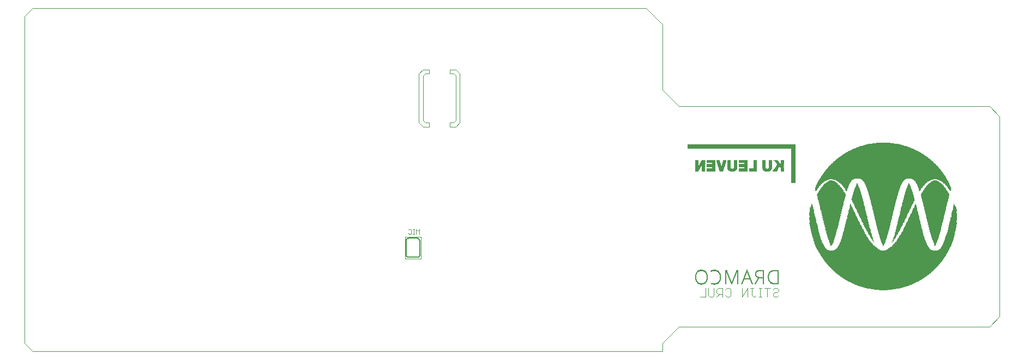
<source format=gbo>
G75*
%MOIN*%
%OFA0B0*%
%FSLAX26Y26*%
%IPPOS*%
%LPD*%
%AMOC8*
5,1,8,0,0,1.08239X$1,22.5*
%
%ADD10C,0.000000*%
%ADD11C,0.004000*%
%ADD12R,0.025000X0.001000*%
%ADD13R,0.008000X0.001000*%
%ADD14R,0.022000X0.001000*%
%ADD15R,0.020000X0.001000*%
%ADD16R,0.018000X0.001000*%
%ADD17R,0.055000X0.001000*%
%ADD18R,0.029000X0.001000*%
%ADD19R,0.049000X0.001000*%
%ADD20R,0.030000X0.001000*%
%ADD21R,0.024000X0.001000*%
%ADD22R,0.019000X0.001000*%
%ADD23R,0.023000X0.001000*%
%ADD24R,0.035000X0.001000*%
%ADD25R,0.034000X0.001000*%
%ADD26R,0.021000X0.001000*%
%ADD27R,0.039000X0.001000*%
%ADD28R,0.041000X0.001000*%
%ADD29R,0.042000X0.001000*%
%ADD30R,0.044000X0.001000*%
%ADD31R,0.047000X0.001000*%
%ADD32R,0.046000X0.001000*%
%ADD33R,0.026000X0.001000*%
%ADD34R,0.048000X0.001000*%
%ADD35R,0.050000X0.001000*%
%ADD36R,0.027000X0.001000*%
%ADD37R,0.051000X0.001000*%
%ADD38R,0.052000X0.001000*%
%ADD39R,0.028000X0.001000*%
%ADD40R,0.053000X0.001000*%
%ADD41R,0.054000X0.001000*%
%ADD42R,0.056000X0.001000*%
%ADD43R,0.057000X0.001000*%
%ADD44R,0.031000X0.001000*%
%ADD45R,0.032000X0.001000*%
%ADD46R,0.033000X0.001000*%
%ADD47R,0.036000X0.001000*%
%ADD48R,0.037000X0.001000*%
%ADD49R,0.017000X0.001000*%
%ADD50R,0.016000X0.001000*%
%ADD51R,0.045000X0.001000*%
%ADD52R,0.043000X0.001000*%
%ADD53R,0.040000X0.001000*%
%ADD54R,0.661000X0.001000*%
%ADD55R,0.051000X0.001500*%
%ADD56R,0.090000X0.001500*%
%ADD57R,0.115500X0.001500*%
%ADD58R,0.136500X0.001500*%
%ADD59R,0.154500X0.001500*%
%ADD60R,0.172500X0.001500*%
%ADD61R,0.187500X0.001500*%
%ADD62R,0.199500X0.001500*%
%ADD63R,0.213000X0.001500*%
%ADD64R,0.225000X0.001500*%
%ADD65R,0.235500X0.001500*%
%ADD66R,0.247500X0.001500*%
%ADD67R,0.258000X0.001500*%
%ADD68R,0.267000X0.001500*%
%ADD69R,0.277500X0.001500*%
%ADD70R,0.286500X0.001500*%
%ADD71R,0.295500X0.001500*%
%ADD72R,0.304500X0.001500*%
%ADD73R,0.310500X0.001500*%
%ADD74R,0.319500X0.001500*%
%ADD75R,0.328500X0.001500*%
%ADD76R,0.334500X0.001500*%
%ADD77R,0.343500X0.001500*%
%ADD78R,0.349500X0.001500*%
%ADD79R,0.357000X0.001500*%
%ADD80R,0.364500X0.001500*%
%ADD81R,0.370500X0.001500*%
%ADD82R,0.376500X0.001500*%
%ADD83R,0.382500X0.001500*%
%ADD84R,0.388500X0.001500*%
%ADD85R,0.396000X0.001500*%
%ADD86R,0.402000X0.001500*%
%ADD87R,0.408000X0.001500*%
%ADD88R,0.414000X0.001500*%
%ADD89R,0.418500X0.001500*%
%ADD90R,0.424500X0.001500*%
%ADD91R,0.430500X0.001500*%
%ADD92R,0.436500X0.001500*%
%ADD93R,0.442500X0.001500*%
%ADD94R,0.445500X0.001500*%
%ADD95R,0.451500X0.001500*%
%ADD96R,0.457500X0.001500*%
%ADD97R,0.463500X0.001500*%
%ADD98R,0.466500X0.001500*%
%ADD99R,0.472500X0.001500*%
%ADD100R,0.477000X0.001500*%
%ADD101R,0.481500X0.001500*%
%ADD102R,0.487500X0.001500*%
%ADD103R,0.490500X0.001500*%
%ADD104R,0.496500X0.001500*%
%ADD105R,0.499500X0.001500*%
%ADD106R,0.505500X0.001500*%
%ADD107R,0.508500X0.001500*%
%ADD108R,0.514500X0.001500*%
%ADD109R,0.517500X0.001500*%
%ADD110R,0.522000X0.001500*%
%ADD111R,0.526500X0.001500*%
%ADD112R,0.529500X0.001500*%
%ADD113R,0.535500X0.001500*%
%ADD114R,0.538500X0.001500*%
%ADD115R,0.541500X0.001500*%
%ADD116R,0.547500X0.001500*%
%ADD117R,0.550500X0.001500*%
%ADD118R,0.553500X0.001500*%
%ADD119R,0.558000X0.001500*%
%ADD120R,0.562500X0.001500*%
%ADD121R,0.565500X0.001500*%
%ADD122R,0.568500X0.001500*%
%ADD123R,0.571500X0.001500*%
%ADD124R,0.577500X0.001500*%
%ADD125R,0.580500X0.001500*%
%ADD126R,0.583500X0.001500*%
%ADD127R,0.586500X0.001500*%
%ADD128R,0.589500X0.001500*%
%ADD129R,0.595500X0.001500*%
%ADD130R,0.598500X0.001500*%
%ADD131R,0.601500X0.001500*%
%ADD132R,0.604500X0.001500*%
%ADD133R,0.607500X0.001500*%
%ADD134R,0.610500X0.001500*%
%ADD135R,0.613500X0.001500*%
%ADD136R,0.616500X0.001500*%
%ADD137R,0.619500X0.001500*%
%ADD138R,0.622500X0.001500*%
%ADD139R,0.625500X0.001500*%
%ADD140R,0.628500X0.001500*%
%ADD141R,0.631500X0.001500*%
%ADD142R,0.634500X0.001500*%
%ADD143R,0.637500X0.001500*%
%ADD144R,0.640500X0.001500*%
%ADD145R,0.643500X0.001500*%
%ADD146R,0.646500X0.001500*%
%ADD147R,0.649500X0.001500*%
%ADD148R,0.652500X0.001500*%
%ADD149R,0.655500X0.001500*%
%ADD150R,0.658500X0.001500*%
%ADD151R,0.661500X0.001500*%
%ADD152R,0.664500X0.001500*%
%ADD153R,0.667500X0.001500*%
%ADD154R,0.670500X0.001500*%
%ADD155R,0.673500X0.001500*%
%ADD156R,0.676500X0.001500*%
%ADD157R,0.679500X0.001500*%
%ADD158R,0.682500X0.001500*%
%ADD159R,0.685500X0.001500*%
%ADD160R,0.688500X0.001500*%
%ADD161R,0.691500X0.001500*%
%ADD162R,0.694500X0.001500*%
%ADD163R,0.697500X0.001500*%
%ADD164R,0.700500X0.001500*%
%ADD165R,0.703500X0.001500*%
%ADD166R,0.706500X0.001500*%
%ADD167R,0.708000X0.001500*%
%ADD168R,0.709500X0.001500*%
%ADD169R,0.712500X0.001500*%
%ADD170R,0.715500X0.001500*%
%ADD171R,0.718500X0.001500*%
%ADD172R,0.721500X0.001500*%
%ADD173R,0.724500X0.001500*%
%ADD174R,0.727500X0.001500*%
%ADD175R,0.730500X0.001500*%
%ADD176R,0.733500X0.001500*%
%ADD177R,0.735000X0.001500*%
%ADD178R,0.736500X0.001500*%
%ADD179R,0.739500X0.001500*%
%ADD180R,0.742500X0.001500*%
%ADD181R,0.745500X0.001500*%
%ADD182R,0.748500X0.001500*%
%ADD183R,0.751500X0.001500*%
%ADD184R,0.754500X0.001500*%
%ADD185R,0.757500X0.001500*%
%ADD186R,0.760500X0.001500*%
%ADD187R,0.763500X0.001500*%
%ADD188R,0.766500X0.001500*%
%ADD189R,0.769500X0.001500*%
%ADD190R,0.772500X0.001500*%
%ADD191R,0.775500X0.001500*%
%ADD192R,0.778500X0.001500*%
%ADD193R,0.781500X0.001500*%
%ADD194R,0.784500X0.001500*%
%ADD195R,0.787500X0.001500*%
%ADD196R,0.790500X0.001500*%
%ADD197R,0.793500X0.001500*%
%ADD198R,0.796500X0.001500*%
%ADD199R,0.073500X0.001500*%
%ADD200R,0.303000X0.001500*%
%ADD201R,0.075000X0.001500*%
%ADD202R,0.067500X0.001500*%
%ADD203R,0.063000X0.001500*%
%ADD204R,0.276000X0.001500*%
%ADD205R,0.060000X0.001500*%
%ADD206R,0.271500X0.001500*%
%ADD207R,0.270000X0.001500*%
%ADD208R,0.061500X0.001500*%
%ADD209R,0.058500X0.001500*%
%ADD210R,0.265500X0.001500*%
%ADD211R,0.264000X0.001500*%
%ADD212R,0.057000X0.001500*%
%ADD213R,0.261000X0.001500*%
%ADD214R,0.055500X0.001500*%
%ADD215R,0.256500X0.001500*%
%ADD216R,0.253500X0.001500*%
%ADD217R,0.054000X0.001500*%
%ADD218R,0.250500X0.001500*%
%ADD219R,0.249000X0.001500*%
%ADD220R,0.052500X0.001500*%
%ADD221R,0.244500X0.001500*%
%ADD222R,0.241500X0.001500*%
%ADD223R,0.240000X0.001500*%
%ADD224R,0.238500X0.001500*%
%ADD225R,0.237000X0.001500*%
%ADD226R,0.234000X0.001500*%
%ADD227R,0.231000X0.001500*%
%ADD228R,0.229500X0.001500*%
%ADD229R,0.228000X0.001500*%
%ADD230R,0.226500X0.001500*%
%ADD231R,0.223500X0.001500*%
%ADD232R,0.222000X0.001500*%
%ADD233R,0.220500X0.001500*%
%ADD234R,0.219000X0.001500*%
%ADD235R,0.217500X0.001500*%
%ADD236R,0.001500X0.001500*%
%ADD237R,0.216000X0.001500*%
%ADD238R,0.214500X0.001500*%
%ADD239R,0.049500X0.001500*%
%ADD240R,0.003000X0.001500*%
%ADD241R,0.004500X0.001500*%
%ADD242R,0.211500X0.001500*%
%ADD243R,0.210000X0.001500*%
%ADD244R,0.006000X0.001500*%
%ADD245R,0.208500X0.001500*%
%ADD246R,0.007500X0.001500*%
%ADD247R,0.207000X0.001500*%
%ADD248R,0.205500X0.001500*%
%ADD249R,0.009000X0.001500*%
%ADD250R,0.204000X0.001500*%
%ADD251R,0.010500X0.001500*%
%ADD252R,0.202500X0.001500*%
%ADD253R,0.201000X0.001500*%
%ADD254R,0.012000X0.001500*%
%ADD255R,0.013500X0.001500*%
%ADD256R,0.198000X0.001500*%
%ADD257R,0.015000X0.001500*%
%ADD258R,0.196500X0.001500*%
%ADD259R,0.195000X0.001500*%
%ADD260R,0.016500X0.001500*%
%ADD261R,0.018000X0.001500*%
%ADD262R,0.193500X0.001500*%
%ADD263R,0.192000X0.001500*%
%ADD264R,0.190500X0.001500*%
%ADD265R,0.019500X0.001500*%
%ADD266R,0.189000X0.001500*%
%ADD267R,0.021000X0.001500*%
%ADD268R,0.022500X0.001500*%
%ADD269R,0.186000X0.001500*%
%ADD270R,0.024000X0.001500*%
%ADD271R,0.184500X0.001500*%
%ADD272R,0.183000X0.001500*%
%ADD273R,0.181500X0.001500*%
%ADD274R,0.025500X0.001500*%
%ADD275R,0.180000X0.001500*%
%ADD276R,0.027000X0.001500*%
%ADD277R,0.178500X0.001500*%
%ADD278R,0.177000X0.001500*%
%ADD279R,0.028500X0.001500*%
%ADD280R,0.175500X0.001500*%
%ADD281R,0.030000X0.001500*%
%ADD282R,0.174000X0.001500*%
%ADD283R,0.031500X0.001500*%
%ADD284R,0.033000X0.001500*%
%ADD285R,0.171000X0.001500*%
%ADD286R,0.169500X0.001500*%
%ADD287R,0.034500X0.001500*%
%ADD288R,0.168000X0.001500*%
%ADD289R,0.036000X0.001500*%
%ADD290R,0.166500X0.001500*%
%ADD291R,0.165000X0.001500*%
%ADD292R,0.037500X0.001500*%
%ADD293R,0.163500X0.001500*%
%ADD294R,0.039000X0.001500*%
%ADD295R,0.162000X0.001500*%
%ADD296R,0.160500X0.001500*%
%ADD297R,0.040500X0.001500*%
%ADD298R,0.159000X0.001500*%
%ADD299R,0.042000X0.001500*%
%ADD300R,0.157500X0.001500*%
%ADD301R,0.156000X0.001500*%
%ADD302R,0.048000X0.001500*%
%ADD303R,0.043500X0.001500*%
%ADD304R,0.153000X0.001500*%
%ADD305R,0.045000X0.001500*%
%ADD306R,0.151500X0.001500*%
%ADD307R,0.150000X0.001500*%
%ADD308R,0.046500X0.001500*%
%ADD309R,0.148500X0.001500*%
%ADD310R,0.147000X0.001500*%
%ADD311R,0.145500X0.001500*%
%ADD312R,0.144000X0.001500*%
%ADD313R,0.142500X0.001500*%
%ADD314R,0.141000X0.001500*%
%ADD315R,0.139500X0.001500*%
%ADD316R,0.138000X0.001500*%
%ADD317R,0.135000X0.001500*%
%ADD318R,0.133500X0.001500*%
%ADD319R,0.132000X0.001500*%
%ADD320R,0.130500X0.001500*%
%ADD321R,0.129000X0.001500*%
%ADD322R,0.127500X0.001500*%
%ADD323R,0.126000X0.001500*%
%ADD324R,0.124500X0.001500*%
%ADD325R,0.064500X0.001500*%
%ADD326R,0.123000X0.001500*%
%ADD327R,0.121500X0.001500*%
%ADD328R,0.066000X0.001500*%
%ADD329R,0.120000X0.001500*%
%ADD330R,0.118500X0.001500*%
%ADD331R,0.117000X0.001500*%
%ADD332R,0.069000X0.001500*%
%ADD333R,0.070500X0.001500*%
%ADD334R,0.114000X0.001500*%
%ADD335R,0.072000X0.001500*%
%ADD336R,0.112500X0.001500*%
%ADD337R,0.111000X0.001500*%
%ADD338R,0.109500X0.001500*%
%ADD339R,0.108000X0.001500*%
%ADD340R,0.106500X0.001500*%
%ADD341R,0.076500X0.001500*%
%ADD342R,0.105000X0.001500*%
%ADD343R,0.078000X0.001500*%
%ADD344R,0.103500X0.001500*%
%ADD345R,0.102000X0.001500*%
%ADD346R,0.079500X0.001500*%
%ADD347R,0.100500X0.001500*%
%ADD348R,0.081000X0.001500*%
%ADD349R,0.099000X0.001500*%
%ADD350R,0.097500X0.001500*%
%ADD351R,0.082500X0.001500*%
%ADD352R,0.096000X0.001500*%
%ADD353R,0.084000X0.001500*%
%ADD354R,0.094500X0.001500*%
%ADD355R,0.093000X0.001500*%
%ADD356R,0.085500X0.001500*%
%ADD357R,0.091500X0.001500*%
%ADD358R,0.087000X0.001500*%
%ADD359R,0.088500X0.001500*%
%ADD360R,0.232500X0.001500*%
%ADD361R,0.246000X0.001500*%
%ADD362R,0.252000X0.001500*%
%ADD363R,0.255000X0.001500*%
%ADD364R,0.259500X0.001500*%
%ADD365R,0.262500X0.001500*%
%ADD366R,0.268500X0.001500*%
%ADD367R,0.274500X0.001500*%
%ADD368R,0.282000X0.001500*%
%ADD369R,0.294000X0.001500*%
%ADD370R,0.768000X0.001500*%
%ADD371R,0.705000X0.001500*%
%ADD372R,0.592500X0.001500*%
%ADD373R,0.574500X0.001500*%
%ADD374R,0.556500X0.001500*%
%ADD375R,0.544500X0.001500*%
%ADD376R,0.532500X0.001500*%
%ADD377R,0.520500X0.001500*%
%ADD378R,0.511500X0.001500*%
%ADD379R,0.495000X0.001500*%
%ADD380R,0.484500X0.001500*%
%ADD381R,0.475500X0.001500*%
%ADD382R,0.460500X0.001500*%
%ADD383R,0.439500X0.001500*%
%ADD384R,0.412500X0.001500*%
%ADD385R,0.406500X0.001500*%
%ADD386R,0.400500X0.001500*%
%ADD387R,0.394500X0.001500*%
%ADD388R,0.363000X0.001500*%
%ADD389R,0.355500X0.001500*%
%ADD390R,0.340500X0.001500*%
%ADD391R,0.325500X0.001500*%
%ADD392R,0.301500X0.001500*%
%ADD393R,0.285000X0.001500*%
%ADD394R,0.009300X0.000300*%
%ADD395R,0.007800X0.000300*%
%ADD396R,0.015900X0.000300*%
%ADD397R,0.013200X0.000300*%
%ADD398R,0.020400X0.000300*%
%ADD399R,0.017100X0.000300*%
%ADD400R,0.023700X0.000300*%
%ADD401R,0.019800X0.000300*%
%ADD402R,0.025800X0.000300*%
%ADD403R,0.006000X0.000300*%
%ADD404R,0.007200X0.000300*%
%ADD405R,0.006600X0.000300*%
%ADD406R,0.005700X0.000300*%
%ADD407R,0.003900X0.000300*%
%ADD408R,0.026700X0.000300*%
%ADD409R,0.022200X0.000300*%
%ADD410R,0.029100X0.000300*%
%ADD411R,0.006900X0.000300*%
%ADD412R,0.006900X0.000300*%
%ADD413R,0.004500X0.000300*%
%ADD414R,0.028800X0.000300*%
%ADD415R,0.024600X0.000300*%
%ADD416R,0.031500X0.000300*%
%ADD417R,0.007200X0.000300*%
%ADD418R,0.031200X0.000300*%
%ADD419R,0.026400X0.000300*%
%ADD420R,0.033300X0.000300*%
%ADD421R,0.028200X0.000300*%
%ADD422R,0.034800X0.000300*%
%ADD423R,0.005100X0.000300*%
%ADD424R,0.035100X0.000300*%
%ADD425R,0.030000X0.000300*%
%ADD426R,0.036000X0.000300*%
%ADD427R,0.036900X0.000300*%
%ADD428R,0.037200X0.000300*%
%ADD429R,0.037800X0.000300*%
%ADD430R,0.033000X0.000300*%
%ADD431R,0.038400X0.000300*%
%ADD432R,0.038700X0.000300*%
%ADD433R,0.034200X0.000300*%
%ADD434R,0.039300X0.000300*%
%ADD435R,0.035400X0.000300*%
%ADD436R,0.040200X0.000300*%
%ADD437R,0.006300X0.000300*%
%ADD438R,0.039900X0.000300*%
%ADD439R,0.036600X0.000300*%
%ADD440R,0.041100X0.000300*%
%ADD441R,0.040500X0.000300*%
%ADD442R,0.042000X0.000300*%
%ADD443R,0.039000X0.000300*%
%ADD444R,0.042600X0.000300*%
%ADD445R,0.041400X0.000300*%
%ADD446R,0.043500X0.000300*%
%ADD447R,0.040800X0.000300*%
%ADD448R,0.044100X0.000300*%
%ADD449R,0.007500X0.000300*%
%ADD450R,0.021600X0.000300*%
%ADD451R,0.018600X0.000300*%
%ADD452R,0.044700X0.000300*%
%ADD453R,0.017700X0.000300*%
%ADD454R,0.012900X0.000300*%
%ADD455R,0.045300X0.000300*%
%ADD456R,0.008100X0.000300*%
%ADD457R,0.016200X0.000300*%
%ADD458R,0.009900X0.000300*%
%ADD459R,0.015300X0.000300*%
%ADD460R,0.045900X0.000300*%
%ADD461R,0.015000X0.000300*%
%ADD462R,0.014100X0.000300*%
%ADD463R,0.020100X0.000300*%
%ADD464R,0.014400X0.000300*%
%ADD465R,0.013500X0.000300*%
%ADD466R,0.018000X0.000300*%
%ADD467R,0.008700X0.000300*%
%ADD468R,0.004800X0.000300*%
%ADD469R,0.012600X0.000300*%
%ADD470R,0.016500X0.000300*%
%ADD471R,0.003600X0.000300*%
%ADD472R,0.012000X0.000300*%
%ADD473R,0.015600X0.000300*%
%ADD474R,0.002100X0.000300*%
%ADD475R,0.011700X0.000300*%
%ADD476R,0.011400X0.000300*%
%ADD477R,0.014700X0.000300*%
%ADD478R,0.001200X0.000300*%
%ADD479R,0.011100X0.000300*%
%ADD480R,0.013800X0.000300*%
%ADD481R,0.011700X0.000300*%
%ADD482R,0.010800X0.000300*%
%ADD483R,0.009900X0.000300*%
%ADD484R,0.010500X0.000300*%
%ADD485R,0.009600X0.000300*%
%ADD486R,0.010200X0.000300*%
%ADD487R,0.009000X0.000300*%
%ADD488R,0.008700X0.000300*%
%ADD489R,0.010200X0.000300*%
%ADD490R,0.008400X0.000300*%
%ADD491R,0.005700X0.000300*%
%ADD492R,0.008400X0.000300*%
%ADD493R,0.048300X0.000300*%
%ADD494R,0.047700X0.000300*%
%ADD495R,0.047400X0.000300*%
%ADD496R,0.047100X0.000300*%
%ADD497R,0.046500X0.000300*%
%ADD498R,0.046200X0.000300*%
%ADD499R,0.045000X0.000300*%
%ADD500R,0.044700X0.000300*%
%ADD501R,0.044400X0.000300*%
%ADD502R,0.034200X0.000300*%
%ADD503R,0.033900X0.000300*%
%ADD504R,0.033600X0.000300*%
%ADD505R,0.034500X0.000300*%
%ADD506R,0.035400X0.000300*%
%ADD507R,0.036900X0.000300*%
%ADD508R,0.038400X0.000300*%
%ADD509R,0.039600X0.000300*%
%ADD510R,0.040200X0.000300*%
%ADD511R,0.011400X0.000300*%
%ADD512R,0.005400X0.000300*%
%ADD513R,0.005400X0.000300*%
%ADD514R,0.000300X0.000300*%
%ADD515R,0.001500X0.000300*%
%ADD516R,0.002700X0.000300*%
%ADD517R,0.012300X0.000300*%
%ADD518R,0.016200X0.000300*%
%ADD519R,0.019200X0.000300*%
%ADD520R,0.017400X0.000300*%
%ADD521R,0.021900X0.000300*%
%ADD522R,0.043200X0.000300*%
%ADD523R,0.046800X0.000300*%
%ADD524R,0.042900X0.000300*%
%ADD525R,0.014400X0.000300*%
%ADD526R,0.046200X0.000300*%
%ADD527R,0.042300X0.000300*%
%ADD528R,0.045600X0.000300*%
%ADD529R,0.041400X0.000300*%
%ADD530R,0.020700X0.000300*%
%ADD531R,0.021000X0.000300*%
%ADD532R,0.044400X0.000300*%
%ADD533R,0.043800X0.000300*%
%ADD534R,0.043200X0.000300*%
%ADD535R,0.042900X0.000300*%
%ADD536R,0.038100X0.000300*%
%ADD537R,0.037500X0.000300*%
%ADD538R,0.032100X0.000300*%
%ADD539R,0.032400X0.000300*%
%ADD540R,0.029700X0.000300*%
%ADD541R,0.027900X0.000300*%
%ADD542R,0.029700X0.000300*%
%ADD543R,0.027000X0.000300*%
%ADD544R,0.003900X0.000300*%
%ADD545R,0.023100X0.000300*%
%ADD546R,0.022500X0.000300*%
%ADD547R,0.016800X0.000300*%
%ADD548C,0.003150*%
%ADD549C,0.005000*%
%ADD550C,0.003000*%
D10*
X00207480Y00100000D02*
X00207480Y02100000D01*
X00257480Y02150000D01*
X04007480Y02150000D01*
X04107480Y02050000D01*
X04107480Y01650000D01*
X04207480Y01550000D01*
X06107480Y01550000D01*
X06169980Y01487500D01*
X06169980Y00262500D01*
X06107480Y00200000D01*
X04207480Y00200000D01*
X04107480Y00100000D01*
X04107480Y00050000D01*
X00257480Y00050000D01*
X00207480Y00100000D01*
X02619980Y01450000D02*
X02644980Y01425000D01*
X02682480Y01425000D01*
X02682480Y01450000D01*
X02657480Y01450000D01*
X02644980Y01462500D01*
X02644980Y01737500D01*
X02657480Y01750000D01*
X02682480Y01750000D01*
X02682480Y01775000D01*
X02644980Y01775000D01*
X02619980Y01750000D01*
X02619980Y01450000D01*
X02807480Y01450000D02*
X02807480Y01425000D01*
X02844980Y01425000D01*
X02869980Y01450000D01*
X02869980Y01750000D01*
X02844980Y01775000D01*
X02807480Y01775000D01*
X02807480Y01750000D01*
X02832480Y01750000D01*
X02844980Y01737500D01*
X02844980Y01462500D01*
X02832480Y01450000D01*
X02807480Y01450000D01*
D11*
X04371593Y00436544D02*
X04371593Y00384500D01*
X04336896Y00384500D01*
X04388460Y00393174D02*
X04388460Y00436544D01*
X04423156Y00436544D02*
X04423156Y00393174D01*
X04414483Y00384500D01*
X04397134Y00384500D01*
X04388460Y00393174D01*
X04440024Y00384500D02*
X04457372Y00401848D01*
X04448698Y00401848D02*
X04474720Y00401848D01*
X04474720Y00384500D02*
X04474720Y00436544D01*
X04448698Y00436544D01*
X04440024Y00427870D01*
X04440024Y00410522D01*
X04448698Y00401848D01*
X04491588Y00393174D02*
X04500262Y00384500D01*
X04517610Y00384500D01*
X04526284Y00393174D01*
X04526284Y00427870D01*
X04517610Y00436544D01*
X04500262Y00436544D01*
X04491588Y00427870D01*
X04594716Y00436544D02*
X04594716Y00384500D01*
X04629412Y00436544D01*
X04629412Y00384500D01*
X04654954Y00393174D02*
X04654954Y00436544D01*
X04663628Y00436544D02*
X04646280Y00436544D01*
X04698004Y00436544D02*
X04715352Y00436544D01*
X04706678Y00436544D02*
X04706678Y00384500D01*
X04715352Y00384500D02*
X04698004Y00384500D01*
X04680976Y00393174D02*
X04672302Y00384500D01*
X04663628Y00384500D01*
X04654954Y00393174D01*
X04749568Y00384500D02*
X04749568Y00436544D01*
X04766916Y00436544D02*
X04732220Y00436544D01*
X04783784Y00427870D02*
X04792458Y00436544D01*
X04809806Y00436544D01*
X04818480Y00427870D01*
X04818480Y00419196D01*
X04809806Y00410522D01*
X04792458Y00410522D01*
X04783784Y00401848D01*
X04783784Y00393174D01*
X04792458Y00384500D01*
X04809806Y00384500D01*
X04818480Y00393174D01*
D12*
X04909480Y01080000D03*
X04909480Y01081000D03*
X04909480Y01082000D03*
X04909480Y01083000D03*
X04909480Y01084000D03*
X04909480Y01085000D03*
X04909480Y01086000D03*
X04909480Y01087000D03*
X04909480Y01088000D03*
X04909480Y01089000D03*
X04909480Y01090000D03*
X04909480Y01091000D03*
X04909480Y01092000D03*
X04909480Y01093000D03*
X04909480Y01094000D03*
X04909480Y01095000D03*
X04909480Y01096000D03*
X04909480Y01097000D03*
X04909480Y01098000D03*
X04909480Y01099000D03*
X04909480Y01100000D03*
X04909480Y01101000D03*
X04909480Y01102000D03*
X04909480Y01103000D03*
X04909480Y01104000D03*
X04909480Y01105000D03*
X04909480Y01106000D03*
X04909480Y01107000D03*
X04909480Y01108000D03*
X04909480Y01109000D03*
X04909480Y01110000D03*
X04909480Y01111000D03*
X04909480Y01112000D03*
X04909480Y01113000D03*
X04909480Y01114000D03*
X04909480Y01115000D03*
X04909480Y01116000D03*
X04909480Y01117000D03*
X04909480Y01118000D03*
X04909480Y01119000D03*
X04909480Y01120000D03*
X04909480Y01121000D03*
X04909480Y01122000D03*
X04909480Y01123000D03*
X04909480Y01124000D03*
X04909480Y01125000D03*
X04909480Y01126000D03*
X04909480Y01127000D03*
X04909480Y01128000D03*
X04909480Y01129000D03*
X04909480Y01130000D03*
X04909480Y01131000D03*
X04909480Y01132000D03*
X04909480Y01133000D03*
X04909480Y01134000D03*
X04909480Y01135000D03*
X04909480Y01136000D03*
X04909480Y01137000D03*
X04909480Y01138000D03*
X04909480Y01139000D03*
X04909480Y01140000D03*
X04909480Y01141000D03*
X04909480Y01142000D03*
X04909480Y01143000D03*
X04909480Y01144000D03*
X04909480Y01145000D03*
X04909480Y01146000D03*
X04909480Y01147000D03*
X04909480Y01148000D03*
X04909480Y01149000D03*
X04909480Y01150000D03*
X04909480Y01151000D03*
X04909480Y01152000D03*
X04909480Y01153000D03*
X04909480Y01154000D03*
X04909480Y01155000D03*
X04909480Y01156000D03*
X04909480Y01157000D03*
X04909480Y01158000D03*
X04909480Y01159000D03*
X04909480Y01160000D03*
X04909480Y01161000D03*
X04909480Y01162000D03*
X04909480Y01163000D03*
X04909480Y01164000D03*
X04909480Y01165000D03*
X04909480Y01166000D03*
X04909480Y01167000D03*
X04909480Y01168000D03*
X04909480Y01169000D03*
X04909480Y01170000D03*
X04909480Y01171000D03*
X04909480Y01172000D03*
X04909480Y01173000D03*
X04909480Y01174000D03*
X04909480Y01175000D03*
X04909480Y01176000D03*
X04909480Y01177000D03*
X04909480Y01178000D03*
X04909480Y01179000D03*
X04909480Y01180000D03*
X04909480Y01181000D03*
X04909480Y01182000D03*
X04909480Y01183000D03*
X04909480Y01184000D03*
X04909480Y01185000D03*
X04909480Y01186000D03*
X04909480Y01187000D03*
X04909480Y01188000D03*
X04909480Y01189000D03*
X04909480Y01190000D03*
X04909480Y01191000D03*
X04909480Y01192000D03*
X04909480Y01193000D03*
X04909480Y01194000D03*
X04909480Y01195000D03*
X04909480Y01196000D03*
X04909480Y01197000D03*
X04909480Y01198000D03*
X04909480Y01199000D03*
X04909480Y01200000D03*
X04909480Y01201000D03*
X04909480Y01202000D03*
X04909480Y01203000D03*
X04909480Y01204000D03*
X04909480Y01205000D03*
X04909480Y01206000D03*
X04909480Y01207000D03*
X04909480Y01208000D03*
X04909480Y01209000D03*
X04909480Y01210000D03*
X04909480Y01211000D03*
X04909480Y01212000D03*
X04909480Y01213000D03*
X04909480Y01214000D03*
X04909480Y01215000D03*
X04909480Y01216000D03*
X04909480Y01217000D03*
X04909480Y01218000D03*
X04909480Y01219000D03*
X04909480Y01220000D03*
X04909480Y01221000D03*
X04909480Y01222000D03*
X04909480Y01223000D03*
X04909480Y01224000D03*
X04909480Y01225000D03*
X04909480Y01226000D03*
X04909480Y01227000D03*
X04909480Y01228000D03*
X04909480Y01229000D03*
X04909480Y01230000D03*
X04909480Y01231000D03*
X04909480Y01232000D03*
X04909480Y01233000D03*
X04909480Y01234000D03*
X04909480Y01235000D03*
X04909480Y01236000D03*
X04909480Y01237000D03*
X04909480Y01238000D03*
X04909480Y01239000D03*
X04909480Y01240000D03*
X04909480Y01241000D03*
X04909480Y01242000D03*
X04909480Y01243000D03*
X04909480Y01244000D03*
X04909480Y01245000D03*
X04909480Y01246000D03*
X04909480Y01247000D03*
X04909480Y01248000D03*
X04909480Y01249000D03*
X04909480Y01250000D03*
X04909480Y01251000D03*
X04909480Y01252000D03*
X04909480Y01253000D03*
X04909480Y01254000D03*
X04909480Y01255000D03*
X04909480Y01256000D03*
X04909480Y01257000D03*
X04909480Y01258000D03*
X04909480Y01259000D03*
X04909480Y01260000D03*
X04909480Y01261000D03*
X04909480Y01262000D03*
X04909480Y01263000D03*
X04909480Y01264000D03*
X04909480Y01265000D03*
X04909480Y01266000D03*
X04909480Y01267000D03*
X04909480Y01268000D03*
X04909480Y01269000D03*
X04909480Y01270000D03*
X04909480Y01271000D03*
X04909480Y01272000D03*
X04909480Y01273000D03*
X04909480Y01274000D03*
X04909480Y01275000D03*
X04909480Y01276000D03*
X04909480Y01277000D03*
X04909480Y01278000D03*
X04909480Y01279000D03*
X04909480Y01280000D03*
X04909480Y01281000D03*
X04909480Y01282000D03*
X04909480Y01283000D03*
X04909480Y01284000D03*
X04909480Y01285000D03*
X04909480Y01286000D03*
X04909480Y01287000D03*
X04909480Y01288000D03*
X04909480Y01289000D03*
X04909480Y01290000D03*
X04837480Y01178000D03*
X04732480Y01166000D03*
X04468480Y01157000D03*
X04468480Y01156000D03*
X04356480Y01210000D03*
X04356480Y01211000D03*
X04321480Y01162000D03*
D13*
X04534980Y01150000D03*
X04748980Y01150000D03*
D14*
X04748980Y01151000D03*
X04730980Y01168000D03*
X04766980Y01168000D03*
X04809980Y01175000D03*
X04813980Y01202000D03*
X04812980Y01203000D03*
X04810980Y01206000D03*
X04809980Y01207000D03*
X04808980Y01208000D03*
X04807980Y01209000D03*
X04803980Y01214000D03*
X04838980Y01175000D03*
X04534980Y01151000D03*
X04517980Y01167000D03*
X04516980Y01168000D03*
X04468980Y01152000D03*
X04357980Y01216000D03*
X04357980Y01217000D03*
X04319980Y01157000D03*
X04319980Y01156000D03*
D15*
X04318980Y01153000D03*
X04318980Y01152000D03*
X04421980Y01168000D03*
X04421980Y01178000D03*
X04421980Y01194000D03*
X04421980Y01203000D03*
X04448980Y01212000D03*
X04447980Y01216000D03*
X04446980Y01219000D03*
X04514980Y01175000D03*
X04514980Y01174000D03*
X04515980Y01171000D03*
X04515980Y01170000D03*
X04554980Y01171000D03*
X04554980Y01172000D03*
X04617980Y01168000D03*
X04617980Y01178000D03*
X04617980Y01194000D03*
X04617980Y01204000D03*
X04675980Y01168000D03*
X04728980Y01171000D03*
X04728980Y01172000D03*
X04728980Y01173000D03*
X04767980Y01170000D03*
X04768980Y01172000D03*
X04768980Y01173000D03*
X04768980Y01174000D03*
X04839980Y01173000D03*
X04839980Y01197000D03*
D16*
X04555980Y01197000D03*
X04555980Y01198000D03*
X04555980Y01199000D03*
X04555980Y01200000D03*
X04555980Y01201000D03*
X04555980Y01202000D03*
X04555980Y01203000D03*
X04555980Y01204000D03*
X04555980Y01205000D03*
X04555980Y01206000D03*
X04555980Y01207000D03*
X04555980Y01208000D03*
X04555980Y01209000D03*
X04555980Y01210000D03*
X04555980Y01211000D03*
X04555980Y01212000D03*
X04555980Y01213000D03*
X04555980Y01214000D03*
X04555980Y01215000D03*
X04555980Y01216000D03*
X04555980Y01217000D03*
X04555980Y01218000D03*
X04555980Y01219000D03*
X04555980Y01196000D03*
X04555980Y01195000D03*
X04555980Y01194000D03*
X04555980Y01193000D03*
X04555980Y01192000D03*
X04555980Y01191000D03*
X04555980Y01190000D03*
X04555980Y01189000D03*
X04555980Y01188000D03*
X04555980Y01187000D03*
X04555980Y01186000D03*
X04555980Y01185000D03*
X04555980Y01184000D03*
X04555980Y01183000D03*
X04555980Y01182000D03*
X04555980Y01181000D03*
X04555980Y01180000D03*
X04483980Y01197000D03*
X04483980Y01198000D03*
X04482980Y01195000D03*
X04482980Y01194000D03*
X04482980Y01193000D03*
X04481980Y01191000D03*
X04481980Y01190000D03*
X04481980Y01189000D03*
X04480980Y01188000D03*
X04480980Y01187000D03*
X04480980Y01186000D03*
X04479980Y01184000D03*
X04479980Y01183000D03*
X04479980Y01182000D03*
X04478980Y01181000D03*
X04478980Y01180000D03*
X04478980Y01179000D03*
X04458980Y01178000D03*
X04457980Y01179000D03*
X04457980Y01180000D03*
X04457980Y01181000D03*
X04456980Y01183000D03*
X04456980Y01184000D03*
X04455980Y01186000D03*
X04455980Y01187000D03*
X04455980Y01188000D03*
X04454980Y01189000D03*
X04454980Y01190000D03*
X04454980Y01191000D03*
X04454980Y01192000D03*
X04453980Y01193000D03*
X04453980Y01194000D03*
X04453980Y01195000D03*
X04452980Y01197000D03*
X04452980Y01198000D03*
X04451980Y01201000D03*
X04451980Y01202000D03*
X04450980Y01205000D03*
X04484980Y01202000D03*
X04484980Y01201000D03*
X04485980Y01205000D03*
X04486980Y01209000D03*
X04487980Y01212000D03*
X04359980Y01188000D03*
X04359980Y01187000D03*
X04359980Y01186000D03*
X04359980Y01185000D03*
X04359980Y01184000D03*
X04359980Y01183000D03*
X04359980Y01182000D03*
X04359980Y01181000D03*
X04359980Y01180000D03*
X04359980Y01179000D03*
X04359980Y01178000D03*
X04359980Y01177000D03*
X04359980Y01176000D03*
X04359980Y01175000D03*
X04359980Y01174000D03*
X04359980Y01173000D03*
X04359980Y01172000D03*
X04359980Y01171000D03*
X04359980Y01170000D03*
X04359980Y01169000D03*
X04359980Y01168000D03*
X04359980Y01167000D03*
X04359980Y01166000D03*
X04359980Y01165000D03*
X04359980Y01164000D03*
X04359980Y01163000D03*
X04359980Y01162000D03*
X04359980Y01161000D03*
X04359980Y01160000D03*
X04359980Y01159000D03*
X04359980Y01158000D03*
X04359980Y01157000D03*
X04359980Y01156000D03*
X04359980Y01155000D03*
X04359980Y01154000D03*
X04359980Y01153000D03*
X04359980Y01152000D03*
X04317980Y01184000D03*
X04317980Y01185000D03*
X04317980Y01186000D03*
X04317980Y01187000D03*
X04317980Y01188000D03*
X04317980Y01189000D03*
X04317980Y01190000D03*
X04317980Y01191000D03*
X04317980Y01192000D03*
X04317980Y01193000D03*
X04317980Y01194000D03*
X04317980Y01195000D03*
X04317980Y01196000D03*
X04317980Y01197000D03*
X04317980Y01198000D03*
X04317980Y01199000D03*
X04317980Y01200000D03*
X04317980Y01201000D03*
X04317980Y01202000D03*
X04317980Y01203000D03*
X04317980Y01204000D03*
X04317980Y01205000D03*
X04317980Y01206000D03*
X04317980Y01207000D03*
X04317980Y01208000D03*
X04317980Y01209000D03*
X04317980Y01210000D03*
X04317980Y01211000D03*
X04317980Y01212000D03*
X04317980Y01213000D03*
X04317980Y01214000D03*
X04317980Y01215000D03*
X04317980Y01216000D03*
X04317980Y01217000D03*
X04317980Y01218000D03*
X04317980Y01219000D03*
D17*
X04404480Y01167000D03*
X04404480Y01166000D03*
X04404480Y01165000D03*
X04404480Y01164000D03*
X04404480Y01163000D03*
X04404480Y01162000D03*
X04404480Y01161000D03*
X04404480Y01160000D03*
X04404480Y01159000D03*
X04404480Y01158000D03*
X04404480Y01157000D03*
X04404480Y01156000D03*
X04404480Y01155000D03*
X04404480Y01154000D03*
X04404480Y01153000D03*
X04404480Y01152000D03*
X04535480Y01163000D03*
X04535480Y01164000D03*
X04600480Y01164000D03*
X04600480Y01165000D03*
X04600480Y01166000D03*
X04600480Y01167000D03*
X04600480Y01163000D03*
X04600480Y01162000D03*
X04600480Y01161000D03*
X04600480Y01160000D03*
X04600480Y01159000D03*
X04600480Y01158000D03*
X04600480Y01157000D03*
X04600480Y01156000D03*
X04600480Y01155000D03*
X04600480Y01154000D03*
X04600480Y01153000D03*
X04600480Y01152000D03*
D18*
X04535480Y01152000D03*
X04468480Y01163000D03*
X04468480Y01164000D03*
X04354480Y01203000D03*
X04354480Y01204000D03*
X04323480Y01170000D03*
X04323480Y01169000D03*
D19*
X04535480Y01158000D03*
X04661480Y01158000D03*
X04661480Y01159000D03*
X04661480Y01160000D03*
X04661480Y01161000D03*
X04661480Y01162000D03*
X04661480Y01163000D03*
X04661480Y01164000D03*
X04661480Y01165000D03*
X04661480Y01166000D03*
X04661480Y01167000D03*
X04661480Y01157000D03*
X04661480Y01156000D03*
X04661480Y01155000D03*
X04661480Y01154000D03*
X04661480Y01153000D03*
X04661480Y01152000D03*
X04825480Y01179000D03*
D20*
X04748980Y01152000D03*
X04468980Y01165000D03*
X04353980Y01201000D03*
X04353980Y01202000D03*
X04323980Y01172000D03*
X04323980Y01171000D03*
D21*
X04320980Y01161000D03*
X04320980Y01160000D03*
X04356980Y01212000D03*
X04356980Y01213000D03*
X04468980Y01155000D03*
X04468980Y01154000D03*
X04518980Y01166000D03*
X04551980Y01166000D03*
X04764980Y01166000D03*
X04794980Y01152000D03*
X04795980Y01153000D03*
X04796980Y01155000D03*
X04797980Y01156000D03*
X04798980Y01158000D03*
X04799980Y01159000D03*
X04800980Y01161000D03*
X04802980Y01164000D03*
X04837980Y01177000D03*
X04799980Y01219000D03*
D22*
X04769480Y01219000D03*
X04769480Y01218000D03*
X04769480Y01217000D03*
X04769480Y01216000D03*
X04769480Y01215000D03*
X04769480Y01214000D03*
X04769480Y01213000D03*
X04769480Y01212000D03*
X04769480Y01211000D03*
X04769480Y01210000D03*
X04769480Y01209000D03*
X04769480Y01208000D03*
X04769480Y01207000D03*
X04769480Y01206000D03*
X04769480Y01205000D03*
X04769480Y01204000D03*
X04769480Y01203000D03*
X04769480Y01202000D03*
X04769480Y01201000D03*
X04769480Y01200000D03*
X04769480Y01199000D03*
X04769480Y01198000D03*
X04769480Y01197000D03*
X04769480Y01196000D03*
X04769480Y01195000D03*
X04769480Y01194000D03*
X04769480Y01193000D03*
X04769480Y01192000D03*
X04769480Y01191000D03*
X04769480Y01190000D03*
X04769480Y01189000D03*
X04769480Y01188000D03*
X04769480Y01187000D03*
X04769480Y01186000D03*
X04769480Y01185000D03*
X04769480Y01184000D03*
X04769480Y01183000D03*
X04769480Y01182000D03*
X04769480Y01181000D03*
X04769480Y01180000D03*
X04769480Y01179000D03*
X04769480Y01178000D03*
X04769480Y01177000D03*
X04769480Y01176000D03*
X04769480Y01175000D03*
X04728480Y01175000D03*
X04728480Y01176000D03*
X04728480Y01177000D03*
X04728480Y01178000D03*
X04728480Y01179000D03*
X04728480Y01180000D03*
X04728480Y01181000D03*
X04728480Y01182000D03*
X04728480Y01183000D03*
X04728480Y01184000D03*
X04728480Y01185000D03*
X04728480Y01186000D03*
X04728480Y01187000D03*
X04728480Y01188000D03*
X04728480Y01189000D03*
X04728480Y01190000D03*
X04728480Y01191000D03*
X04728480Y01192000D03*
X04728480Y01193000D03*
X04728480Y01194000D03*
X04728480Y01195000D03*
X04728480Y01196000D03*
X04728480Y01197000D03*
X04728480Y01198000D03*
X04728480Y01199000D03*
X04728480Y01200000D03*
X04728480Y01201000D03*
X04728480Y01202000D03*
X04728480Y01203000D03*
X04728480Y01204000D03*
X04728480Y01205000D03*
X04728480Y01206000D03*
X04728480Y01207000D03*
X04728480Y01208000D03*
X04728480Y01209000D03*
X04728480Y01210000D03*
X04728480Y01211000D03*
X04728480Y01212000D03*
X04728480Y01213000D03*
X04728480Y01214000D03*
X04728480Y01215000D03*
X04728480Y01216000D03*
X04728480Y01217000D03*
X04728480Y01218000D03*
X04728480Y01219000D03*
X04676480Y01219000D03*
X04676480Y01218000D03*
X04676480Y01217000D03*
X04676480Y01216000D03*
X04676480Y01215000D03*
X04676480Y01214000D03*
X04676480Y01213000D03*
X04676480Y01212000D03*
X04676480Y01211000D03*
X04676480Y01210000D03*
X04676480Y01209000D03*
X04676480Y01208000D03*
X04676480Y01207000D03*
X04676480Y01206000D03*
X04676480Y01205000D03*
X04676480Y01204000D03*
X04676480Y01203000D03*
X04676480Y01202000D03*
X04676480Y01201000D03*
X04676480Y01200000D03*
X04676480Y01199000D03*
X04676480Y01198000D03*
X04676480Y01197000D03*
X04676480Y01196000D03*
X04676480Y01195000D03*
X04676480Y01194000D03*
X04676480Y01193000D03*
X04676480Y01192000D03*
X04676480Y01191000D03*
X04676480Y01190000D03*
X04676480Y01189000D03*
X04676480Y01188000D03*
X04676480Y01187000D03*
X04676480Y01186000D03*
X04676480Y01185000D03*
X04676480Y01184000D03*
X04676480Y01183000D03*
X04676480Y01182000D03*
X04676480Y01181000D03*
X04676480Y01180000D03*
X04676480Y01179000D03*
X04676480Y01178000D03*
X04676480Y01177000D03*
X04676480Y01176000D03*
X04676480Y01175000D03*
X04676480Y01174000D03*
X04676480Y01173000D03*
X04676480Y01172000D03*
X04676480Y01171000D03*
X04676480Y01170000D03*
X04676480Y01169000D03*
X04728480Y01174000D03*
X04618480Y01174000D03*
X04618480Y01175000D03*
X04618480Y01176000D03*
X04618480Y01177000D03*
X04618480Y01173000D03*
X04618480Y01172000D03*
X04618480Y01171000D03*
X04618480Y01170000D03*
X04618480Y01169000D03*
X04555480Y01173000D03*
X04555480Y01174000D03*
X04555480Y01175000D03*
X04555480Y01176000D03*
X04555480Y01177000D03*
X04555480Y01178000D03*
X04555480Y01179000D03*
X04515480Y01173000D03*
X04515480Y01172000D03*
X04514480Y01176000D03*
X04514480Y01177000D03*
X04514480Y01178000D03*
X04514480Y01179000D03*
X04514480Y01180000D03*
X04514480Y01181000D03*
X04514480Y01182000D03*
X04514480Y01183000D03*
X04514480Y01184000D03*
X04514480Y01185000D03*
X04514480Y01186000D03*
X04514480Y01187000D03*
X04514480Y01188000D03*
X04514480Y01189000D03*
X04514480Y01190000D03*
X04514480Y01191000D03*
X04514480Y01192000D03*
X04514480Y01193000D03*
X04514480Y01194000D03*
X04514480Y01195000D03*
X04514480Y01196000D03*
X04514480Y01197000D03*
X04514480Y01198000D03*
X04514480Y01199000D03*
X04514480Y01200000D03*
X04514480Y01201000D03*
X04514480Y01202000D03*
X04514480Y01203000D03*
X04514480Y01204000D03*
X04514480Y01205000D03*
X04514480Y01206000D03*
X04514480Y01207000D03*
X04514480Y01208000D03*
X04514480Y01209000D03*
X04514480Y01210000D03*
X04514480Y01211000D03*
X04514480Y01212000D03*
X04514480Y01213000D03*
X04514480Y01214000D03*
X04514480Y01215000D03*
X04514480Y01216000D03*
X04514480Y01217000D03*
X04514480Y01218000D03*
X04514480Y01219000D03*
X04489480Y01219000D03*
X04489480Y01218000D03*
X04489480Y01217000D03*
X04489480Y01216000D03*
X04488480Y01215000D03*
X04488480Y01214000D03*
X04488480Y01213000D03*
X04487480Y01211000D03*
X04487480Y01210000D03*
X04486480Y01208000D03*
X04486480Y01207000D03*
X04486480Y01206000D03*
X04485480Y01204000D03*
X04485480Y01203000D03*
X04484480Y01200000D03*
X04484480Y01199000D03*
X04483480Y01196000D03*
X04482480Y01192000D03*
X04480480Y01185000D03*
X04478480Y01178000D03*
X04453480Y01196000D03*
X04452480Y01199000D03*
X04452480Y01200000D03*
X04451480Y01203000D03*
X04451480Y01204000D03*
X04450480Y01206000D03*
X04450480Y01207000D03*
X04450480Y01208000D03*
X04449480Y01209000D03*
X04449480Y01210000D03*
X04449480Y01211000D03*
X04448480Y01213000D03*
X04448480Y01214000D03*
X04448480Y01215000D03*
X04447480Y01217000D03*
X04447480Y01218000D03*
X04422480Y01202000D03*
X04422480Y01201000D03*
X04422480Y01200000D03*
X04422480Y01199000D03*
X04422480Y01198000D03*
X04422480Y01197000D03*
X04422480Y01196000D03*
X04422480Y01195000D03*
X04422480Y01177000D03*
X04422480Y01176000D03*
X04422480Y01175000D03*
X04422480Y01174000D03*
X04422480Y01173000D03*
X04422480Y01172000D03*
X04422480Y01171000D03*
X04422480Y01170000D03*
X04422480Y01169000D03*
X04359480Y01189000D03*
X04318480Y01183000D03*
X04618480Y01195000D03*
X04618480Y01196000D03*
X04618480Y01197000D03*
X04618480Y01198000D03*
X04618480Y01199000D03*
X04618480Y01200000D03*
X04618480Y01201000D03*
X04618480Y01202000D03*
X04618480Y01203000D03*
X04840480Y01203000D03*
X04840480Y01204000D03*
X04840480Y01205000D03*
X04840480Y01206000D03*
X04840480Y01207000D03*
X04840480Y01208000D03*
X04840480Y01209000D03*
X04840480Y01210000D03*
X04840480Y01211000D03*
X04840480Y01212000D03*
X04840480Y01213000D03*
X04840480Y01214000D03*
X04840480Y01215000D03*
X04840480Y01216000D03*
X04840480Y01217000D03*
X04840480Y01218000D03*
X04840480Y01219000D03*
X04840480Y01202000D03*
X04840480Y01201000D03*
X04840480Y01200000D03*
X04840480Y01199000D03*
X04840480Y01198000D03*
X04840480Y01172000D03*
X04840480Y01171000D03*
X04840480Y01170000D03*
X04840480Y01169000D03*
X04840480Y01168000D03*
X04840480Y01167000D03*
X04840480Y01166000D03*
X04840480Y01165000D03*
X04840480Y01164000D03*
X04840480Y01163000D03*
X04840480Y01162000D03*
X04840480Y01161000D03*
X04840480Y01160000D03*
X04840480Y01159000D03*
X04840480Y01158000D03*
X04840480Y01157000D03*
X04840480Y01156000D03*
X04840480Y01155000D03*
X04840480Y01154000D03*
X04840480Y01153000D03*
X04840480Y01152000D03*
D23*
X04838480Y01176000D03*
X04812480Y01178000D03*
X04811480Y01177000D03*
X04810480Y01176000D03*
X04809480Y01174000D03*
X04808480Y01173000D03*
X04808480Y01172000D03*
X04807480Y01171000D03*
X04806480Y01170000D03*
X04806480Y01169000D03*
X04805480Y01168000D03*
X04804480Y01167000D03*
X04804480Y01166000D03*
X04803480Y01165000D03*
X04802480Y01163000D03*
X04801480Y01162000D03*
X04800480Y01160000D03*
X04798480Y01157000D03*
X04796480Y01154000D03*
X04766480Y01167000D03*
X04731480Y01167000D03*
X04805480Y01212000D03*
X04804480Y01213000D03*
X04803480Y01215000D03*
X04802480Y01216000D03*
X04801480Y01217000D03*
X04800480Y01218000D03*
X04806480Y01211000D03*
X04807480Y01210000D03*
X04552480Y01167000D03*
X04468480Y01153000D03*
X04357480Y01214000D03*
X04357480Y01215000D03*
X04320480Y01159000D03*
X04320480Y01158000D03*
D24*
X04326480Y01180000D03*
X04326480Y01181000D03*
X04351480Y01191000D03*
X04351480Y01192000D03*
X04468480Y01174000D03*
X04468480Y01173000D03*
X04535480Y01153000D03*
D25*
X04468980Y01171000D03*
X04468980Y01172000D03*
X04351980Y01193000D03*
X04351980Y01194000D03*
X04325980Y01179000D03*
X04325980Y01178000D03*
X04748980Y01153000D03*
D26*
X04730480Y01169000D03*
X04729480Y01170000D03*
X04767480Y01169000D03*
X04768480Y01171000D03*
X04811480Y01205000D03*
X04812480Y01204000D03*
X04814480Y01201000D03*
X04815480Y01200000D03*
X04816480Y01199000D03*
X04817480Y01198000D03*
X04818480Y01197000D03*
X04839480Y01174000D03*
X04554480Y01170000D03*
X04554480Y01169000D03*
X04553480Y01168000D03*
X04516480Y01169000D03*
X04421480Y01204000D03*
X04358480Y01218000D03*
X04358480Y01219000D03*
X04319480Y01155000D03*
X04319480Y01154000D03*
D27*
X04535480Y01154000D03*
X04748480Y01154000D03*
X04830480Y01193000D03*
X04830480Y01194000D03*
D28*
X04829480Y01196000D03*
X04829480Y01191000D03*
X04829480Y01190000D03*
X04535480Y01155000D03*
D29*
X04748980Y01155000D03*
X04828980Y01189000D03*
D30*
X04827980Y01186000D03*
X04748980Y01156000D03*
X04534980Y01156000D03*
D31*
X04535480Y01157000D03*
X04826480Y01181000D03*
X04826480Y01182000D03*
D32*
X04826980Y01183000D03*
X04748980Y01157000D03*
D33*
X04468980Y01158000D03*
X04468980Y01159000D03*
X04355980Y01208000D03*
X04355980Y01209000D03*
X04321980Y01164000D03*
X04321980Y01163000D03*
D34*
X04748980Y01158000D03*
X04825980Y01180000D03*
D35*
X04748980Y01159000D03*
X04534980Y01159000D03*
D36*
X04468480Y01160000D03*
X04355480Y01207000D03*
X04322480Y01166000D03*
X04322480Y01165000D03*
D37*
X04406480Y01179000D03*
X04406480Y01180000D03*
X04406480Y01181000D03*
X04406480Y01182000D03*
X04406480Y01183000D03*
X04406480Y01184000D03*
X04406480Y01185000D03*
X04406480Y01186000D03*
X04406480Y01187000D03*
X04406480Y01188000D03*
X04406480Y01189000D03*
X04406480Y01190000D03*
X04406480Y01191000D03*
X04406480Y01192000D03*
X04406480Y01193000D03*
X04535480Y01160000D03*
X04602480Y01179000D03*
X04602480Y01180000D03*
X04602480Y01181000D03*
X04602480Y01182000D03*
X04602480Y01183000D03*
X04602480Y01184000D03*
X04602480Y01185000D03*
X04602480Y01186000D03*
X04602480Y01187000D03*
X04602480Y01188000D03*
X04602480Y01189000D03*
X04602480Y01190000D03*
X04602480Y01191000D03*
X04602480Y01192000D03*
X04602480Y01193000D03*
D38*
X04748980Y01161000D03*
X04748980Y01160000D03*
D39*
X04468980Y01161000D03*
X04468980Y01162000D03*
X04354980Y01205000D03*
X04354980Y01206000D03*
X04322980Y01168000D03*
X04322980Y01167000D03*
D40*
X04535480Y01162000D03*
X04535480Y01161000D03*
D41*
X04600980Y01205000D03*
X04600980Y01206000D03*
X04600980Y01207000D03*
X04600980Y01208000D03*
X04600980Y01209000D03*
X04600980Y01210000D03*
X04600980Y01211000D03*
X04600980Y01212000D03*
X04600980Y01213000D03*
X04600980Y01214000D03*
X04600980Y01215000D03*
X04600980Y01216000D03*
X04600980Y01217000D03*
X04600980Y01218000D03*
X04600980Y01219000D03*
X04748980Y01163000D03*
X04748980Y01162000D03*
X04404980Y01205000D03*
X04404980Y01206000D03*
X04404980Y01207000D03*
X04404980Y01208000D03*
X04404980Y01209000D03*
X04404980Y01210000D03*
X04404980Y01211000D03*
X04404980Y01212000D03*
X04404980Y01213000D03*
X04404980Y01214000D03*
X04404980Y01215000D03*
X04404980Y01216000D03*
X04404980Y01217000D03*
X04404980Y01218000D03*
X04404980Y01219000D03*
D42*
X04748980Y01165000D03*
X04748980Y01164000D03*
D43*
X04535480Y01165000D03*
D44*
X04468480Y01166000D03*
X04468480Y01167000D03*
X04353480Y01199000D03*
X04353480Y01200000D03*
X04324480Y01173000D03*
D45*
X04324980Y01174000D03*
X04324980Y01175000D03*
X04352980Y01197000D03*
X04352980Y01198000D03*
X04468980Y01168000D03*
D46*
X04468480Y01169000D03*
X04468480Y01170000D03*
X04352480Y01195000D03*
X04352480Y01196000D03*
X04325480Y01177000D03*
X04325480Y01176000D03*
D47*
X04326980Y01182000D03*
X04350980Y01190000D03*
X04468980Y01175000D03*
D48*
X04468480Y01176000D03*
X04468480Y01177000D03*
D49*
X04457480Y01182000D03*
X04456480Y01185000D03*
X04339480Y01187000D03*
X04338480Y01185000D03*
D50*
X04337980Y01184000D03*
X04336980Y01183000D03*
X04338980Y01186000D03*
X04339980Y01188000D03*
X04340980Y01189000D03*
D51*
X04827480Y01185000D03*
X04827480Y01184000D03*
D52*
X04828480Y01187000D03*
X04828480Y01188000D03*
D53*
X04829980Y01192000D03*
X04829980Y01195000D03*
D54*
X04591480Y01291000D03*
X04591480Y01292000D03*
X04591480Y01293000D03*
X04591480Y01294000D03*
X04591480Y01295000D03*
X04591480Y01296000D03*
X04591480Y01297000D03*
X04591480Y01298000D03*
X04591480Y01299000D03*
X04591480Y01300000D03*
X04591480Y01301000D03*
X04591480Y01302000D03*
X04591480Y01303000D03*
X04591480Y01304000D03*
X04591480Y01305000D03*
X04591480Y01306000D03*
X04591480Y01307000D03*
X04591480Y01308000D03*
X04591480Y01309000D03*
X04591480Y01310000D03*
X04591480Y01311000D03*
X04591480Y01312000D03*
X04591480Y01313000D03*
X04591480Y01314000D03*
X04591480Y01315000D03*
D55*
X05092230Y01098500D03*
X05092230Y01098500D03*
X05140230Y01085000D03*
X05140230Y01085000D03*
X05225730Y01073000D03*
X05225730Y01073000D03*
X05615730Y01011500D03*
X05615730Y01011500D03*
X05615730Y01010000D03*
X05615730Y01010000D03*
X05587230Y00900500D03*
X05587230Y00900500D03*
X05587230Y00899000D03*
X05587230Y00899000D03*
X05585730Y00896000D03*
X05585730Y00896000D03*
X05648730Y00882500D03*
X05648730Y00882500D03*
X05648730Y00881000D03*
X05648730Y00881000D03*
X05456730Y00761000D03*
X05456730Y00761000D03*
X05456730Y00759500D03*
X05456730Y00759500D03*
X05266230Y00881000D03*
X05266230Y00881000D03*
X05326230Y00900500D03*
X05326230Y00900500D03*
X05326230Y00902000D03*
X05326230Y00902000D03*
X05327730Y00899000D03*
X05327730Y00899000D03*
X05327730Y00897500D03*
X05327730Y00897500D03*
X05140230Y00761000D03*
X05140230Y00761000D03*
X05140230Y00759500D03*
X05140230Y00759500D03*
X05057730Y00723500D03*
X05057730Y00723500D03*
X05062230Y00711500D03*
X05062230Y00711500D03*
X05065230Y00704000D03*
X05065230Y00704000D03*
X05066730Y00701000D03*
X05066730Y00701000D03*
X05068230Y00698000D03*
X05068230Y00698000D03*
X05069730Y00695000D03*
X05069730Y00695000D03*
X05069730Y00693500D03*
X05069730Y00693500D03*
X05071230Y00692000D03*
X05071230Y00692000D03*
X05071230Y00690500D03*
X05071230Y00690500D03*
X05072730Y00689000D03*
X05072730Y00689000D03*
X05072730Y00687500D03*
X05072730Y00687500D03*
X05074230Y00686000D03*
X05074230Y00686000D03*
X05075730Y00683000D03*
X05075730Y00683000D03*
X05458230Y00425000D03*
X05458230Y00425000D03*
X05842230Y00689000D03*
X05842230Y00689000D03*
X05843730Y00692000D03*
X05843730Y00692000D03*
X05845230Y00695000D03*
X05845230Y00695000D03*
X05845230Y00696500D03*
X05845230Y00696500D03*
X05846730Y00698000D03*
X05846730Y00698000D03*
X05846730Y00699500D03*
X05846730Y00699500D03*
X05848230Y00701000D03*
X05848230Y00701000D03*
X05848230Y00702500D03*
X05848230Y00702500D03*
X05849730Y00704000D03*
X05849730Y00704000D03*
X05849730Y00705500D03*
X05849730Y00705500D03*
X05851230Y00708500D03*
X05851230Y00708500D03*
X05851230Y00710000D03*
X05851230Y00710000D03*
X05852730Y00711500D03*
X05852730Y00711500D03*
X05852730Y00713000D03*
X05852730Y00713000D03*
X05854230Y00716000D03*
X05854230Y00716000D03*
X05854230Y00717500D03*
X05854230Y00717500D03*
X05855730Y00720500D03*
X05855730Y00720500D03*
X05857230Y00723500D03*
X05857230Y00723500D03*
X05857230Y00725000D03*
X05857230Y00725000D03*
X05858730Y00728000D03*
X05858730Y00728000D03*
X05858730Y00729500D03*
X05858730Y00729500D03*
X05860230Y00732500D03*
X05860230Y00732500D03*
X05860230Y00734000D03*
X05860230Y00734000D03*
X05861730Y00737000D03*
X05861730Y00737000D03*
X05861730Y00738500D03*
X05861730Y00738500D03*
X05863230Y00741500D03*
X05863230Y00741500D03*
X05863230Y00743000D03*
X05863230Y00743000D03*
X05864730Y00747500D03*
X05864730Y00747500D03*
X05866230Y00752000D03*
X05866230Y00752000D03*
X05866230Y00753500D03*
X05866230Y00753500D03*
X05867730Y00758000D03*
X05867730Y00758000D03*
X05869230Y00762500D03*
X05869230Y00762500D03*
X05870730Y00768500D03*
X05870730Y00768500D03*
D56*
X05456730Y00833000D03*
X05456730Y00833000D03*
X05456730Y00834500D03*
X05456730Y00834500D03*
X05456730Y00836000D03*
X05456730Y00836000D03*
X05272230Y00828500D03*
X05272230Y00828500D03*
X05272230Y00827000D03*
X05272230Y00827000D03*
X05140230Y00833000D03*
X05140230Y00833000D03*
X05140230Y00834500D03*
X05140230Y00834500D03*
X05140230Y00836000D03*
X05140230Y00836000D03*
X05458230Y00426500D03*
X05458230Y00426500D03*
D57*
X05457480Y00428000D03*
X05457480Y00428000D03*
X05637480Y00792500D03*
X05637480Y00792500D03*
X05637480Y00794000D03*
X05637480Y00794000D03*
X05773980Y00885500D03*
X05773980Y00885500D03*
X05773980Y00887000D03*
X05773980Y00887000D03*
X05773980Y00888500D03*
X05773980Y00888500D03*
X05773980Y00890000D03*
X05773980Y00890000D03*
X05457480Y00888500D03*
X05457480Y00888500D03*
X05457480Y00887000D03*
X05457480Y00887000D03*
X05275980Y00794000D03*
X05275980Y00794000D03*
X05139480Y00887000D03*
X05139480Y00887000D03*
X05139480Y00888500D03*
X05139480Y00888500D03*
X05214480Y01100000D03*
X05214480Y01100000D03*
X05773980Y01052000D03*
X05773980Y01052000D03*
D58*
X05773980Y01038500D03*
X05773980Y01038500D03*
X05773980Y01037000D03*
X05773980Y01037000D03*
X05773980Y00933500D03*
X05773980Y00933500D03*
X05773980Y00932000D03*
X05773980Y00932000D03*
X05773980Y00930500D03*
X05773980Y00930500D03*
X05773980Y00929000D03*
X05773980Y00929000D03*
X05457480Y00932000D03*
X05457480Y00932000D03*
X05139480Y00932000D03*
X05139480Y00932000D03*
X05280480Y00768500D03*
X05280480Y00768500D03*
X05634480Y00768500D03*
X05634480Y00768500D03*
X05634480Y00767000D03*
X05634480Y00767000D03*
X05457480Y00429500D03*
X05457480Y00429500D03*
X05457480Y01320500D03*
X05457480Y01320500D03*
D59*
X05457480Y01319000D03*
X05457480Y01319000D03*
X05773980Y01025000D03*
X05773980Y01025000D03*
X05773980Y01023500D03*
X05773980Y01023500D03*
X05773980Y00969500D03*
X05773980Y00969500D03*
X05773980Y00968000D03*
X05773980Y00968000D03*
X05773980Y00966500D03*
X05773980Y00966500D03*
X05457480Y00968000D03*
X05457480Y00968000D03*
X05139480Y00968000D03*
X05139480Y00968000D03*
X05283480Y00747500D03*
X05283480Y00747500D03*
X05631480Y00747500D03*
X05631480Y00747500D03*
X05631480Y00749000D03*
X05631480Y00749000D03*
X05457480Y00431000D03*
X05457480Y00431000D03*
D60*
X05457480Y00432500D03*
X05457480Y00432500D03*
X05286480Y00729500D03*
X05286480Y00729500D03*
X05628480Y00729500D03*
X05628480Y00729500D03*
X05773980Y00999500D03*
X05773980Y00999500D03*
X05773980Y01001000D03*
X05773980Y01001000D03*
X05773980Y01002500D03*
X05773980Y01002500D03*
X05773980Y01004000D03*
X05773980Y01004000D03*
X05773980Y01008500D03*
X05773980Y01008500D03*
X05773980Y01010000D03*
X05773980Y01010000D03*
X05457480Y01001000D03*
X05457480Y01001000D03*
X05139480Y01001000D03*
X05139480Y01001000D03*
X05457480Y01317500D03*
X05457480Y01317500D03*
D61*
X05457480Y01026500D03*
X05457480Y01026500D03*
X05625480Y00716000D03*
X05625480Y00716000D03*
X05287980Y00716000D03*
X05287980Y00716000D03*
X05457480Y00434000D03*
X05457480Y00434000D03*
D62*
X05457480Y00435500D03*
X05457480Y00435500D03*
X05623980Y00705500D03*
X05623980Y00705500D03*
X05623980Y00707000D03*
X05623980Y00707000D03*
X05457480Y01044500D03*
X05457480Y01044500D03*
X05457480Y01314500D03*
X05457480Y01314500D03*
D63*
X05456730Y01062500D03*
X05456730Y01062500D03*
X05293230Y00696500D03*
X05293230Y00696500D03*
X05621730Y00696500D03*
X05621730Y00696500D03*
X05458230Y00437000D03*
X05458230Y00437000D03*
D64*
X05458230Y00438500D03*
X05458230Y00438500D03*
X05294730Y00689000D03*
X05294730Y00689000D03*
X05456730Y01074500D03*
X05456730Y01074500D03*
X05456730Y01076000D03*
X05456730Y01076000D03*
D65*
X05457480Y01085000D03*
X05457480Y01085000D03*
X05457480Y01310000D03*
X05457480Y01310000D03*
X05457480Y00440000D03*
X05457480Y00440000D03*
D66*
X05457480Y00441500D03*
X05457480Y00441500D03*
X05298480Y00678500D03*
X05298480Y00678500D03*
D67*
X05615730Y00674000D03*
X05615730Y00674000D03*
X05458230Y00443000D03*
X05458230Y00443000D03*
D68*
X05458230Y00444500D03*
X05458230Y00444500D03*
D69*
X05457480Y00446000D03*
X05457480Y00446000D03*
X05298480Y00668000D03*
X05298480Y00668000D03*
D70*
X05298480Y00666500D03*
X05298480Y00666500D03*
X05614980Y00666500D03*
X05614980Y00666500D03*
X05457480Y00447500D03*
X05457480Y00447500D03*
D71*
X05457480Y00449000D03*
X05457480Y00449000D03*
X05457480Y01301000D03*
X05457480Y01301000D03*
D72*
X05298480Y00665000D03*
X05298480Y00665000D03*
X05457480Y00450500D03*
X05457480Y00450500D03*
D73*
X05457480Y00452000D03*
X05457480Y00452000D03*
X05457480Y01298000D03*
X05457480Y01298000D03*
D74*
X05457480Y01296500D03*
X05457480Y01296500D03*
X05457480Y00453500D03*
X05457480Y00453500D03*
D75*
X05457480Y00455000D03*
X05457480Y00455000D03*
D76*
X05457480Y00456500D03*
X05457480Y00456500D03*
X05457480Y01293500D03*
X05457480Y01293500D03*
D77*
X05457480Y00458000D03*
X05457480Y00458000D03*
D78*
X05457480Y00459500D03*
X05457480Y00459500D03*
X05457480Y01290500D03*
X05457480Y01290500D03*
D79*
X05458230Y00461000D03*
X05458230Y00461000D03*
D80*
X05457480Y00462500D03*
X05457480Y00462500D03*
D81*
X05457480Y00464000D03*
X05457480Y00464000D03*
X05457480Y01286000D03*
X05457480Y01286000D03*
D82*
X05457480Y01284500D03*
X05457480Y01284500D03*
X05457480Y00465500D03*
X05457480Y00465500D03*
D83*
X05457480Y00467000D03*
X05457480Y00467000D03*
X05457480Y01283000D03*
X05457480Y01283000D03*
D84*
X05457480Y01281500D03*
X05457480Y01281500D03*
X05457480Y00468500D03*
X05457480Y00468500D03*
D85*
X05458230Y00470000D03*
X05458230Y00470000D03*
D86*
X05458230Y00471500D03*
X05458230Y00471500D03*
D87*
X05458230Y00473000D03*
X05458230Y00473000D03*
D88*
X05458230Y00474500D03*
X05458230Y00474500D03*
D89*
X05457480Y00476000D03*
X05457480Y00476000D03*
X05457480Y01274000D03*
X05457480Y01274000D03*
D90*
X05457480Y01272500D03*
X05457480Y01272500D03*
X05457480Y00477500D03*
X05457480Y00477500D03*
D91*
X05457480Y00479000D03*
X05457480Y00479000D03*
X05457480Y01271000D03*
X05457480Y01271000D03*
D92*
X05457480Y01269500D03*
X05457480Y01269500D03*
X05457480Y00480500D03*
X05457480Y00480500D03*
D93*
X05457480Y00482000D03*
X05457480Y00482000D03*
D94*
X05457480Y00483500D03*
X05457480Y00483500D03*
X05457480Y01266500D03*
X05457480Y01266500D03*
D95*
X05457480Y01265000D03*
X05457480Y01265000D03*
X05457480Y00485000D03*
X05457480Y00485000D03*
D96*
X05457480Y00486500D03*
X05457480Y00486500D03*
X05457480Y01263500D03*
X05457480Y01263500D03*
D97*
X05457480Y00488000D03*
X05457480Y00488000D03*
D98*
X05457480Y00489500D03*
X05457480Y00489500D03*
X05457480Y01260500D03*
X05457480Y01260500D03*
D99*
X05457480Y01259000D03*
X05457480Y01259000D03*
X05457480Y00491000D03*
X05457480Y00491000D03*
D100*
X05458230Y00492500D03*
X05458230Y00492500D03*
D101*
X05457480Y00494000D03*
X05457480Y00494000D03*
X05457480Y01256000D03*
X05457480Y01256000D03*
D102*
X05457480Y00495500D03*
X05457480Y00495500D03*
D103*
X05457480Y00497000D03*
X05457480Y00497000D03*
X05457480Y01253000D03*
X05457480Y01253000D03*
D104*
X05457480Y00498500D03*
X05457480Y00498500D03*
D105*
X05457480Y00500000D03*
X05457480Y00500000D03*
X05457480Y01250000D03*
X05457480Y01250000D03*
D106*
X05457480Y01248500D03*
X05457480Y01248500D03*
X05457480Y00501500D03*
X05457480Y00501500D03*
D107*
X05457480Y00503000D03*
X05457480Y00503000D03*
X05457480Y01247000D03*
X05457480Y01247000D03*
D108*
X05457480Y00504500D03*
X05457480Y00504500D03*
D109*
X05457480Y00506000D03*
X05457480Y00506000D03*
X05457480Y01244000D03*
X05457480Y01244000D03*
D110*
X05458230Y00507500D03*
X05458230Y00507500D03*
D111*
X05457480Y00509000D03*
X05457480Y00509000D03*
X05457480Y01241000D03*
X05457480Y01241000D03*
D112*
X05457480Y01239500D03*
X05457480Y01239500D03*
X05457480Y00510500D03*
X05457480Y00510500D03*
D113*
X05457480Y00512000D03*
X05457480Y00512000D03*
D114*
X05457480Y00513500D03*
X05457480Y00513500D03*
X05457480Y01236500D03*
X05457480Y01236500D03*
D115*
X05457480Y01235000D03*
X05457480Y01235000D03*
X05457480Y00515000D03*
X05457480Y00515000D03*
D116*
X05457480Y00516500D03*
X05457480Y00516500D03*
D117*
X05457480Y00518000D03*
X05457480Y00518000D03*
X05457480Y01232000D03*
X05457480Y01232000D03*
D118*
X05457480Y01230500D03*
X05457480Y01230500D03*
X05457480Y00519500D03*
X05457480Y00519500D03*
D119*
X05458230Y00521000D03*
X05458230Y00521000D03*
D120*
X05457480Y00522500D03*
X05457480Y00522500D03*
X05457480Y01227500D03*
X05457480Y01227500D03*
D121*
X05457480Y01226000D03*
X05457480Y01226000D03*
X05457480Y00524000D03*
X05457480Y00524000D03*
D122*
X05457480Y00525500D03*
X05457480Y00525500D03*
X05457480Y01224500D03*
X05457480Y01224500D03*
D123*
X05457480Y01223000D03*
X05457480Y01223000D03*
X05457480Y00527000D03*
X05457480Y00527000D03*
D124*
X05457480Y00528500D03*
X05457480Y00528500D03*
D125*
X05457480Y00530000D03*
X05457480Y00530000D03*
X05457480Y01220000D03*
X05457480Y01220000D03*
D126*
X05457480Y01218500D03*
X05457480Y01218500D03*
X05457480Y00531500D03*
X05457480Y00531500D03*
D127*
X05457480Y00533000D03*
X05457480Y00533000D03*
X05457480Y01217000D03*
X05457480Y01217000D03*
D128*
X05457480Y01215500D03*
X05457480Y01215500D03*
X05457480Y00534500D03*
X05457480Y00534500D03*
D129*
X05457480Y00536000D03*
X05457480Y00536000D03*
X05457480Y01212500D03*
X05457480Y01212500D03*
D130*
X05457480Y00537500D03*
X05457480Y00537500D03*
D131*
X05457480Y00539000D03*
X05457480Y00539000D03*
X05457480Y01211000D03*
X05457480Y01211000D03*
D132*
X05457480Y01209500D03*
X05457480Y01209500D03*
X05457480Y00540500D03*
X05457480Y00540500D03*
D133*
X05457480Y00542000D03*
X05457480Y00542000D03*
X05457480Y01208000D03*
X05457480Y01208000D03*
D134*
X05457480Y01206500D03*
X05457480Y01206500D03*
X05457480Y00543500D03*
X05457480Y00543500D03*
D135*
X05457480Y00545000D03*
X05457480Y00545000D03*
X05457480Y01205000D03*
X05457480Y01205000D03*
D136*
X05457480Y01203500D03*
X05457480Y01203500D03*
X05457480Y00546500D03*
X05457480Y00546500D03*
D137*
X05457480Y00548000D03*
X05457480Y00548000D03*
X05457480Y01202000D03*
X05457480Y01202000D03*
D138*
X05457480Y01200500D03*
X05457480Y01200500D03*
X05457480Y00549500D03*
X05457480Y00549500D03*
D139*
X05457480Y00551000D03*
X05457480Y00551000D03*
X05457480Y01199000D03*
X05457480Y01199000D03*
D140*
X05457480Y01197500D03*
X05457480Y01197500D03*
X05457480Y00552500D03*
X05457480Y00552500D03*
D141*
X05457480Y00554000D03*
X05457480Y00554000D03*
X05457480Y01196000D03*
X05457480Y01196000D03*
D142*
X05457480Y01194500D03*
X05457480Y01194500D03*
X05457480Y00555500D03*
X05457480Y00555500D03*
D143*
X05457480Y00557000D03*
X05457480Y00557000D03*
X05457480Y01193000D03*
X05457480Y01193000D03*
D144*
X05457480Y01191500D03*
X05457480Y01191500D03*
X05457480Y00558500D03*
X05457480Y00558500D03*
D145*
X05457480Y00560000D03*
X05457480Y00560000D03*
X05457480Y01190000D03*
X05457480Y01190000D03*
D146*
X05457480Y01188500D03*
X05457480Y01188500D03*
X05457480Y00561500D03*
X05457480Y00561500D03*
D147*
X05457480Y00563000D03*
X05457480Y00563000D03*
X05457480Y01187000D03*
X05457480Y01187000D03*
D148*
X05457480Y01185500D03*
X05457480Y01185500D03*
X05457480Y00564500D03*
X05457480Y00564500D03*
D149*
X05457480Y00566000D03*
X05457480Y00566000D03*
X05457480Y01184000D03*
X05457480Y01184000D03*
D150*
X05457480Y01182500D03*
X05457480Y01182500D03*
X05457480Y00567500D03*
X05457480Y00567500D03*
D151*
X05457480Y00569000D03*
X05457480Y00569000D03*
X05457480Y01181000D03*
X05457480Y01181000D03*
D152*
X05457480Y01179500D03*
X05457480Y01179500D03*
X05457480Y00570500D03*
X05457480Y00570500D03*
D153*
X05457480Y00572000D03*
X05457480Y00572000D03*
X05457480Y01178000D03*
X05457480Y01178000D03*
D154*
X05457480Y01176500D03*
X05457480Y01176500D03*
X05457480Y00573500D03*
X05457480Y00573500D03*
D155*
X05457480Y00575000D03*
X05457480Y00575000D03*
X05457480Y01173500D03*
X05457480Y01173500D03*
X05457480Y01175000D03*
X05457480Y01175000D03*
D156*
X05457480Y01172000D03*
X05457480Y01172000D03*
X05457480Y00576500D03*
X05457480Y00576500D03*
D157*
X05457480Y00578000D03*
X05457480Y00578000D03*
X05457480Y00579500D03*
X05457480Y00579500D03*
X05457480Y01170500D03*
X05457480Y01170500D03*
D158*
X05457480Y01169000D03*
X05457480Y01169000D03*
X05457480Y00581000D03*
X05457480Y00581000D03*
D159*
X05457480Y00582500D03*
X05457480Y00582500D03*
X05457480Y01167500D03*
X05457480Y01167500D03*
D160*
X05457480Y01166000D03*
X05457480Y01166000D03*
X05457480Y00584000D03*
X05457480Y00584000D03*
D161*
X05457480Y00585500D03*
X05457480Y00585500D03*
X05457480Y01163000D03*
X05457480Y01163000D03*
X05457480Y01164500D03*
X05457480Y01164500D03*
D162*
X05457480Y01161500D03*
X05457480Y01161500D03*
X05457480Y00588500D03*
X05457480Y00588500D03*
X05457480Y00587000D03*
X05457480Y00587000D03*
D163*
X05457480Y00590000D03*
X05457480Y00590000D03*
X05457480Y01160000D03*
X05457480Y01160000D03*
D164*
X05457480Y01158500D03*
X05457480Y01158500D03*
X05457480Y00591500D03*
X05457480Y00591500D03*
D165*
X05457480Y00593000D03*
X05457480Y00593000D03*
X05457480Y01157000D03*
X05457480Y01157000D03*
D166*
X05457480Y01154000D03*
X05457480Y01154000D03*
X05457480Y00594500D03*
X05457480Y00594500D03*
D167*
X05458230Y00596000D03*
X05458230Y00596000D03*
D168*
X05457480Y00597500D03*
X05457480Y00597500D03*
X05457480Y01152500D03*
X05457480Y01152500D03*
D169*
X05457480Y01151000D03*
X05457480Y01151000D03*
X05457480Y00599000D03*
X05457480Y00599000D03*
D170*
X05457480Y00600500D03*
X05457480Y00600500D03*
X05457480Y01148000D03*
X05457480Y01148000D03*
X05457480Y01149500D03*
X05457480Y01149500D03*
D171*
X05457480Y01146500D03*
X05457480Y01146500D03*
X05457480Y00603500D03*
X05457480Y00603500D03*
X05457480Y00602000D03*
X05457480Y00602000D03*
D172*
X05457480Y00605000D03*
X05457480Y00605000D03*
X05457480Y01145000D03*
X05457480Y01145000D03*
D173*
X05457480Y01143500D03*
X05457480Y01143500D03*
X05457480Y01142000D03*
X05457480Y01142000D03*
X05457480Y00606500D03*
X05457480Y00606500D03*
D174*
X05457480Y00608000D03*
X05457480Y00608000D03*
X05457480Y00609500D03*
X05457480Y00609500D03*
X05457480Y01140500D03*
X05457480Y01140500D03*
D175*
X05457480Y01139000D03*
X05457480Y01139000D03*
X05457480Y00611000D03*
X05457480Y00611000D03*
D176*
X05457480Y00612500D03*
X05457480Y00612500D03*
X05457480Y01136000D03*
X05457480Y01136000D03*
X05457480Y01137500D03*
X05457480Y01137500D03*
D177*
X05458230Y00614000D03*
X05458230Y00614000D03*
D178*
X05457480Y00615500D03*
X05457480Y00615500D03*
X05457480Y01134500D03*
X05457480Y01134500D03*
D179*
X05457480Y01133000D03*
X05457480Y01133000D03*
X05457480Y01131500D03*
X05457480Y01131500D03*
X05457480Y00617000D03*
X05457480Y00617000D03*
D180*
X05457480Y00618500D03*
X05457480Y00618500D03*
X05457480Y00620000D03*
X05457480Y00620000D03*
X05457480Y01130000D03*
X05457480Y01130000D03*
D181*
X05457480Y01128500D03*
X05457480Y01128500D03*
X05457480Y01127000D03*
X05457480Y01127000D03*
X05457480Y00621500D03*
X05457480Y00621500D03*
D182*
X05457480Y00623000D03*
X05457480Y00623000D03*
X05457480Y00624500D03*
X05457480Y00624500D03*
X05457480Y01125500D03*
X05457480Y01125500D03*
D183*
X05457480Y01124000D03*
X05457480Y01124000D03*
X05457480Y01122500D03*
X05457480Y01122500D03*
X05457480Y00626000D03*
X05457480Y00626000D03*
D184*
X05457480Y00627500D03*
X05457480Y00627500D03*
X05457480Y00629000D03*
X05457480Y00629000D03*
X05457480Y01121000D03*
X05457480Y01121000D03*
D185*
X05457480Y01119500D03*
X05457480Y01119500D03*
X05457480Y01118000D03*
X05457480Y01118000D03*
X05457480Y00630500D03*
X05457480Y00630500D03*
D186*
X05457480Y00632000D03*
X05457480Y00632000D03*
X05457480Y00633500D03*
X05457480Y00633500D03*
X05457480Y01116500D03*
X05457480Y01116500D03*
D187*
X05457480Y01115000D03*
X05457480Y01115000D03*
X05457480Y01113500D03*
X05457480Y01113500D03*
X05457480Y00636500D03*
X05457480Y00636500D03*
X05457480Y00635000D03*
X05457480Y00635000D03*
D188*
X05457480Y00638000D03*
X05457480Y00638000D03*
X05457480Y01112000D03*
X05457480Y01112000D03*
D189*
X05457480Y01109000D03*
X05457480Y01109000D03*
X05457480Y00641000D03*
X05457480Y00641000D03*
X05457480Y00639500D03*
X05457480Y00639500D03*
D190*
X05457480Y00642500D03*
X05457480Y00642500D03*
X05457480Y01107500D03*
X05457480Y01107500D03*
D191*
X05457480Y00645500D03*
X05457480Y00645500D03*
X05457480Y00644000D03*
X05457480Y00644000D03*
D192*
X05457480Y00647000D03*
X05457480Y00647000D03*
X05457480Y00648500D03*
X05457480Y00648500D03*
D193*
X05457480Y00650000D03*
X05457480Y00650000D03*
X05457480Y00651500D03*
X05457480Y00651500D03*
D194*
X05457480Y00653000D03*
X05457480Y00653000D03*
D195*
X05457480Y00654500D03*
X05457480Y00654500D03*
X05457480Y00656000D03*
X05457480Y00656000D03*
D196*
X05457480Y00657500D03*
X05457480Y00657500D03*
X05457480Y00659000D03*
X05457480Y00659000D03*
D197*
X05457480Y00660500D03*
X05457480Y00660500D03*
X05457480Y00662000D03*
X05457480Y00662000D03*
D198*
X05457480Y00663500D03*
X05457480Y00663500D03*
D199*
X05773980Y00800000D03*
X05773980Y00800000D03*
X05773980Y00801500D03*
X05773980Y00801500D03*
X05773980Y00803000D03*
X05773980Y00803000D03*
X05773980Y00804500D03*
X05773980Y00804500D03*
X05644980Y00849500D03*
X05644980Y00849500D03*
X05644980Y00851000D03*
X05644980Y00851000D03*
X05457480Y00801500D03*
X05457480Y00801500D03*
X05269980Y00849500D03*
X05269980Y00849500D03*
X05139480Y00801500D03*
X05139480Y00801500D03*
X05095980Y00665000D03*
X05095980Y00665000D03*
X05773980Y01076000D03*
X05773980Y01076000D03*
X05221980Y01086500D03*
X05221980Y01086500D03*
D200*
X05615730Y00665000D03*
X05615730Y00665000D03*
D201*
X05818230Y00665000D03*
X05818230Y00665000D03*
X05456730Y00803000D03*
X05456730Y00803000D03*
X05456730Y00804500D03*
X05456730Y00804500D03*
X05456730Y00806000D03*
X05456730Y00806000D03*
X05644230Y00846500D03*
X05644230Y00846500D03*
X05644230Y00848000D03*
X05644230Y00848000D03*
X05269230Y00848000D03*
X05269230Y00848000D03*
X05140230Y00806000D03*
X05140230Y00806000D03*
X05140230Y00804500D03*
X05140230Y00804500D03*
X05140230Y00803000D03*
X05140230Y00803000D03*
X05692230Y01086500D03*
X05692230Y01086500D03*
D202*
X05691480Y01083500D03*
X05691480Y01083500D03*
X05773980Y01079000D03*
X05773980Y01079000D03*
X05614980Y00981500D03*
X05614980Y00981500D03*
X05613480Y00971000D03*
X05613480Y00971000D03*
X05611980Y00968000D03*
X05611980Y00968000D03*
X05611980Y00966500D03*
X05611980Y00966500D03*
X05610480Y00963500D03*
X05610480Y00963500D03*
X05302980Y00965000D03*
X05302980Y00965000D03*
X05302980Y00966500D03*
X05302980Y00966500D03*
X05301480Y00968000D03*
X05301480Y00968000D03*
X05301480Y00969500D03*
X05301480Y00969500D03*
X05298480Y00980000D03*
X05298480Y00980000D03*
X05298480Y00981500D03*
X05298480Y00981500D03*
X05298480Y00983000D03*
X05298480Y00983000D03*
X05268480Y00858500D03*
X05268480Y00858500D03*
X05268480Y00857000D03*
X05268480Y00857000D03*
X05139480Y00791000D03*
X05139480Y00791000D03*
X05139480Y00789500D03*
X05139480Y00789500D03*
X05457480Y00789500D03*
X05457480Y00789500D03*
X05457480Y00791000D03*
X05457480Y00791000D03*
X05773980Y00791000D03*
X05773980Y00791000D03*
X05773980Y00792500D03*
X05773980Y00792500D03*
X05773980Y00789500D03*
X05773980Y00789500D03*
X05773980Y00788000D03*
X05773980Y00788000D03*
X05823480Y00666500D03*
X05823480Y00666500D03*
X05091480Y00666500D03*
X05091480Y00666500D03*
D203*
X05089230Y00668000D03*
X05089230Y00668000D03*
X05140230Y00780500D03*
X05140230Y00780500D03*
X05140230Y00782000D03*
X05140230Y00782000D03*
X05140230Y00783500D03*
X05140230Y00783500D03*
X05267730Y00863000D03*
X05267730Y00863000D03*
X05267730Y00864500D03*
X05267730Y00864500D03*
X05267730Y00866000D03*
X05267730Y00866000D03*
X05309730Y00947000D03*
X05309730Y00947000D03*
X05309730Y00948500D03*
X05309730Y00948500D03*
X05308230Y00950000D03*
X05308230Y00950000D03*
X05308230Y00951500D03*
X05308230Y00951500D03*
X05603730Y00947000D03*
X05603730Y00947000D03*
X05603730Y00945500D03*
X05603730Y00945500D03*
X05605230Y00948500D03*
X05605230Y00948500D03*
X05605230Y00950000D03*
X05605230Y00950000D03*
X05615730Y00989000D03*
X05615730Y00989000D03*
X05615730Y00990500D03*
X05615730Y00990500D03*
X05690730Y01080500D03*
X05690730Y01080500D03*
X05815230Y01101500D03*
X05815230Y01101500D03*
X05224230Y01080500D03*
X05224230Y01080500D03*
X05140230Y01080500D03*
X05140230Y01080500D03*
X05099730Y01101500D03*
X05099730Y01101500D03*
X05456730Y00783500D03*
X05456730Y00783500D03*
X05456730Y00782000D03*
X05456730Y00782000D03*
X05456730Y00780500D03*
X05456730Y00780500D03*
X05825730Y00668000D03*
X05825730Y00668000D03*
D204*
X05615730Y00668000D03*
X05615730Y00668000D03*
X05458230Y01304000D03*
X05458230Y01304000D03*
D205*
X05224230Y01079000D03*
X05224230Y01079000D03*
X05312730Y00939500D03*
X05312730Y00939500D03*
X05312730Y00938000D03*
X05312730Y00938000D03*
X05314230Y00936500D03*
X05314230Y00936500D03*
X05314230Y00935000D03*
X05314230Y00935000D03*
X05267730Y00869000D03*
X05267730Y00869000D03*
X05267730Y00867500D03*
X05267730Y00867500D03*
X05140230Y00777500D03*
X05140230Y00777500D03*
X05140230Y00776000D03*
X05140230Y00776000D03*
X05086230Y00669500D03*
X05086230Y00669500D03*
X05456730Y00776000D03*
X05456730Y00776000D03*
X05456730Y00777500D03*
X05456730Y00777500D03*
X05647230Y00867500D03*
X05647230Y00867500D03*
X05647230Y00869000D03*
X05647230Y00869000D03*
X05647230Y00870500D03*
X05647230Y00870500D03*
X05599230Y00933500D03*
X05599230Y00933500D03*
X05600730Y00936500D03*
X05600730Y00936500D03*
X05600730Y00938000D03*
X05600730Y00938000D03*
X05615730Y00993500D03*
X05615730Y00993500D03*
X05615730Y00995000D03*
X05615730Y00995000D03*
X05615730Y00996500D03*
X05615730Y00996500D03*
X05830230Y00671000D03*
X05830230Y00671000D03*
D206*
X05298480Y00669500D03*
X05298480Y00669500D03*
D207*
X05615730Y00669500D03*
X05615730Y00669500D03*
D208*
X05827980Y00669500D03*
X05827980Y00669500D03*
X05773980Y00777500D03*
X05773980Y00777500D03*
X05773980Y00779000D03*
X05773980Y00779000D03*
X05773980Y00780500D03*
X05773980Y00780500D03*
X05646480Y00864500D03*
X05646480Y00864500D03*
X05646480Y00866000D03*
X05646480Y00866000D03*
X05601480Y00939500D03*
X05601480Y00939500D03*
X05601480Y00941000D03*
X05601480Y00941000D03*
X05602980Y00942500D03*
X05602980Y00942500D03*
X05602980Y00944000D03*
X05602980Y00944000D03*
X05614980Y00992000D03*
X05614980Y00992000D03*
X05689980Y01079000D03*
X05689980Y01079000D03*
X05773980Y01080500D03*
X05773980Y01080500D03*
X05311980Y00942500D03*
X05311980Y00942500D03*
X05311980Y00941000D03*
X05311980Y00941000D03*
X05310480Y00944000D03*
X05310480Y00944000D03*
X05310480Y00945500D03*
X05310480Y00945500D03*
X05298480Y00990500D03*
X05298480Y00990500D03*
X05298480Y00992000D03*
X05298480Y00992000D03*
X05298480Y00993500D03*
X05298480Y00993500D03*
X05298480Y00995000D03*
X05298480Y00995000D03*
X05139480Y00779000D03*
X05139480Y00779000D03*
X05457480Y00779000D03*
X05457480Y00779000D03*
D209*
X05457480Y00774500D03*
X05457480Y00774500D03*
X05457480Y00773000D03*
X05457480Y00773000D03*
X05266980Y00870500D03*
X05266980Y00870500D03*
X05266980Y00872000D03*
X05266980Y00872000D03*
X05316480Y00929000D03*
X05316480Y00929000D03*
X05316480Y00930500D03*
X05316480Y00930500D03*
X05314980Y00932000D03*
X05314980Y00932000D03*
X05314980Y00933500D03*
X05314980Y00933500D03*
X05298480Y00996500D03*
X05298480Y00996500D03*
X05298480Y00998000D03*
X05298480Y00998000D03*
X05298480Y00999500D03*
X05298480Y00999500D03*
X05224980Y01077500D03*
X05224980Y01077500D03*
X05139480Y01082000D03*
X05139480Y01082000D03*
X05614980Y00998000D03*
X05614980Y00998000D03*
X05599980Y00935000D03*
X05599980Y00935000D03*
X05598480Y00932000D03*
X05598480Y00932000D03*
X05598480Y00930500D03*
X05598480Y00930500D03*
X05596980Y00927500D03*
X05596980Y00927500D03*
X05689980Y01077500D03*
X05689980Y01077500D03*
X05773980Y01082000D03*
X05773980Y01082000D03*
X05773980Y00776000D03*
X05773980Y00776000D03*
X05773980Y00774500D03*
X05773980Y00774500D03*
X05773980Y00773000D03*
X05773980Y00773000D03*
X05773980Y00771500D03*
X05773980Y00771500D03*
X05830980Y00672500D03*
X05830980Y00672500D03*
X05139480Y00773000D03*
X05139480Y00773000D03*
X05139480Y00774500D03*
X05139480Y00774500D03*
X05085480Y00671000D03*
X05085480Y00671000D03*
D210*
X05298480Y00671000D03*
X05298480Y00671000D03*
X05457480Y01305500D03*
X05457480Y01305500D03*
D211*
X05615730Y00671000D03*
X05615730Y00671000D03*
D212*
X05833230Y00674000D03*
X05833230Y00674000D03*
X05456730Y00770000D03*
X05456730Y00770000D03*
X05456730Y00771500D03*
X05456730Y00771500D03*
X05647230Y00872000D03*
X05647230Y00872000D03*
X05647230Y00873500D03*
X05647230Y00873500D03*
X05594730Y00921500D03*
X05594730Y00921500D03*
X05596230Y00924500D03*
X05596230Y00924500D03*
X05596230Y00926000D03*
X05596230Y00926000D03*
X05597730Y00929000D03*
X05597730Y00929000D03*
X05615730Y00999500D03*
X05615730Y00999500D03*
X05615730Y01001000D03*
X05615730Y01001000D03*
X05689230Y01076000D03*
X05689230Y01076000D03*
X05819730Y01100000D03*
X05819730Y01100000D03*
X05318730Y00924500D03*
X05318730Y00924500D03*
X05318730Y00923000D03*
X05318730Y00923000D03*
X05317230Y00926000D03*
X05317230Y00926000D03*
X05317230Y00927500D03*
X05317230Y00927500D03*
X05266230Y00873500D03*
X05266230Y00873500D03*
X05140230Y00771500D03*
X05140230Y00771500D03*
X05140230Y00770000D03*
X05140230Y00770000D03*
X05083230Y00672500D03*
X05083230Y00672500D03*
D213*
X05299230Y00672500D03*
X05299230Y00672500D03*
X05615730Y00672500D03*
X05615730Y00672500D03*
D214*
X05773980Y00767000D03*
X05773980Y00767000D03*
X05773980Y00768500D03*
X05773980Y00768500D03*
X05773980Y00770000D03*
X05773980Y00770000D03*
X05835480Y00677000D03*
X05835480Y00677000D03*
X05833980Y00675500D03*
X05833980Y00675500D03*
X05457480Y00768500D03*
X05457480Y00768500D03*
X05266980Y00875000D03*
X05266980Y00875000D03*
X05320980Y00915500D03*
X05320980Y00915500D03*
X05320980Y00917000D03*
X05320980Y00917000D03*
X05320980Y00918500D03*
X05320980Y00918500D03*
X05319480Y00920000D03*
X05319480Y00920000D03*
X05319480Y00921500D03*
X05319480Y00921500D03*
X05298480Y01001000D03*
X05298480Y01001000D03*
X05298480Y01002500D03*
X05298480Y01002500D03*
X05298480Y01004000D03*
X05298480Y01004000D03*
X05298480Y01005500D03*
X05298480Y01005500D03*
X05224980Y01076000D03*
X05224980Y01076000D03*
X05094480Y01100000D03*
X05094480Y01100000D03*
X05614980Y01002500D03*
X05614980Y01002500D03*
X05595480Y00923000D03*
X05595480Y00923000D03*
X05593980Y00920000D03*
X05593980Y00920000D03*
X05593980Y00918500D03*
X05593980Y00918500D03*
X05592480Y00915500D03*
X05592480Y00915500D03*
X05647980Y00876500D03*
X05647980Y00876500D03*
X05647980Y00875000D03*
X05647980Y00875000D03*
X05139480Y00768500D03*
X05139480Y00768500D03*
X05080980Y00675500D03*
X05080980Y00675500D03*
X05082480Y00674000D03*
X05082480Y00674000D03*
X05773980Y01083500D03*
X05773980Y01083500D03*
D215*
X05457480Y01307000D03*
X05457480Y01307000D03*
X05298480Y00674000D03*
X05298480Y00674000D03*
D216*
X05298480Y00675500D03*
X05298480Y00675500D03*
X05614980Y00675500D03*
X05614980Y00675500D03*
D217*
X05456730Y00765500D03*
X05456730Y00765500D03*
X05456730Y00767000D03*
X05456730Y00767000D03*
X05266230Y00876500D03*
X05266230Y00876500D03*
X05266230Y00878000D03*
X05266230Y00878000D03*
X05323230Y00909500D03*
X05323230Y00909500D03*
X05323230Y00911000D03*
X05323230Y00911000D03*
X05321730Y00912500D03*
X05321730Y00912500D03*
X05321730Y00914000D03*
X05321730Y00914000D03*
X05590230Y00909500D03*
X05590230Y00909500D03*
X05590230Y00908000D03*
X05590230Y00908000D03*
X05591730Y00911000D03*
X05591730Y00911000D03*
X05591730Y00912500D03*
X05591730Y00912500D03*
X05591730Y00914000D03*
X05591730Y00914000D03*
X05593230Y00917000D03*
X05593230Y00917000D03*
X05615730Y01004000D03*
X05615730Y01004000D03*
X05615730Y01005500D03*
X05615730Y01005500D03*
X05615730Y01007000D03*
X05615730Y01007000D03*
X05689230Y01074500D03*
X05689230Y01074500D03*
X05225730Y01074500D03*
X05225730Y01074500D03*
X05140230Y01083500D03*
X05140230Y01083500D03*
X05140230Y00767000D03*
X05140230Y00767000D03*
X05140230Y00765500D03*
X05140230Y00765500D03*
X05078730Y00678500D03*
X05078730Y00678500D03*
X05080230Y00677000D03*
X05080230Y00677000D03*
X05836230Y00678500D03*
X05836230Y00678500D03*
X05836230Y00680000D03*
X05836230Y00680000D03*
X05837730Y00681500D03*
X05837730Y00681500D03*
D218*
X05614980Y00677000D03*
X05614980Y00677000D03*
X05298480Y00677000D03*
X05298480Y00677000D03*
D219*
X05615730Y00678500D03*
X05615730Y00678500D03*
X05456730Y01094000D03*
X05456730Y01094000D03*
D220*
X05298480Y01010000D03*
X05298480Y01010000D03*
X05298480Y01008500D03*
X05298480Y01008500D03*
X05298480Y01007000D03*
X05298480Y01007000D03*
X05323980Y00908000D03*
X05323980Y00908000D03*
X05323980Y00906500D03*
X05323980Y00906500D03*
X05325480Y00905000D03*
X05325480Y00905000D03*
X05325480Y00903500D03*
X05325480Y00903500D03*
X05265480Y00879500D03*
X05265480Y00879500D03*
X05139480Y00764000D03*
X05139480Y00764000D03*
X05139480Y00762500D03*
X05139480Y00762500D03*
X05074980Y00684500D03*
X05074980Y00684500D03*
X05076480Y00681500D03*
X05076480Y00681500D03*
X05077980Y00680000D03*
X05077980Y00680000D03*
X05457480Y00762500D03*
X05457480Y00762500D03*
X05457480Y00764000D03*
X05457480Y00764000D03*
X05647980Y00878000D03*
X05647980Y00878000D03*
X05647980Y00879500D03*
X05647980Y00879500D03*
X05589480Y00905000D03*
X05589480Y00905000D03*
X05589480Y00906500D03*
X05589480Y00906500D03*
X05587980Y00903500D03*
X05587980Y00903500D03*
X05587980Y00902000D03*
X05587980Y00902000D03*
X05614980Y01008500D03*
X05614980Y01008500D03*
X05688480Y01073000D03*
X05688480Y01073000D03*
X05821980Y01098500D03*
X05821980Y01098500D03*
X05773980Y00765500D03*
X05773980Y00765500D03*
X05773980Y00764000D03*
X05773980Y00764000D03*
X05773980Y00762500D03*
X05773980Y00762500D03*
X05773980Y00761000D03*
X05773980Y00761000D03*
X05844480Y00693500D03*
X05844480Y00693500D03*
X05842980Y00690500D03*
X05842980Y00690500D03*
X05841480Y00687500D03*
X05841480Y00687500D03*
X05839980Y00686000D03*
X05839980Y00686000D03*
X05839980Y00684500D03*
X05839980Y00684500D03*
X05838480Y00683000D03*
X05838480Y00683000D03*
D221*
X05616480Y00680000D03*
X05616480Y00680000D03*
X05298480Y00680000D03*
X05298480Y00680000D03*
X05457480Y01091000D03*
X05457480Y01091000D03*
D222*
X05457480Y01089500D03*
X05457480Y01089500D03*
X05296980Y00681500D03*
X05296980Y00681500D03*
D223*
X05617230Y00681500D03*
X05617230Y00681500D03*
X05456730Y01088000D03*
X05456730Y01088000D03*
D224*
X05296980Y00683000D03*
X05296980Y00683000D03*
D225*
X05617230Y00683000D03*
X05617230Y00683000D03*
X05456730Y01086500D03*
X05456730Y01086500D03*
D226*
X05456730Y01083500D03*
X05456730Y01083500D03*
X05296230Y00684500D03*
X05296230Y00684500D03*
X05617230Y00684500D03*
X05617230Y00684500D03*
D227*
X05618730Y00686000D03*
X05618730Y00686000D03*
X05296230Y00686000D03*
X05296230Y00686000D03*
X05456730Y01080500D03*
X05456730Y01080500D03*
D228*
X05295480Y00687500D03*
X05295480Y00687500D03*
D229*
X05618730Y00687500D03*
X05618730Y00687500D03*
X05456730Y01077500D03*
X05456730Y01077500D03*
X05456730Y01079000D03*
X05456730Y01079000D03*
D230*
X05619480Y00689000D03*
X05619480Y00689000D03*
D231*
X05293980Y00690500D03*
X05293980Y00690500D03*
X05457480Y01311500D03*
X05457480Y01311500D03*
D232*
X05456730Y01073000D03*
X05456730Y01073000D03*
X05456730Y01071500D03*
X05456730Y01071500D03*
X05620230Y00690500D03*
X05620230Y00690500D03*
D233*
X05293980Y00692000D03*
X05293980Y00692000D03*
D234*
X05620230Y00692000D03*
X05620230Y00692000D03*
X05456730Y01068500D03*
X05456730Y01068500D03*
X05456730Y01070000D03*
X05456730Y01070000D03*
D235*
X05457480Y01067000D03*
X05457480Y01067000D03*
X05293980Y00693500D03*
X05293980Y00693500D03*
X05620980Y00693500D03*
X05620980Y00693500D03*
D236*
X05514480Y00720500D03*
X05514480Y00720500D03*
X05512980Y00717500D03*
X05512980Y00717500D03*
X05457480Y00695000D03*
X05457480Y00695000D03*
X05400480Y00719000D03*
X05400480Y00719000D03*
X05139480Y00695000D03*
X05139480Y00695000D03*
X05773980Y00695000D03*
X05773980Y00695000D03*
X05656980Y00950000D03*
X05656980Y00950000D03*
X05679480Y01029500D03*
X05679480Y01029500D03*
X05868480Y01029500D03*
X05868480Y01029500D03*
X05890980Y00950000D03*
X05890980Y00950000D03*
X05298480Y01076000D03*
X05298480Y01076000D03*
X05233980Y01029500D03*
X05233980Y01029500D03*
X05046480Y01029500D03*
X05046480Y01029500D03*
X05022480Y00950000D03*
X05022480Y00950000D03*
X05022480Y00948500D03*
X05022480Y00948500D03*
X05257980Y00948500D03*
X05257980Y00948500D03*
X05257980Y00950000D03*
X05257980Y00950000D03*
D237*
X05456730Y01065500D03*
X05456730Y01065500D03*
X05735730Y01106000D03*
X05735730Y01106000D03*
X05179230Y01106000D03*
X05179230Y01106000D03*
X05293230Y00695000D03*
X05293230Y00695000D03*
D238*
X05620980Y00695000D03*
X05620980Y00695000D03*
X05457480Y01064000D03*
X05457480Y01064000D03*
D239*
X05614980Y01013000D03*
X05614980Y01013000D03*
X05688480Y01071500D03*
X05688480Y01071500D03*
X05773980Y01085000D03*
X05773980Y01085000D03*
X05824980Y01097000D03*
X05824980Y01097000D03*
X05586480Y00897500D03*
X05586480Y00897500D03*
X05584980Y00894500D03*
X05584980Y00894500D03*
X05584980Y00893000D03*
X05584980Y00893000D03*
X05583480Y00890000D03*
X05583480Y00890000D03*
X05329980Y00891500D03*
X05329980Y00891500D03*
X05329980Y00893000D03*
X05329980Y00893000D03*
X05328480Y00894500D03*
X05328480Y00894500D03*
X05328480Y00896000D03*
X05328480Y00896000D03*
X05265480Y00884000D03*
X05265480Y00884000D03*
X05265480Y00882500D03*
X05265480Y00882500D03*
X05040480Y00782000D03*
X05040480Y00782000D03*
X05041980Y00776000D03*
X05041980Y00776000D03*
X05043480Y00770000D03*
X05043480Y00770000D03*
X05044980Y00765500D03*
X05044980Y00765500D03*
X05044980Y00764000D03*
X05044980Y00764000D03*
X05046480Y00759500D03*
X05046480Y00759500D03*
X05046480Y00758000D03*
X05046480Y00758000D03*
X05047980Y00755000D03*
X05047980Y00755000D03*
X05047980Y00753500D03*
X05047980Y00753500D03*
X05047980Y00752000D03*
X05047980Y00752000D03*
X05049480Y00750500D03*
X05049480Y00750500D03*
X05049480Y00749000D03*
X05049480Y00749000D03*
X05049480Y00747500D03*
X05049480Y00747500D03*
X05050980Y00744500D03*
X05050980Y00744500D03*
X05050980Y00743000D03*
X05050980Y00743000D03*
X05050980Y00741500D03*
X05050980Y00741500D03*
X05052480Y00740000D03*
X05052480Y00740000D03*
X05052480Y00738500D03*
X05052480Y00738500D03*
X05052480Y00737000D03*
X05052480Y00737000D03*
X05053980Y00735500D03*
X05053980Y00735500D03*
X05053980Y00734000D03*
X05053980Y00734000D03*
X05053980Y00732500D03*
X05053980Y00732500D03*
X05055480Y00731000D03*
X05055480Y00731000D03*
X05055480Y00729500D03*
X05055480Y00729500D03*
X05055480Y00728000D03*
X05055480Y00728000D03*
X05056980Y00726500D03*
X05056980Y00726500D03*
X05056980Y00725000D03*
X05056980Y00725000D03*
X05058480Y00722000D03*
X05058480Y00722000D03*
X05058480Y00720500D03*
X05058480Y00720500D03*
X05059980Y00719000D03*
X05059980Y00719000D03*
X05059980Y00717500D03*
X05059980Y00717500D03*
X05059980Y00716000D03*
X05059980Y00716000D03*
X05061480Y00714500D03*
X05061480Y00714500D03*
X05061480Y00713000D03*
X05061480Y00713000D03*
X05062980Y00710000D03*
X05062980Y00710000D03*
X05062980Y00708500D03*
X05062980Y00708500D03*
X05064480Y00707000D03*
X05064480Y00707000D03*
X05064480Y00705500D03*
X05064480Y00705500D03*
X05065980Y00702500D03*
X05065980Y00702500D03*
X05067480Y00699500D03*
X05067480Y00699500D03*
X05068980Y00696500D03*
X05068980Y00696500D03*
X05139480Y00758000D03*
X05139480Y00758000D03*
X05457480Y00758000D03*
X05457480Y00758000D03*
X05773980Y00758000D03*
X05773980Y00758000D03*
X05773980Y00759500D03*
X05773980Y00759500D03*
X05773980Y00756500D03*
X05773980Y00756500D03*
X05857980Y00726500D03*
X05857980Y00726500D03*
X05856480Y00722000D03*
X05856480Y00722000D03*
X05854980Y00719000D03*
X05854980Y00719000D03*
X05853480Y00714500D03*
X05853480Y00714500D03*
X05850480Y00707000D03*
X05850480Y00707000D03*
X05859480Y00731000D03*
X05859480Y00731000D03*
X05860980Y00735500D03*
X05860980Y00735500D03*
X05862480Y00740000D03*
X05862480Y00740000D03*
X05863980Y00744500D03*
X05863980Y00744500D03*
X05863980Y00746000D03*
X05863980Y00746000D03*
X05865480Y00749000D03*
X05865480Y00749000D03*
X05865480Y00750500D03*
X05865480Y00750500D03*
X05866980Y00755000D03*
X05866980Y00755000D03*
X05866980Y00756500D03*
X05866980Y00756500D03*
X05868480Y00759500D03*
X05868480Y00759500D03*
X05868480Y00761000D03*
X05868480Y00761000D03*
X05869980Y00764000D03*
X05869980Y00764000D03*
X05869980Y00765500D03*
X05869980Y00765500D03*
X05869980Y00767000D03*
X05869980Y00767000D03*
X05871480Y00770000D03*
X05871480Y00770000D03*
X05871480Y00771500D03*
X05871480Y00771500D03*
X05871480Y00773000D03*
X05871480Y00773000D03*
X05872980Y00776000D03*
X05872980Y00776000D03*
X05872980Y00777500D03*
X05872980Y00777500D03*
X05872980Y00779000D03*
X05872980Y00779000D03*
X05874480Y00782000D03*
X05874480Y00782000D03*
X05874480Y00783500D03*
X05874480Y00783500D03*
X05874480Y00785000D03*
X05874480Y00785000D03*
X05875980Y00789500D03*
X05875980Y00789500D03*
X05298480Y01011500D03*
X05298480Y01011500D03*
X05298480Y01013000D03*
X05298480Y01013000D03*
X05298480Y01014500D03*
X05298480Y01014500D03*
X05226480Y01071500D03*
X05226480Y01071500D03*
X05457480Y01325000D03*
X05457480Y01325000D03*
D240*
X05615730Y01076000D03*
X05615730Y01076000D03*
X05615730Y01074500D03*
X05615730Y01074500D03*
X05680230Y01031000D03*
X05680230Y01031000D03*
X05867730Y01031000D03*
X05867730Y01031000D03*
X05891730Y00948500D03*
X05891730Y00948500D03*
X05891730Y00947000D03*
X05891730Y00947000D03*
X05656230Y00947000D03*
X05656230Y00947000D03*
X05656230Y00948500D03*
X05656230Y00948500D03*
X05233230Y01031000D03*
X05233230Y01031000D03*
X05045730Y01031000D03*
X05045730Y01031000D03*
X05396730Y00725000D03*
X05396730Y00725000D03*
X05398230Y00723500D03*
X05398230Y00723500D03*
X05398230Y00722000D03*
X05398230Y00722000D03*
X05399730Y00720500D03*
X05399730Y00720500D03*
X05456730Y00696500D03*
X05456730Y00696500D03*
X05513730Y00719000D03*
X05513730Y00719000D03*
X05515230Y00722000D03*
X05515230Y00722000D03*
X05516730Y00723500D03*
X05516730Y00723500D03*
X05773230Y00696500D03*
X05773230Y00696500D03*
X05140230Y00696500D03*
X05140230Y00696500D03*
D241*
X05139480Y00698000D03*
X05139480Y00698000D03*
X05394480Y00729500D03*
X05394480Y00729500D03*
X05395980Y00726500D03*
X05395980Y00726500D03*
X05457480Y00698000D03*
X05457480Y00698000D03*
X05517480Y00725000D03*
X05517480Y00725000D03*
X05517480Y00726500D03*
X05517480Y00726500D03*
X05518980Y00728000D03*
X05518980Y00728000D03*
X05773980Y00698000D03*
X05773980Y00698000D03*
X05892480Y00945500D03*
X05892480Y00945500D03*
X05866980Y01032500D03*
X05866980Y01032500D03*
X05680980Y01032500D03*
X05680980Y01032500D03*
X05298480Y01073000D03*
X05298480Y01073000D03*
X05298480Y01074500D03*
X05298480Y01074500D03*
X05233980Y01032500D03*
X05233980Y01032500D03*
X05046480Y01032500D03*
X05046480Y01032500D03*
X05022480Y00947000D03*
X05022480Y00947000D03*
X05022480Y00945500D03*
X05022480Y00945500D03*
X05257980Y00945500D03*
X05257980Y00945500D03*
X05257980Y00947000D03*
X05257980Y00947000D03*
D242*
X05457480Y01061000D03*
X05457480Y01061000D03*
X05739480Y01104500D03*
X05739480Y01104500D03*
X05457480Y01313000D03*
X05457480Y01313000D03*
X05175480Y01104500D03*
X05175480Y01104500D03*
X05292480Y00698000D03*
X05292480Y00698000D03*
D243*
X05621730Y00698000D03*
X05621730Y00698000D03*
X05456730Y01058000D03*
X05456730Y01058000D03*
X05456730Y01059500D03*
X05456730Y01059500D03*
D244*
X05615730Y01071500D03*
X05615730Y01071500D03*
X05615730Y01073000D03*
X05615730Y01073000D03*
X05680230Y01034000D03*
X05680230Y01034000D03*
X05867730Y01034000D03*
X05867730Y01034000D03*
X05891730Y00944000D03*
X05891730Y00944000D03*
X05656230Y00944000D03*
X05656230Y00944000D03*
X05656230Y00945500D03*
X05656230Y00945500D03*
X05258730Y00944000D03*
X05258730Y00944000D03*
X05258730Y00942500D03*
X05258730Y00942500D03*
X05233230Y01034000D03*
X05233230Y01034000D03*
X05047230Y01034000D03*
X05047230Y01034000D03*
X05021730Y00944000D03*
X05021730Y00944000D03*
X05021730Y00942500D03*
X05021730Y00942500D03*
X05392230Y00734000D03*
X05392230Y00734000D03*
X05393730Y00731000D03*
X05393730Y00731000D03*
X05395230Y00728000D03*
X05395230Y00728000D03*
X05456730Y00699500D03*
X05456730Y00699500D03*
X05519730Y00729500D03*
X05519730Y00729500D03*
X05521230Y00732500D03*
X05521230Y00732500D03*
X05140230Y00699500D03*
X05140230Y00699500D03*
D245*
X05292480Y00699500D03*
X05292480Y00699500D03*
X05622480Y00699500D03*
X05622480Y00699500D03*
X05457480Y01056500D03*
X05457480Y01056500D03*
X05740980Y01103000D03*
X05740980Y01103000D03*
X05172480Y01103000D03*
X05172480Y01103000D03*
D246*
X05298480Y01071500D03*
X05298480Y01071500D03*
X05298480Y01070000D03*
X05298480Y01070000D03*
X05232480Y01035500D03*
X05232480Y01035500D03*
X05046480Y01035500D03*
X05046480Y01035500D03*
X05655480Y00942500D03*
X05655480Y00942500D03*
X05655480Y00941000D03*
X05655480Y00941000D03*
X05680980Y01035500D03*
X05680980Y01035500D03*
X05866980Y01035500D03*
X05866980Y01035500D03*
X05866980Y01037000D03*
X05866980Y01037000D03*
X05892480Y00942500D03*
X05892480Y00942500D03*
X05892480Y00941000D03*
X05892480Y00941000D03*
X05523480Y00737000D03*
X05523480Y00737000D03*
X05521980Y00734000D03*
X05521980Y00734000D03*
X05520480Y00731000D03*
X05520480Y00731000D03*
X05457480Y00701000D03*
X05457480Y00701000D03*
X05392980Y00732500D03*
X05392980Y00732500D03*
X05391480Y00735500D03*
X05391480Y00735500D03*
X05389980Y00738500D03*
X05389980Y00738500D03*
X05139480Y00701000D03*
X05139480Y00701000D03*
X05773980Y00701000D03*
X05773980Y00701000D03*
X05773980Y00699500D03*
X05773980Y00699500D03*
D247*
X05291730Y00701000D03*
X05291730Y00701000D03*
X05456730Y01055000D03*
X05456730Y01055000D03*
D248*
X05457480Y01053500D03*
X05457480Y01053500D03*
X05290980Y00702500D03*
X05290980Y00702500D03*
X05622480Y00701000D03*
X05622480Y00701000D03*
D249*
X05522730Y00735500D03*
X05522730Y00735500D03*
X05524230Y00738500D03*
X05524230Y00738500D03*
X05525730Y00741500D03*
X05525730Y00741500D03*
X05456730Y00702500D03*
X05456730Y00702500D03*
X05390730Y00737000D03*
X05390730Y00737000D03*
X05389230Y00740000D03*
X05389230Y00740000D03*
X05387730Y00743000D03*
X05387730Y00743000D03*
X05140230Y00702500D03*
X05140230Y00702500D03*
X05021730Y00939500D03*
X05021730Y00939500D03*
X05021730Y00941000D03*
X05021730Y00941000D03*
X05047230Y01037000D03*
X05047230Y01037000D03*
X05233230Y01037000D03*
X05233230Y01037000D03*
X05258730Y00941000D03*
X05258730Y00941000D03*
X05258730Y00939500D03*
X05258730Y00939500D03*
X05615730Y01068500D03*
X05615730Y01068500D03*
X05615730Y01070000D03*
X05615730Y01070000D03*
X05681730Y01037000D03*
X05681730Y01037000D03*
X05893230Y00939500D03*
X05893230Y00939500D03*
D250*
X05456730Y01050500D03*
X05456730Y01050500D03*
X05456730Y01052000D03*
X05456730Y01052000D03*
X05623230Y00702500D03*
X05623230Y00702500D03*
D251*
X05527980Y00746000D03*
X05527980Y00746000D03*
X05526480Y00743000D03*
X05526480Y00743000D03*
X05524980Y00740000D03*
X05524980Y00740000D03*
X05457480Y00704000D03*
X05457480Y00704000D03*
X05388480Y00741500D03*
X05388480Y00741500D03*
X05386980Y00744500D03*
X05386980Y00744500D03*
X05139480Y00704000D03*
X05139480Y00704000D03*
X05773980Y00704000D03*
X05773980Y00704000D03*
X05773980Y00705500D03*
X05773980Y00705500D03*
X05773980Y00702500D03*
X05773980Y00702500D03*
X05655480Y00936500D03*
X05655480Y00936500D03*
X05655480Y00938000D03*
X05655480Y00938000D03*
X05655480Y00939500D03*
X05655480Y00939500D03*
X05680980Y01038500D03*
X05680980Y01038500D03*
X05866980Y01038500D03*
X05866980Y01038500D03*
X05892480Y00938000D03*
X05892480Y00938000D03*
X05298480Y01067000D03*
X05298480Y01067000D03*
X05298480Y01068500D03*
X05298480Y01068500D03*
X05232480Y01038500D03*
X05232480Y01038500D03*
X05047980Y01038500D03*
X05047980Y01038500D03*
X05020980Y00938000D03*
X05020980Y00938000D03*
X05020980Y00936500D03*
X05020980Y00936500D03*
X05259480Y00936500D03*
X05259480Y00936500D03*
X05259480Y00938000D03*
X05259480Y00938000D03*
D252*
X05457480Y01049000D03*
X05457480Y01049000D03*
X05290980Y00704000D03*
X05290980Y00704000D03*
D253*
X05290230Y00705500D03*
X05290230Y00705500D03*
X05623230Y00704000D03*
X05623230Y00704000D03*
X05456730Y01046000D03*
X05456730Y01046000D03*
X05456730Y01047500D03*
X05456730Y01047500D03*
D254*
X05615730Y01065500D03*
X05615730Y01065500D03*
X05615730Y01067000D03*
X05615730Y01067000D03*
X05681730Y01040000D03*
X05681730Y01040000D03*
X05866230Y01040000D03*
X05866230Y01040000D03*
X05893230Y00936500D03*
X05893230Y00936500D03*
X05893230Y00935000D03*
X05893230Y00935000D03*
X05654730Y00935000D03*
X05654730Y00935000D03*
X05231730Y01040000D03*
X05231730Y01040000D03*
X05140230Y01094000D03*
X05140230Y01094000D03*
X05047230Y01040000D03*
X05047230Y01040000D03*
X05384730Y00749000D03*
X05384730Y00749000D03*
X05386230Y00747500D03*
X05386230Y00747500D03*
X05386230Y00746000D03*
X05386230Y00746000D03*
X05456730Y00705500D03*
X05456730Y00705500D03*
X05527230Y00744500D03*
X05527230Y00744500D03*
X05528730Y00747500D03*
X05528730Y00747500D03*
X05528730Y00749000D03*
X05528730Y00749000D03*
X05530230Y00750500D03*
X05530230Y00750500D03*
X05140230Y00705500D03*
X05140230Y00705500D03*
D255*
X05139480Y00707000D03*
X05139480Y00707000D03*
X05382480Y00753500D03*
X05382480Y00753500D03*
X05382480Y00755000D03*
X05382480Y00755000D03*
X05383980Y00752000D03*
X05383980Y00752000D03*
X05383980Y00750500D03*
X05383980Y00750500D03*
X05457480Y00707000D03*
X05457480Y00707000D03*
X05530980Y00752000D03*
X05530980Y00752000D03*
X05530980Y00753500D03*
X05530980Y00753500D03*
X05532480Y00756500D03*
X05532480Y00756500D03*
X05773980Y00708500D03*
X05773980Y00708500D03*
X05773980Y00707000D03*
X05773980Y00707000D03*
X05655480Y00933500D03*
X05655480Y00933500D03*
X05893980Y00933500D03*
X05893980Y00933500D03*
X05865480Y01041500D03*
X05865480Y01041500D03*
X05773980Y01094000D03*
X05773980Y01094000D03*
X05682480Y01041500D03*
X05682480Y01041500D03*
X05614980Y01064000D03*
X05614980Y01064000D03*
X05298480Y01064000D03*
X05298480Y01064000D03*
X05298480Y01065500D03*
X05298480Y01065500D03*
X05232480Y01041500D03*
X05232480Y01041500D03*
X05047980Y01041500D03*
X05047980Y01041500D03*
X05020980Y00935000D03*
X05020980Y00935000D03*
X05020980Y00933500D03*
X05020980Y00933500D03*
X05259480Y00933500D03*
X05259480Y00933500D03*
X05259480Y00935000D03*
X05259480Y00935000D03*
D256*
X05456730Y01041500D03*
X05456730Y01041500D03*
X05456730Y01043000D03*
X05456730Y01043000D03*
X05290230Y00707000D03*
X05290230Y00707000D03*
D257*
X05381730Y00756500D03*
X05381730Y00756500D03*
X05380230Y00758000D03*
X05380230Y00758000D03*
X05380230Y00759500D03*
X05380230Y00759500D03*
X05378730Y00762500D03*
X05378730Y00762500D03*
X05531730Y00755000D03*
X05531730Y00755000D03*
X05533230Y00758000D03*
X05533230Y00758000D03*
X05534730Y00761000D03*
X05534730Y00761000D03*
X05456730Y00710000D03*
X05456730Y00710000D03*
X05456730Y00708500D03*
X05456730Y00708500D03*
X05140230Y00708500D03*
X05140230Y00708500D03*
X05140230Y00710000D03*
X05140230Y00710000D03*
X05020230Y00930500D03*
X05020230Y00930500D03*
X05020230Y00932000D03*
X05020230Y00932000D03*
X05260230Y00932000D03*
X05260230Y00932000D03*
X05260230Y00930500D03*
X05260230Y00930500D03*
X05231730Y01043000D03*
X05231730Y01043000D03*
X05048730Y01043000D03*
X05048730Y01043000D03*
X05615730Y01062500D03*
X05615730Y01062500D03*
X05681730Y01043000D03*
X05681730Y01043000D03*
X05866230Y01043000D03*
X05866230Y01043000D03*
X05893230Y00932000D03*
X05893230Y00932000D03*
X05654730Y00932000D03*
X05654730Y00932000D03*
X05654730Y00930500D03*
X05654730Y00930500D03*
D258*
X05457480Y01040000D03*
X05457480Y01040000D03*
X05623980Y00708500D03*
X05623980Y00708500D03*
X05289480Y00708500D03*
X05289480Y00708500D03*
D259*
X05290230Y00710000D03*
X05290230Y00710000D03*
X05624730Y00710000D03*
X05624730Y00710000D03*
X05456730Y01037000D03*
X05456730Y01037000D03*
X05456730Y01038500D03*
X05456730Y01038500D03*
D260*
X05614980Y01061000D03*
X05614980Y01061000D03*
X05682480Y01044500D03*
X05682480Y01044500D03*
X05865480Y01044500D03*
X05865480Y01044500D03*
X05893980Y00930500D03*
X05893980Y00930500D03*
X05893980Y00929000D03*
X05893980Y00929000D03*
X05653980Y00929000D03*
X05653980Y00929000D03*
X05653980Y00927500D03*
X05653980Y00927500D03*
X05298480Y01059500D03*
X05298480Y01059500D03*
X05298480Y01061000D03*
X05298480Y01061000D03*
X05298480Y01062500D03*
X05298480Y01062500D03*
X05230980Y01044500D03*
X05230980Y01044500D03*
X05050980Y01049000D03*
X05050980Y01049000D03*
X05049480Y01046000D03*
X05049480Y01046000D03*
X05047980Y01044500D03*
X05047980Y01044500D03*
X05019480Y00929000D03*
X05019480Y00929000D03*
X05259480Y00929000D03*
X05259480Y00929000D03*
X05377980Y00764000D03*
X05377980Y00764000D03*
X05379480Y00761000D03*
X05379480Y00761000D03*
X05533980Y00759500D03*
X05533980Y00759500D03*
X05535480Y00762500D03*
X05535480Y00762500D03*
X05535480Y00764000D03*
X05535480Y00764000D03*
X05536980Y00765500D03*
X05536980Y00765500D03*
X05773980Y00711500D03*
X05773980Y00711500D03*
X05773980Y00710000D03*
X05773980Y00710000D03*
D261*
X05539230Y00771500D03*
X05539230Y00771500D03*
X05537730Y00768500D03*
X05537730Y00768500D03*
X05537730Y00767000D03*
X05537730Y00767000D03*
X05377230Y00767000D03*
X05377230Y00767000D03*
X05377230Y00765500D03*
X05377230Y00765500D03*
X05375730Y00768500D03*
X05375730Y00768500D03*
X05375730Y00770000D03*
X05375730Y00770000D03*
X05456730Y00713000D03*
X05456730Y00713000D03*
X05456730Y00711500D03*
X05456730Y00711500D03*
X05140230Y00711500D03*
X05140230Y00711500D03*
X05140230Y00713000D03*
X05140230Y00713000D03*
X05260230Y00926000D03*
X05260230Y00926000D03*
X05260230Y00927500D03*
X05260230Y00927500D03*
X05020230Y00927500D03*
X05020230Y00927500D03*
X05050230Y01047500D03*
X05050230Y01047500D03*
X05051730Y01050500D03*
X05051730Y01050500D03*
X05231730Y01046000D03*
X05231730Y01046000D03*
X05615730Y01058000D03*
X05615730Y01058000D03*
X05615730Y01059500D03*
X05615730Y01059500D03*
X05683230Y01046000D03*
X05683230Y01046000D03*
X05863230Y01049000D03*
X05863230Y01049000D03*
X05864730Y01047500D03*
X05864730Y01047500D03*
X05864730Y01046000D03*
X05864730Y01046000D03*
X05894730Y00927500D03*
X05894730Y00927500D03*
D262*
X05457480Y01035500D03*
X05457480Y01035500D03*
X05289480Y00711500D03*
X05289480Y00711500D03*
D263*
X05288730Y00713000D03*
X05288730Y00713000D03*
X05624730Y00711500D03*
X05624730Y00711500D03*
X05456730Y01032500D03*
X05456730Y01032500D03*
X05456730Y01034000D03*
X05456730Y01034000D03*
D264*
X05457480Y01031000D03*
X05457480Y01031000D03*
X05625480Y00713000D03*
X05625480Y00713000D03*
D265*
X05773980Y00713000D03*
X05773980Y00713000D03*
X05773980Y00714500D03*
X05773980Y00714500D03*
X05773980Y00716000D03*
X05773980Y00716000D03*
X05539980Y00773000D03*
X05539980Y00773000D03*
X05539980Y00774500D03*
X05539980Y00774500D03*
X05538480Y00770000D03*
X05538480Y00770000D03*
X05457480Y00714500D03*
X05457480Y00714500D03*
X05374980Y00771500D03*
X05374980Y00771500D03*
X05374980Y00773000D03*
X05374980Y00773000D03*
X05373480Y00774500D03*
X05373480Y00774500D03*
X05139480Y00714500D03*
X05139480Y00714500D03*
X05019480Y00923000D03*
X05019480Y00923000D03*
X05019480Y00924500D03*
X05019480Y00924500D03*
X05019480Y00926000D03*
X05019480Y00926000D03*
X05260980Y00924500D03*
X05260980Y00924500D03*
X05230980Y01047500D03*
X05230980Y01047500D03*
X05298480Y01056500D03*
X05298480Y01056500D03*
X05298480Y01058000D03*
X05298480Y01058000D03*
X05055480Y01056500D03*
X05055480Y01056500D03*
X05053980Y01053500D03*
X05053980Y01053500D03*
X05052480Y01052000D03*
X05052480Y01052000D03*
X05653980Y00926000D03*
X05653980Y00926000D03*
X05653980Y00924500D03*
X05653980Y00924500D03*
X05893980Y00926000D03*
X05893980Y00926000D03*
X05862480Y01050500D03*
X05862480Y01050500D03*
X05860980Y01053500D03*
X05860980Y01053500D03*
X05682480Y01047500D03*
X05682480Y01047500D03*
D266*
X05456730Y01029500D03*
X05456730Y01029500D03*
X05456730Y01028000D03*
X05456730Y01028000D03*
X05288730Y00714500D03*
X05288730Y00714500D03*
X05626230Y00714500D03*
X05626230Y00714500D03*
D267*
X05542230Y00777500D03*
X05542230Y00777500D03*
X05542230Y00779000D03*
X05542230Y00779000D03*
X05540730Y00776000D03*
X05540730Y00776000D03*
X05543730Y00782000D03*
X05543730Y00782000D03*
X05456730Y00716000D03*
X05456730Y00716000D03*
X05372730Y00776000D03*
X05372730Y00776000D03*
X05372730Y00777500D03*
X05372730Y00777500D03*
X05371230Y00779000D03*
X05371230Y00779000D03*
X05371230Y00780500D03*
X05371230Y00780500D03*
X05140230Y00716000D03*
X05140230Y00716000D03*
X05020230Y00918500D03*
X05020230Y00918500D03*
X05020230Y00920000D03*
X05020230Y00920000D03*
X05020230Y00921500D03*
X05020230Y00921500D03*
X05260230Y00923000D03*
X05260230Y00923000D03*
X05230230Y01049000D03*
X05230230Y01049000D03*
X05057730Y01059500D03*
X05057730Y01059500D03*
X05056230Y01058000D03*
X05056230Y01058000D03*
X05054730Y01055000D03*
X05054730Y01055000D03*
X05615730Y01055000D03*
X05615730Y01055000D03*
X05615730Y01056500D03*
X05615730Y01056500D03*
X05683230Y01049000D03*
X05683230Y01049000D03*
X05858730Y01056500D03*
X05858730Y01056500D03*
X05860230Y01055000D03*
X05860230Y01055000D03*
X05861730Y01052000D03*
X05861730Y01052000D03*
X05894730Y00924500D03*
X05894730Y00924500D03*
X05894730Y00923000D03*
X05894730Y00923000D03*
X05894730Y00921500D03*
X05894730Y00921500D03*
X05653230Y00921500D03*
X05653230Y00921500D03*
X05653230Y00923000D03*
X05653230Y00923000D03*
D268*
X05893980Y00920000D03*
X05893980Y00920000D03*
X05893980Y00918500D03*
X05893980Y00918500D03*
X05893980Y00917000D03*
X05893980Y00917000D03*
X05857980Y01058000D03*
X05857980Y01058000D03*
X05856480Y01059500D03*
X05856480Y01059500D03*
X05856480Y01061000D03*
X05856480Y01061000D03*
X05773980Y01092500D03*
X05773980Y01092500D03*
X05683980Y01050500D03*
X05683980Y01050500D03*
X05614980Y01053500D03*
X05614980Y01053500D03*
X05298480Y01053500D03*
X05298480Y01053500D03*
X05298480Y01055000D03*
X05298480Y01055000D03*
X05298480Y01052000D03*
X05298480Y01052000D03*
X05139480Y01092500D03*
X05139480Y01092500D03*
X05059980Y01064000D03*
X05059980Y01064000D03*
X05058480Y01061000D03*
X05058480Y01061000D03*
X05019480Y00917000D03*
X05019480Y00917000D03*
X05260980Y00920000D03*
X05260980Y00920000D03*
X05260980Y00921500D03*
X05260980Y00921500D03*
X05368980Y00786500D03*
X05368980Y00786500D03*
X05368980Y00785000D03*
X05368980Y00785000D03*
X05370480Y00783500D03*
X05370480Y00783500D03*
X05370480Y00782000D03*
X05370480Y00782000D03*
X05457480Y00717500D03*
X05457480Y00717500D03*
X05542980Y00780500D03*
X05542980Y00780500D03*
X05544480Y00783500D03*
X05544480Y00783500D03*
X05544480Y00785000D03*
X05544480Y00785000D03*
X05545980Y00788000D03*
X05545980Y00788000D03*
X05773980Y00719000D03*
X05773980Y00719000D03*
X05773980Y00717500D03*
X05773980Y00717500D03*
X05139480Y00717500D03*
X05139480Y00717500D03*
D269*
X05288730Y00717500D03*
X05288730Y00717500D03*
X05626230Y00717500D03*
X05626230Y00717500D03*
X05456730Y01023500D03*
X05456730Y01023500D03*
X05456730Y01025000D03*
X05456730Y01025000D03*
X05458230Y01316000D03*
X05458230Y01316000D03*
D270*
X05062230Y01067000D03*
X05062230Y01067000D03*
X05060730Y01065500D03*
X05060730Y01065500D03*
X05059230Y01062500D03*
X05059230Y01062500D03*
X05230230Y01052000D03*
X05230230Y01052000D03*
X05230230Y01050500D03*
X05230230Y01050500D03*
X05261730Y00918500D03*
X05261730Y00918500D03*
X05020230Y00915500D03*
X05020230Y00915500D03*
X05020230Y00914000D03*
X05020230Y00914000D03*
X05020230Y00912500D03*
X05020230Y00912500D03*
X05020230Y00911000D03*
X05020230Y00911000D03*
X05366730Y00792500D03*
X05366730Y00792500D03*
X05366730Y00791000D03*
X05366730Y00791000D03*
X05368230Y00789500D03*
X05368230Y00789500D03*
X05368230Y00788000D03*
X05368230Y00788000D03*
X05456730Y00720500D03*
X05456730Y00720500D03*
X05456730Y00719000D03*
X05456730Y00719000D03*
X05545230Y00786500D03*
X05545230Y00786500D03*
X05546730Y00789500D03*
X05546730Y00789500D03*
X05546730Y00791000D03*
X05546730Y00791000D03*
X05548230Y00794000D03*
X05548230Y00794000D03*
X05653230Y00918500D03*
X05653230Y00918500D03*
X05653230Y00920000D03*
X05653230Y00920000D03*
X05894730Y00915500D03*
X05894730Y00915500D03*
X05615730Y01050500D03*
X05615730Y01050500D03*
X05615730Y01052000D03*
X05615730Y01052000D03*
X05854230Y01064000D03*
X05854230Y01064000D03*
X05855730Y01062500D03*
X05855730Y01062500D03*
X05140230Y00720500D03*
X05140230Y00720500D03*
X05140230Y00719000D03*
X05140230Y00719000D03*
D271*
X05287980Y00719000D03*
X05287980Y00719000D03*
X05457480Y01022000D03*
X05457480Y01022000D03*
D272*
X05456730Y01020500D03*
X05456730Y01020500D03*
X05456730Y01019000D03*
X05456730Y01019000D03*
X05287230Y00720500D03*
X05287230Y00720500D03*
X05626230Y00719000D03*
X05626230Y00719000D03*
D273*
X05626980Y00720500D03*
X05626980Y00720500D03*
X05626980Y00722000D03*
X05626980Y00722000D03*
X05457480Y01017500D03*
X05457480Y01017500D03*
D274*
X05298480Y01049000D03*
X05298480Y01049000D03*
X05298480Y01050500D03*
X05298480Y01050500D03*
X05064480Y01070000D03*
X05064480Y01070000D03*
X05062980Y01068500D03*
X05062980Y01068500D03*
X05020980Y00909500D03*
X05020980Y00909500D03*
X05020980Y00908000D03*
X05020980Y00908000D03*
X05020980Y00906500D03*
X05020980Y00906500D03*
X05020980Y00905000D03*
X05020980Y00905000D03*
X05260980Y00917000D03*
X05260980Y00917000D03*
X05364480Y00797000D03*
X05364480Y00797000D03*
X05364480Y00795500D03*
X05364480Y00795500D03*
X05365980Y00794000D03*
X05365980Y00794000D03*
X05457480Y00722000D03*
X05457480Y00722000D03*
X05547480Y00792500D03*
X05547480Y00792500D03*
X05548980Y00795500D03*
X05548980Y00795500D03*
X05773980Y00723500D03*
X05773980Y00723500D03*
X05773980Y00722000D03*
X05773980Y00722000D03*
X05773980Y00720500D03*
X05773980Y00720500D03*
X05893980Y00908000D03*
X05893980Y00908000D03*
X05893980Y00909500D03*
X05893980Y00909500D03*
X05893980Y00911000D03*
X05893980Y00911000D03*
X05893980Y00912500D03*
X05893980Y00912500D03*
X05893980Y00914000D03*
X05893980Y00914000D03*
X05652480Y00915500D03*
X05652480Y00915500D03*
X05652480Y00917000D03*
X05652480Y00917000D03*
X05683980Y01052000D03*
X05683980Y01052000D03*
X05683980Y01053500D03*
X05683980Y01053500D03*
X05851980Y01067000D03*
X05851980Y01067000D03*
X05853480Y01065500D03*
X05853480Y01065500D03*
X05139480Y00722000D03*
X05139480Y00722000D03*
D275*
X05287230Y00722000D03*
X05287230Y00722000D03*
X05287230Y00723500D03*
X05287230Y00723500D03*
X05456730Y01013000D03*
X05456730Y01013000D03*
X05456730Y01014500D03*
X05456730Y01014500D03*
X05456730Y01016000D03*
X05456730Y01016000D03*
D276*
X05615730Y01047500D03*
X05615730Y01047500D03*
X05615730Y01049000D03*
X05615730Y01049000D03*
X05848230Y01073000D03*
X05848230Y01073000D03*
X05849730Y01070000D03*
X05849730Y01070000D03*
X05851230Y01068500D03*
X05851230Y01068500D03*
X05893230Y00906500D03*
X05893230Y00906500D03*
X05893230Y00905000D03*
X05893230Y00905000D03*
X05893230Y00903500D03*
X05893230Y00903500D03*
X05893230Y00902000D03*
X05893230Y00902000D03*
X05552730Y00804500D03*
X05552730Y00804500D03*
X05551230Y00801500D03*
X05551230Y00801500D03*
X05551230Y00800000D03*
X05551230Y00800000D03*
X05549730Y00798500D03*
X05549730Y00798500D03*
X05549730Y00797000D03*
X05549730Y00797000D03*
X05456730Y00725000D03*
X05456730Y00725000D03*
X05456730Y00723500D03*
X05456730Y00723500D03*
X05363730Y00798500D03*
X05363730Y00798500D03*
X05363730Y00800000D03*
X05363730Y00800000D03*
X05362230Y00801500D03*
X05362230Y00801500D03*
X05362230Y00803000D03*
X05362230Y00803000D03*
X05140230Y00725000D03*
X05140230Y00725000D03*
X05140230Y00723500D03*
X05140230Y00723500D03*
X05021730Y00899000D03*
X05021730Y00899000D03*
X05021730Y00900500D03*
X05021730Y00900500D03*
X05021730Y00902000D03*
X05021730Y00902000D03*
X05021730Y00903500D03*
X05021730Y00903500D03*
X05261730Y00914000D03*
X05261730Y00914000D03*
X05261730Y00915500D03*
X05261730Y00915500D03*
X05230230Y01053500D03*
X05230230Y01053500D03*
X05066730Y01073000D03*
X05066730Y01073000D03*
X05065230Y01071500D03*
X05065230Y01071500D03*
D277*
X05457480Y01011500D03*
X05457480Y01011500D03*
X05626980Y00723500D03*
X05626980Y00723500D03*
D278*
X05627730Y00725000D03*
X05627730Y00725000D03*
X05287230Y00725000D03*
X05287230Y00725000D03*
X05456730Y01008500D03*
X05456730Y01008500D03*
X05456730Y01010000D03*
X05456730Y01010000D03*
D279*
X05614980Y01046000D03*
X05614980Y01046000D03*
X05683980Y01055000D03*
X05683980Y01055000D03*
X05773980Y01091000D03*
X05773980Y01091000D03*
X05845980Y01076000D03*
X05845980Y01076000D03*
X05847480Y01074500D03*
X05847480Y01074500D03*
X05848980Y01071500D03*
X05848980Y01071500D03*
X05652480Y00914000D03*
X05652480Y00914000D03*
X05652480Y00912500D03*
X05652480Y00912500D03*
X05892480Y00900500D03*
X05892480Y00900500D03*
X05892480Y00899000D03*
X05892480Y00899000D03*
X05892480Y00897500D03*
X05892480Y00897500D03*
X05554980Y00810500D03*
X05554980Y00810500D03*
X05553480Y00807500D03*
X05553480Y00807500D03*
X05553480Y00806000D03*
X05553480Y00806000D03*
X05551980Y00803000D03*
X05551980Y00803000D03*
X05361480Y00804500D03*
X05361480Y00804500D03*
X05361480Y00806000D03*
X05361480Y00806000D03*
X05359980Y00807500D03*
X05359980Y00807500D03*
X05359980Y00809000D03*
X05359980Y00809000D03*
X05457480Y00726500D03*
X05457480Y00726500D03*
X05773980Y00726500D03*
X05773980Y00726500D03*
X05773980Y00728000D03*
X05773980Y00728000D03*
X05773980Y00725000D03*
X05773980Y00725000D03*
X05262480Y00912500D03*
X05262480Y00912500D03*
X05298480Y01044500D03*
X05298480Y01044500D03*
X05298480Y01046000D03*
X05298480Y01046000D03*
X05298480Y01047500D03*
X05298480Y01047500D03*
X05229480Y01055000D03*
X05229480Y01055000D03*
X05068980Y01076000D03*
X05068980Y01076000D03*
X05067480Y01074500D03*
X05067480Y01074500D03*
X05139480Y00726500D03*
X05139480Y00726500D03*
D280*
X05286480Y00726500D03*
X05286480Y00726500D03*
X05628480Y00726500D03*
X05628480Y00726500D03*
X05773980Y01005500D03*
X05773980Y01005500D03*
X05773980Y01007000D03*
X05773980Y01007000D03*
X05457480Y01007000D03*
X05457480Y01007000D03*
X05139480Y01007000D03*
X05139480Y01007000D03*
D281*
X05228730Y01056500D03*
X05228730Y01056500D03*
X05140230Y01091000D03*
X05140230Y01091000D03*
X05071230Y01079000D03*
X05071230Y01079000D03*
X05069730Y01077500D03*
X05069730Y01077500D03*
X05261730Y00911000D03*
X05261730Y00911000D03*
X05021730Y00897500D03*
X05021730Y00897500D03*
X05021730Y00896000D03*
X05021730Y00896000D03*
X05021730Y00894500D03*
X05021730Y00894500D03*
X05021730Y00893000D03*
X05021730Y00893000D03*
X05021730Y00891500D03*
X05021730Y00891500D03*
X05357730Y00815000D03*
X05357730Y00815000D03*
X05357730Y00813500D03*
X05357730Y00813500D03*
X05359230Y00812000D03*
X05359230Y00812000D03*
X05359230Y00810500D03*
X05359230Y00810500D03*
X05554230Y00809000D03*
X05554230Y00809000D03*
X05555730Y00812000D03*
X05555730Y00812000D03*
X05555730Y00813500D03*
X05555730Y00813500D03*
X05557230Y00816500D03*
X05557230Y00816500D03*
X05456730Y00728000D03*
X05456730Y00728000D03*
X05140230Y00728000D03*
X05140230Y00728000D03*
X05140230Y00729500D03*
X05140230Y00729500D03*
X05651730Y00909500D03*
X05651730Y00909500D03*
X05651730Y00911000D03*
X05651730Y00911000D03*
X05893230Y00896000D03*
X05893230Y00896000D03*
X05684730Y01056500D03*
X05684730Y01056500D03*
X05615730Y01044500D03*
X05615730Y01044500D03*
X05615730Y01043000D03*
X05615730Y01043000D03*
D282*
X05456730Y01005500D03*
X05456730Y01005500D03*
X05456730Y01004000D03*
X05456730Y01004000D03*
X05456730Y01002500D03*
X05456730Y01002500D03*
X05140230Y01002500D03*
X05140230Y01002500D03*
X05140230Y01004000D03*
X05140230Y01004000D03*
X05140230Y01005500D03*
X05140230Y01005500D03*
X05140230Y01008500D03*
X05140230Y01008500D03*
X05285730Y00728000D03*
X05285730Y00728000D03*
X05627730Y00728000D03*
X05627730Y00728000D03*
D283*
X05773980Y00729500D03*
X05773980Y00729500D03*
X05773980Y00731000D03*
X05773980Y00731000D03*
X05557980Y00818000D03*
X05557980Y00818000D03*
X05557980Y00819500D03*
X05557980Y00819500D03*
X05559480Y00822500D03*
X05559480Y00822500D03*
X05556480Y00815000D03*
X05556480Y00815000D03*
X05356980Y00816500D03*
X05356980Y00816500D03*
X05356980Y00818000D03*
X05356980Y00818000D03*
X05355480Y00819500D03*
X05355480Y00819500D03*
X05355480Y00821000D03*
X05355480Y00821000D03*
X05262480Y00908000D03*
X05262480Y00908000D03*
X05262480Y00909500D03*
X05262480Y00909500D03*
X05022480Y00890000D03*
X05022480Y00890000D03*
X05022480Y00888500D03*
X05022480Y00888500D03*
X05022480Y00887000D03*
X05022480Y00887000D03*
X05022480Y00885500D03*
X05022480Y00885500D03*
X05457480Y00729500D03*
X05457480Y00729500D03*
X05892480Y00890000D03*
X05892480Y00890000D03*
X05892480Y00891500D03*
X05892480Y00891500D03*
X05892480Y00893000D03*
X05892480Y00893000D03*
X05892480Y00894500D03*
X05892480Y00894500D03*
X05685480Y01058000D03*
X05685480Y01058000D03*
X05614980Y01041500D03*
X05614980Y01041500D03*
X05842980Y01079000D03*
X05842980Y01079000D03*
X05844480Y01077500D03*
X05844480Y01077500D03*
X05298480Y01043000D03*
X05298480Y01043000D03*
X05298480Y01041500D03*
X05298480Y01041500D03*
X05298480Y01040000D03*
X05298480Y01040000D03*
X05229480Y01058000D03*
X05229480Y01058000D03*
X05073480Y01082000D03*
X05073480Y01082000D03*
X05071980Y01080500D03*
X05071980Y01080500D03*
D284*
X05074230Y01083500D03*
X05074230Y01083500D03*
X05228730Y01059500D03*
X05228730Y01059500D03*
X05615730Y01040000D03*
X05615730Y01040000D03*
X05615730Y01038500D03*
X05615730Y01038500D03*
X05840730Y01082000D03*
X05840730Y01082000D03*
X05842230Y01080500D03*
X05842230Y01080500D03*
X05891730Y00888500D03*
X05891730Y00888500D03*
X05891730Y00887000D03*
X05891730Y00887000D03*
X05891730Y00885500D03*
X05891730Y00885500D03*
X05891730Y00884000D03*
X05891730Y00884000D03*
X05651730Y00906500D03*
X05651730Y00906500D03*
X05651730Y00908000D03*
X05651730Y00908000D03*
X05561730Y00828500D03*
X05561730Y00828500D03*
X05560230Y00825500D03*
X05560230Y00825500D03*
X05560230Y00824000D03*
X05560230Y00824000D03*
X05558730Y00821000D03*
X05558730Y00821000D03*
X05354730Y00822500D03*
X05354730Y00822500D03*
X05354730Y00824000D03*
X05354730Y00824000D03*
X05353230Y00825500D03*
X05353230Y00825500D03*
X05353230Y00827000D03*
X05353230Y00827000D03*
X05263230Y00906500D03*
X05263230Y00906500D03*
X05023230Y00884000D03*
X05023230Y00884000D03*
X05023230Y00882500D03*
X05023230Y00882500D03*
X05023230Y00881000D03*
X05023230Y00881000D03*
X05023230Y00879500D03*
X05023230Y00879500D03*
X05140230Y00732500D03*
X05140230Y00732500D03*
X05140230Y00731000D03*
X05140230Y00731000D03*
X05456730Y00731000D03*
X05456730Y00731000D03*
X05456730Y00732500D03*
X05456730Y00732500D03*
D285*
X05285730Y00731000D03*
X05285730Y00731000D03*
X05140230Y00998000D03*
X05140230Y00998000D03*
X05140230Y00999500D03*
X05140230Y00999500D03*
X05140230Y01010000D03*
X05140230Y01010000D03*
X05140230Y01011500D03*
X05140230Y01011500D03*
X05456730Y00999500D03*
X05456730Y00999500D03*
X05456730Y00998000D03*
X05456730Y00998000D03*
D286*
X05457480Y00996500D03*
X05457480Y00996500D03*
X05773980Y00996500D03*
X05773980Y00996500D03*
X05773980Y00998000D03*
X05773980Y00998000D03*
X05773980Y00995000D03*
X05773980Y00995000D03*
X05773980Y01011500D03*
X05773980Y01011500D03*
X05773980Y01013000D03*
X05773980Y01013000D03*
X05139480Y00996500D03*
X05139480Y00996500D03*
X05284980Y00732500D03*
X05284980Y00732500D03*
X05628480Y00732500D03*
X05628480Y00732500D03*
X05628480Y00731000D03*
X05628480Y00731000D03*
D287*
X05773980Y00732500D03*
X05773980Y00732500D03*
X05773980Y00734000D03*
X05773980Y00734000D03*
X05773980Y00735500D03*
X05773980Y00735500D03*
X05562480Y00830000D03*
X05562480Y00830000D03*
X05562480Y00831500D03*
X05562480Y00831500D03*
X05560980Y00827000D03*
X05560980Y00827000D03*
X05650980Y00903500D03*
X05650980Y00903500D03*
X05650980Y00905000D03*
X05650980Y00905000D03*
X05890980Y00882500D03*
X05890980Y00882500D03*
X05890980Y00881000D03*
X05890980Y00881000D03*
X05890980Y00879500D03*
X05890980Y00879500D03*
X05890980Y00878000D03*
X05890980Y00878000D03*
X05890980Y00876500D03*
X05890980Y00876500D03*
X05614980Y01037000D03*
X05614980Y01037000D03*
X05685480Y01059500D03*
X05685480Y01059500D03*
X05685480Y01061000D03*
X05685480Y01061000D03*
X05773980Y01089500D03*
X05773980Y01089500D03*
X05838480Y01085000D03*
X05838480Y01085000D03*
X05839980Y01083500D03*
X05839980Y01083500D03*
X05298480Y01038500D03*
X05298480Y01038500D03*
X05298480Y01037000D03*
X05298480Y01037000D03*
X05298480Y01035500D03*
X05298480Y01035500D03*
X05227980Y01061000D03*
X05227980Y01061000D03*
X05076480Y01085000D03*
X05076480Y01085000D03*
X05262480Y00905000D03*
X05262480Y00905000D03*
X05350980Y00833000D03*
X05350980Y00833000D03*
X05350980Y00831500D03*
X05350980Y00831500D03*
X05352480Y00830000D03*
X05352480Y00830000D03*
X05352480Y00828500D03*
X05352480Y00828500D03*
X05457480Y00734000D03*
X05457480Y00734000D03*
X05139480Y00734000D03*
X05139480Y00734000D03*
X05023980Y00873500D03*
X05023980Y00873500D03*
X05023980Y00875000D03*
X05023980Y00875000D03*
X05023980Y00876500D03*
X05023980Y00876500D03*
X05023980Y00878000D03*
X05023980Y00878000D03*
D288*
X05140230Y00992000D03*
X05140230Y00992000D03*
X05140230Y00993500D03*
X05140230Y00993500D03*
X05140230Y00995000D03*
X05140230Y00995000D03*
X05140230Y01013000D03*
X05140230Y01013000D03*
X05456730Y00995000D03*
X05456730Y00995000D03*
X05456730Y00993500D03*
X05456730Y00993500D03*
X05456730Y00992000D03*
X05456730Y00992000D03*
X05773230Y00993500D03*
X05773230Y00993500D03*
X05629230Y00734000D03*
X05629230Y00734000D03*
X05285730Y00734000D03*
X05285730Y00734000D03*
D289*
X05140230Y00735500D03*
X05140230Y00735500D03*
X05140230Y00737000D03*
X05140230Y00737000D03*
X05348730Y00837500D03*
X05348730Y00837500D03*
X05348730Y00839000D03*
X05348730Y00839000D03*
X05350230Y00836000D03*
X05350230Y00836000D03*
X05350230Y00834500D03*
X05350230Y00834500D03*
X05263230Y00902000D03*
X05263230Y00902000D03*
X05263230Y00903500D03*
X05263230Y00903500D03*
X05024730Y00872000D03*
X05024730Y00872000D03*
X05024730Y00870500D03*
X05024730Y00870500D03*
X05024730Y00869000D03*
X05024730Y00869000D03*
X05024730Y00867500D03*
X05024730Y00867500D03*
X05456730Y00737000D03*
X05456730Y00737000D03*
X05456730Y00735500D03*
X05456730Y00735500D03*
X05563230Y00833000D03*
X05563230Y00833000D03*
X05563230Y00834500D03*
X05563230Y00834500D03*
X05564730Y00836000D03*
X05564730Y00836000D03*
X05564730Y00837500D03*
X05564730Y00837500D03*
X05890230Y00870500D03*
X05890230Y00870500D03*
X05890230Y00872000D03*
X05890230Y00872000D03*
X05890230Y00873500D03*
X05890230Y00873500D03*
X05890230Y00875000D03*
X05890230Y00875000D03*
X05615730Y01034000D03*
X05615730Y01034000D03*
X05615730Y01035500D03*
X05615730Y01035500D03*
X05140230Y01089500D03*
X05140230Y01089500D03*
X05077230Y01086500D03*
X05077230Y01086500D03*
D290*
X05139480Y01014500D03*
X05139480Y01014500D03*
X05139480Y00990500D03*
X05139480Y00990500D03*
X05457480Y00990500D03*
X05457480Y00990500D03*
X05773980Y00990500D03*
X05773980Y00990500D03*
X05773980Y00992000D03*
X05773980Y00992000D03*
X05773980Y00989000D03*
X05773980Y00989000D03*
X05773980Y01014500D03*
X05773980Y01014500D03*
X05284980Y00735500D03*
X05284980Y00735500D03*
D291*
X05284230Y00737000D03*
X05284230Y00737000D03*
X05629230Y00737000D03*
X05629230Y00737000D03*
X05629230Y00735500D03*
X05629230Y00735500D03*
X05456730Y00987500D03*
X05456730Y00987500D03*
X05456730Y00989000D03*
X05456730Y00989000D03*
X05140230Y00989000D03*
X05140230Y00989000D03*
X05140230Y00987500D03*
X05140230Y00987500D03*
X05140230Y00986000D03*
X05140230Y00986000D03*
X05140230Y01016000D03*
X05140230Y01016000D03*
D292*
X05298480Y01031000D03*
X05298480Y01031000D03*
X05298480Y01032500D03*
X05298480Y01032500D03*
X05298480Y01034000D03*
X05298480Y01034000D03*
X05227980Y01062500D03*
X05227980Y01062500D03*
X05079480Y01088000D03*
X05079480Y01088000D03*
X05614980Y01032500D03*
X05614980Y01032500D03*
X05685480Y01062500D03*
X05685480Y01062500D03*
X05835480Y01088000D03*
X05835480Y01088000D03*
X05836980Y01086500D03*
X05836980Y01086500D03*
X05650980Y00902000D03*
X05650980Y00902000D03*
X05650980Y00900500D03*
X05650980Y00900500D03*
X05650980Y00899000D03*
X05650980Y00899000D03*
X05568480Y00848000D03*
X05568480Y00848000D03*
X05566980Y00843500D03*
X05566980Y00843500D03*
X05566980Y00842000D03*
X05566980Y00842000D03*
X05565480Y00840500D03*
X05565480Y00840500D03*
X05565480Y00839000D03*
X05565480Y00839000D03*
X05457480Y00738500D03*
X05457480Y00738500D03*
X05347980Y00840500D03*
X05347980Y00840500D03*
X05347980Y00842000D03*
X05347980Y00842000D03*
X05346480Y00843500D03*
X05346480Y00843500D03*
X05346480Y00845000D03*
X05346480Y00845000D03*
X05263980Y00899000D03*
X05263980Y00899000D03*
X05263980Y00900500D03*
X05263980Y00900500D03*
X05025480Y00866000D03*
X05025480Y00866000D03*
X05025480Y00864500D03*
X05025480Y00864500D03*
X05025480Y00863000D03*
X05025480Y00863000D03*
X05025480Y00861500D03*
X05025480Y00861500D03*
X05025480Y00860000D03*
X05025480Y00860000D03*
X05139480Y00738500D03*
X05139480Y00738500D03*
X05773980Y00738500D03*
X05773980Y00738500D03*
X05773980Y00740000D03*
X05773980Y00740000D03*
X05773980Y00737000D03*
X05773980Y00737000D03*
X05889480Y00864500D03*
X05889480Y00864500D03*
X05889480Y00866000D03*
X05889480Y00866000D03*
X05889480Y00867500D03*
X05889480Y00867500D03*
X05889480Y00869000D03*
X05889480Y00869000D03*
D293*
X05773980Y00983000D03*
X05773980Y00983000D03*
X05773980Y00984500D03*
X05773980Y00984500D03*
X05773980Y00986000D03*
X05773980Y00986000D03*
X05773980Y00987500D03*
X05773980Y00987500D03*
X05773980Y01016000D03*
X05773980Y01016000D03*
X05773980Y01017500D03*
X05773980Y01017500D03*
X05457480Y00986000D03*
X05457480Y00986000D03*
X05457480Y00984500D03*
X05457480Y00984500D03*
X05139480Y00984500D03*
X05139480Y00984500D03*
X05284980Y00738500D03*
X05284980Y00738500D03*
X05629980Y00738500D03*
X05629980Y00738500D03*
D294*
X05456730Y00740000D03*
X05456730Y00740000D03*
X05456730Y00741500D03*
X05456730Y00741500D03*
X05567730Y00845000D03*
X05567730Y00845000D03*
X05567730Y00846500D03*
X05567730Y00846500D03*
X05569230Y00849500D03*
X05569230Y00849500D03*
X05569230Y00851000D03*
X05569230Y00851000D03*
X05570730Y00854000D03*
X05570730Y00854000D03*
X05650230Y00897500D03*
X05650230Y00897500D03*
X05888730Y00863000D03*
X05888730Y00863000D03*
X05888730Y00861500D03*
X05888730Y00861500D03*
X05888730Y00860000D03*
X05888730Y00860000D03*
X05888730Y00858500D03*
X05888730Y00858500D03*
X05615730Y01029500D03*
X05615730Y01029500D03*
X05615730Y01031000D03*
X05615730Y01031000D03*
X05686230Y01064000D03*
X05686230Y01064000D03*
X05227230Y01064000D03*
X05227230Y01064000D03*
X05080230Y01089500D03*
X05080230Y01089500D03*
X05026230Y00858500D03*
X05026230Y00858500D03*
X05026230Y00857000D03*
X05026230Y00857000D03*
X05026230Y00855500D03*
X05026230Y00855500D03*
X05026230Y00854000D03*
X05026230Y00854000D03*
X05027730Y00848000D03*
X05027730Y00848000D03*
X05140230Y00741500D03*
X05140230Y00741500D03*
X05140230Y00740000D03*
X05140230Y00740000D03*
X05345730Y00846500D03*
X05345730Y00846500D03*
X05345730Y00848000D03*
X05345730Y00848000D03*
X05344230Y00849500D03*
X05344230Y00849500D03*
X05344230Y00851000D03*
X05344230Y00851000D03*
D295*
X05284230Y00740000D03*
X05284230Y00740000D03*
X05140230Y00981500D03*
X05140230Y00981500D03*
X05140230Y00983000D03*
X05140230Y00983000D03*
X05140230Y01017500D03*
X05140230Y01017500D03*
X05140230Y01019000D03*
X05140230Y01019000D03*
X05456730Y00983000D03*
X05456730Y00983000D03*
X05456730Y00981500D03*
X05456730Y00981500D03*
D296*
X05457480Y00980000D03*
X05457480Y00980000D03*
X05773980Y00980000D03*
X05773980Y00980000D03*
X05773980Y00981500D03*
X05773980Y00981500D03*
X05773980Y00978500D03*
X05773980Y00978500D03*
X05773980Y00977000D03*
X05773980Y00977000D03*
X05773980Y01019000D03*
X05773980Y01019000D03*
X05773980Y01020500D03*
X05773980Y01020500D03*
X05139480Y00980000D03*
X05139480Y00980000D03*
X05139480Y00978500D03*
X05139480Y00978500D03*
X05283480Y00741500D03*
X05283480Y00741500D03*
X05629980Y00741500D03*
X05629980Y00741500D03*
X05629980Y00740000D03*
X05629980Y00740000D03*
D297*
X05773980Y00741500D03*
X05773980Y00741500D03*
X05773980Y00743000D03*
X05773980Y00743000D03*
X05773980Y00744500D03*
X05773980Y00744500D03*
X05886480Y00845000D03*
X05886480Y00845000D03*
X05886480Y00846500D03*
X05886480Y00846500D03*
X05886480Y00848000D03*
X05886480Y00848000D03*
X05887980Y00852500D03*
X05887980Y00852500D03*
X05887980Y00854000D03*
X05887980Y00854000D03*
X05887980Y00855500D03*
X05887980Y00855500D03*
X05887980Y00857000D03*
X05887980Y00857000D03*
X05650980Y00896000D03*
X05650980Y00896000D03*
X05572980Y00860000D03*
X05572980Y00860000D03*
X05571480Y00857000D03*
X05571480Y00857000D03*
X05571480Y00855500D03*
X05571480Y00855500D03*
X05569980Y00852500D03*
X05569980Y00852500D03*
X05343480Y00852500D03*
X05343480Y00852500D03*
X05343480Y00854000D03*
X05343480Y00854000D03*
X05343480Y00855500D03*
X05343480Y00855500D03*
X05341980Y00857000D03*
X05341980Y00857000D03*
X05341980Y00858500D03*
X05341980Y00858500D03*
X05263980Y00896000D03*
X05263980Y00896000D03*
X05263980Y00897500D03*
X05263980Y00897500D03*
X05028480Y00846500D03*
X05028480Y00846500D03*
X05028480Y00845000D03*
X05028480Y00845000D03*
X05028480Y00843500D03*
X05028480Y00843500D03*
X05028480Y00842000D03*
X05028480Y00842000D03*
X05026980Y00849500D03*
X05026980Y00849500D03*
X05026980Y00851000D03*
X05026980Y00851000D03*
X05026980Y00852500D03*
X05026980Y00852500D03*
X05139480Y00743000D03*
X05139480Y00743000D03*
X05457480Y00743000D03*
X05457480Y00743000D03*
X05457480Y00744500D03*
X05457480Y00744500D03*
X05298480Y01026500D03*
X05298480Y01026500D03*
X05298480Y01028000D03*
X05298480Y01028000D03*
X05298480Y01029500D03*
X05298480Y01029500D03*
X05139480Y01088000D03*
X05139480Y01088000D03*
X05082480Y01091000D03*
X05082480Y01091000D03*
X05614980Y01028000D03*
X05614980Y01028000D03*
X05686980Y01065500D03*
X05686980Y01065500D03*
X05773980Y01088000D03*
X05773980Y01088000D03*
X05832480Y01091000D03*
X05832480Y01091000D03*
X05833980Y01089500D03*
X05833980Y01089500D03*
D298*
X05456730Y00978500D03*
X05456730Y00978500D03*
X05456730Y00977000D03*
X05456730Y00977000D03*
X05456730Y00975500D03*
X05456730Y00975500D03*
X05140230Y00975500D03*
X05140230Y00975500D03*
X05140230Y00977000D03*
X05140230Y00977000D03*
X05140230Y01020500D03*
X05140230Y01020500D03*
X05284230Y00743000D03*
X05284230Y00743000D03*
X05630730Y00743000D03*
X05630730Y00743000D03*
D299*
X05773230Y00746000D03*
X05773230Y00746000D03*
X05885730Y00839000D03*
X05885730Y00839000D03*
X05885730Y00840500D03*
X05885730Y00840500D03*
X05885730Y00842000D03*
X05885730Y00842000D03*
X05885730Y00843500D03*
X05885730Y00843500D03*
X05887230Y00849500D03*
X05887230Y00849500D03*
X05887230Y00851000D03*
X05887230Y00851000D03*
X05650230Y00893000D03*
X05650230Y00893000D03*
X05650230Y00894500D03*
X05650230Y00894500D03*
X05575230Y00866000D03*
X05575230Y00866000D03*
X05573730Y00863000D03*
X05573730Y00863000D03*
X05573730Y00861500D03*
X05573730Y00861500D03*
X05572230Y00858500D03*
X05572230Y00858500D03*
X05341230Y00860000D03*
X05341230Y00860000D03*
X05341230Y00861500D03*
X05341230Y00861500D03*
X05339730Y00863000D03*
X05339730Y00863000D03*
X05339730Y00864500D03*
X05339730Y00864500D03*
X05264730Y00893000D03*
X05264730Y00893000D03*
X05264730Y00894500D03*
X05264730Y00894500D03*
X05029230Y00840500D03*
X05029230Y00840500D03*
X05029230Y00839000D03*
X05029230Y00839000D03*
X05029230Y00837500D03*
X05029230Y00837500D03*
X05029230Y00836000D03*
X05029230Y00836000D03*
X05140230Y00747500D03*
X05140230Y00747500D03*
X05140230Y00746000D03*
X05140230Y00746000D03*
X05140230Y00744500D03*
X05140230Y00744500D03*
X05456730Y00746000D03*
X05456730Y00746000D03*
X05615730Y01025000D03*
X05615730Y01025000D03*
X05615730Y01026500D03*
X05615730Y01026500D03*
X05830230Y01092500D03*
X05830230Y01092500D03*
X05227230Y01067000D03*
X05227230Y01067000D03*
X05227230Y01065500D03*
X05227230Y01065500D03*
X05083230Y01092500D03*
X05083230Y01092500D03*
D300*
X05139480Y01022000D03*
X05139480Y01022000D03*
X05139480Y00974000D03*
X05139480Y00974000D03*
X05457480Y00974000D03*
X05457480Y00974000D03*
X05773980Y00974000D03*
X05773980Y00974000D03*
X05773980Y00972500D03*
X05773980Y00972500D03*
X05773980Y00971000D03*
X05773980Y00971000D03*
X05773980Y00975500D03*
X05773980Y00975500D03*
X05773980Y01022000D03*
X05773980Y01022000D03*
X05283480Y00744500D03*
X05283480Y00744500D03*
D301*
X05282730Y00746000D03*
X05282730Y00746000D03*
X05630730Y00746000D03*
X05630730Y00746000D03*
X05630730Y00744500D03*
X05630730Y00744500D03*
X05456730Y00969500D03*
X05456730Y00969500D03*
X05456730Y00971000D03*
X05456730Y00971000D03*
X05456730Y00972500D03*
X05456730Y00972500D03*
X05140230Y00972500D03*
X05140230Y00972500D03*
X05140230Y00971000D03*
X05140230Y00971000D03*
X05140230Y00969500D03*
X05140230Y00969500D03*
X05140230Y01023500D03*
X05140230Y01023500D03*
D302*
X05299230Y01016000D03*
X05299230Y01016000D03*
X05089230Y01097000D03*
X05089230Y01097000D03*
X05615730Y01017500D03*
X05615730Y01017500D03*
X05615730Y01016000D03*
X05615730Y01016000D03*
X05615730Y01014500D03*
X05615730Y01014500D03*
X05687730Y01070000D03*
X05687730Y01070000D03*
X05584230Y00891500D03*
X05584230Y00891500D03*
X05582730Y00888500D03*
X05582730Y00888500D03*
X05582730Y00887000D03*
X05582730Y00887000D03*
X05581230Y00884000D03*
X05581230Y00884000D03*
X05648730Y00884000D03*
X05648730Y00884000D03*
X05648730Y00885500D03*
X05648730Y00885500D03*
X05879730Y00807500D03*
X05879730Y00807500D03*
X05878230Y00801500D03*
X05878230Y00801500D03*
X05878230Y00800000D03*
X05878230Y00800000D03*
X05878230Y00798500D03*
X05878230Y00798500D03*
X05876730Y00795500D03*
X05876730Y00795500D03*
X05876730Y00794000D03*
X05876730Y00794000D03*
X05876730Y00792500D03*
X05876730Y00792500D03*
X05876730Y00791000D03*
X05876730Y00791000D03*
X05875230Y00788000D03*
X05875230Y00788000D03*
X05875230Y00786500D03*
X05875230Y00786500D03*
X05873730Y00780500D03*
X05873730Y00780500D03*
X05872230Y00774500D03*
X05872230Y00774500D03*
X05456730Y00756500D03*
X05456730Y00756500D03*
X05456730Y00755000D03*
X05456730Y00755000D03*
X05140230Y00755000D03*
X05140230Y00755000D03*
X05140230Y00756500D03*
X05140230Y00756500D03*
X05050230Y00746000D03*
X05050230Y00746000D03*
X05047230Y00756500D03*
X05047230Y00756500D03*
X05045730Y00761000D03*
X05045730Y00761000D03*
X05045730Y00762500D03*
X05045730Y00762500D03*
X05044230Y00767000D03*
X05044230Y00767000D03*
X05044230Y00768500D03*
X05044230Y00768500D03*
X05042730Y00771500D03*
X05042730Y00771500D03*
X05042730Y00773000D03*
X05042730Y00773000D03*
X05042730Y00774500D03*
X05042730Y00774500D03*
X05041230Y00777500D03*
X05041230Y00777500D03*
X05041230Y00779000D03*
X05041230Y00779000D03*
X05041230Y00780500D03*
X05041230Y00780500D03*
X05039730Y00783500D03*
X05039730Y00783500D03*
X05039730Y00785000D03*
X05039730Y00785000D03*
X05039730Y00786500D03*
X05039730Y00786500D03*
X05038230Y00789500D03*
X05038230Y00789500D03*
X05038230Y00791000D03*
X05038230Y00791000D03*
X05038230Y00792500D03*
X05038230Y00792500D03*
X05036730Y00798500D03*
X05036730Y00798500D03*
X05264730Y00885500D03*
X05264730Y00885500D03*
X05330730Y00888500D03*
X05330730Y00888500D03*
X05330730Y00890000D03*
X05330730Y00890000D03*
X05332230Y00887000D03*
X05332230Y00887000D03*
X05332230Y00885500D03*
X05332230Y00885500D03*
X05332230Y00884000D03*
X05332230Y00884000D03*
D303*
X05337480Y00870500D03*
X05337480Y00870500D03*
X05337480Y00869000D03*
X05337480Y00869000D03*
X05338980Y00867500D03*
X05338980Y00867500D03*
X05338980Y00866000D03*
X05338980Y00866000D03*
X05263980Y00891500D03*
X05263980Y00891500D03*
X05029980Y00834500D03*
X05029980Y00834500D03*
X05029980Y00833000D03*
X05029980Y00833000D03*
X05029980Y00831500D03*
X05029980Y00831500D03*
X05029980Y00830000D03*
X05029980Y00830000D03*
X05031480Y00828500D03*
X05031480Y00828500D03*
X05031480Y00827000D03*
X05031480Y00827000D03*
X05031480Y00825500D03*
X05031480Y00825500D03*
X05031480Y00824000D03*
X05031480Y00824000D03*
X05139480Y00749000D03*
X05139480Y00749000D03*
X05457480Y00749000D03*
X05457480Y00749000D03*
X05457480Y00747500D03*
X05457480Y00747500D03*
X05574480Y00864500D03*
X05574480Y00864500D03*
X05575980Y00867500D03*
X05575980Y00867500D03*
X05575980Y00869000D03*
X05575980Y00869000D03*
X05649480Y00890000D03*
X05649480Y00890000D03*
X05649480Y00891500D03*
X05649480Y00891500D03*
X05884980Y00837500D03*
X05884980Y00837500D03*
X05884980Y00836000D03*
X05884980Y00836000D03*
X05884980Y00834500D03*
X05884980Y00834500D03*
X05884980Y00833000D03*
X05884980Y00833000D03*
X05883480Y00828500D03*
X05883480Y00828500D03*
X05883480Y00827000D03*
X05883480Y00827000D03*
X05773980Y00750500D03*
X05773980Y00750500D03*
X05773980Y00749000D03*
X05773980Y00749000D03*
X05773980Y00747500D03*
X05773980Y00747500D03*
X05614980Y01023500D03*
X05614980Y01023500D03*
X05686980Y01067000D03*
X05686980Y01067000D03*
X05298480Y01025000D03*
X05298480Y01025000D03*
X05298480Y01023500D03*
X05298480Y01023500D03*
X05298480Y01022000D03*
X05298480Y01022000D03*
X05085480Y01094000D03*
X05085480Y01094000D03*
D304*
X05140230Y01025000D03*
X05140230Y01025000D03*
X05140230Y00966500D03*
X05140230Y00966500D03*
X05140230Y00965000D03*
X05140230Y00965000D03*
X05140230Y00963500D03*
X05140230Y00963500D03*
X05456730Y00963500D03*
X05456730Y00963500D03*
X05456730Y00965000D03*
X05456730Y00965000D03*
X05456730Y00966500D03*
X05456730Y00966500D03*
X05282730Y00750500D03*
X05282730Y00750500D03*
X05282730Y00749000D03*
X05282730Y00749000D03*
D305*
X05140230Y00750500D03*
X05140230Y00750500D03*
X05140230Y00752000D03*
X05140230Y00752000D03*
X05035230Y00806000D03*
X05035230Y00806000D03*
X05033730Y00812000D03*
X05033730Y00812000D03*
X05033730Y00813500D03*
X05033730Y00813500D03*
X05033730Y00815000D03*
X05033730Y00815000D03*
X05033730Y00816500D03*
X05033730Y00816500D03*
X05032230Y00818000D03*
X05032230Y00818000D03*
X05032230Y00819500D03*
X05032230Y00819500D03*
X05032230Y00821000D03*
X05032230Y00821000D03*
X05032230Y00822500D03*
X05032230Y00822500D03*
X05264730Y00888500D03*
X05264730Y00888500D03*
X05264730Y00890000D03*
X05264730Y00890000D03*
X05335230Y00876500D03*
X05335230Y00876500D03*
X05335230Y00875000D03*
X05335230Y00875000D03*
X05336730Y00873500D03*
X05336730Y00873500D03*
X05336730Y00872000D03*
X05336730Y00872000D03*
X05576730Y00872000D03*
X05576730Y00872000D03*
X05576730Y00870500D03*
X05576730Y00870500D03*
X05578230Y00873500D03*
X05578230Y00873500D03*
X05578230Y00875000D03*
X05578230Y00875000D03*
X05882730Y00825500D03*
X05882730Y00825500D03*
X05882730Y00824000D03*
X05882730Y00824000D03*
X05882730Y00822500D03*
X05882730Y00822500D03*
X05882730Y00821000D03*
X05882730Y00821000D03*
X05881230Y00816500D03*
X05881230Y00816500D03*
X05881230Y00815000D03*
X05881230Y00815000D03*
X05884230Y00830000D03*
X05884230Y00830000D03*
X05884230Y00831500D03*
X05884230Y00831500D03*
X05456730Y00752000D03*
X05456730Y00752000D03*
X05456730Y00750500D03*
X05456730Y00750500D03*
X05615730Y01020500D03*
X05615730Y01020500D03*
X05615730Y01022000D03*
X05615730Y01022000D03*
X05687730Y01068500D03*
X05687730Y01068500D03*
X05828730Y01094000D03*
X05828730Y01094000D03*
X05227230Y01068500D03*
X05227230Y01068500D03*
X05140230Y01086500D03*
X05140230Y01086500D03*
X05087730Y01095500D03*
X05087730Y01095500D03*
D306*
X05139480Y01026500D03*
X05139480Y01026500D03*
X05139480Y00962000D03*
X05139480Y00962000D03*
X05457480Y00962000D03*
X05457480Y00962000D03*
X05773980Y00962000D03*
X05773980Y00962000D03*
X05773980Y00963500D03*
X05773980Y00963500D03*
X05773980Y00965000D03*
X05773980Y00965000D03*
X05773980Y00960500D03*
X05773980Y00960500D03*
X05773980Y01026500D03*
X05773980Y01026500D03*
X05631480Y00750500D03*
X05631480Y00750500D03*
X05281980Y00752000D03*
X05281980Y00752000D03*
D307*
X05632230Y00752000D03*
X05632230Y00752000D03*
X05632230Y00753500D03*
X05632230Y00753500D03*
X05456730Y00957500D03*
X05456730Y00957500D03*
X05456730Y00959000D03*
X05456730Y00959000D03*
X05456730Y00960500D03*
X05456730Y00960500D03*
X05140230Y00960500D03*
X05140230Y00960500D03*
X05140230Y00959000D03*
X05140230Y00959000D03*
X05140230Y00957500D03*
X05140230Y00957500D03*
X05140230Y01028000D03*
X05140230Y01028000D03*
D308*
X05226480Y01070000D03*
X05226480Y01070000D03*
X05298480Y01020500D03*
X05298480Y01020500D03*
X05298480Y01019000D03*
X05298480Y01019000D03*
X05298480Y01017500D03*
X05298480Y01017500D03*
X05614980Y01019000D03*
X05614980Y01019000D03*
X05773980Y01086500D03*
X05773980Y01086500D03*
X05826480Y01095500D03*
X05826480Y01095500D03*
X05649480Y00888500D03*
X05649480Y00888500D03*
X05649480Y00887000D03*
X05649480Y00887000D03*
X05581980Y00885500D03*
X05581980Y00885500D03*
X05580480Y00882500D03*
X05580480Y00882500D03*
X05580480Y00881000D03*
X05580480Y00881000D03*
X05580480Y00879500D03*
X05580480Y00879500D03*
X05578980Y00878000D03*
X05578980Y00878000D03*
X05578980Y00876500D03*
X05578980Y00876500D03*
X05334480Y00878000D03*
X05334480Y00878000D03*
X05334480Y00879500D03*
X05334480Y00879500D03*
X05332980Y00881000D03*
X05332980Y00881000D03*
X05332980Y00882500D03*
X05332980Y00882500D03*
X05265480Y00887000D03*
X05265480Y00887000D03*
X05034480Y00810500D03*
X05034480Y00810500D03*
X05034480Y00809000D03*
X05034480Y00809000D03*
X05034480Y00807500D03*
X05034480Y00807500D03*
X05035980Y00804500D03*
X05035980Y00804500D03*
X05035980Y00803000D03*
X05035980Y00803000D03*
X05035980Y00801500D03*
X05035980Y00801500D03*
X05035980Y00800000D03*
X05035980Y00800000D03*
X05037480Y00797000D03*
X05037480Y00797000D03*
X05037480Y00795500D03*
X05037480Y00795500D03*
X05037480Y00794000D03*
X05037480Y00794000D03*
X05038980Y00788000D03*
X05038980Y00788000D03*
X05139480Y00753500D03*
X05139480Y00753500D03*
X05457480Y00753500D03*
X05457480Y00753500D03*
X05773980Y00753500D03*
X05773980Y00753500D03*
X05773980Y00755000D03*
X05773980Y00755000D03*
X05773980Y00752000D03*
X05773980Y00752000D03*
X05877480Y00797000D03*
X05877480Y00797000D03*
X05878980Y00803000D03*
X05878980Y00803000D03*
X05878980Y00804500D03*
X05878980Y00804500D03*
X05878980Y00806000D03*
X05878980Y00806000D03*
X05880480Y00809000D03*
X05880480Y00809000D03*
X05880480Y00810500D03*
X05880480Y00810500D03*
X05880480Y00812000D03*
X05880480Y00812000D03*
X05880480Y00813500D03*
X05880480Y00813500D03*
X05881980Y00818000D03*
X05881980Y00818000D03*
X05881980Y00819500D03*
X05881980Y00819500D03*
D309*
X05773980Y00954500D03*
X05773980Y00954500D03*
X05773980Y00956000D03*
X05773980Y00956000D03*
X05773980Y00957500D03*
X05773980Y00957500D03*
X05773980Y00959000D03*
X05773980Y00959000D03*
X05773980Y01028000D03*
X05773980Y01028000D03*
X05773980Y01029500D03*
X05773980Y01029500D03*
X05457480Y00956000D03*
X05457480Y00956000D03*
X05139480Y00956000D03*
X05139480Y00956000D03*
X05281980Y00755000D03*
X05281980Y00755000D03*
X05281980Y00753500D03*
X05281980Y00753500D03*
D310*
X05281230Y00756500D03*
X05281230Y00756500D03*
X05632230Y00756500D03*
X05632230Y00756500D03*
X05632230Y00755000D03*
X05632230Y00755000D03*
X05456730Y00951500D03*
X05456730Y00951500D03*
X05456730Y00953000D03*
X05456730Y00953000D03*
X05456730Y00954500D03*
X05456730Y00954500D03*
X05140230Y00954500D03*
X05140230Y00954500D03*
X05140230Y00953000D03*
X05140230Y00953000D03*
X05140230Y00951500D03*
X05140230Y00951500D03*
X05140230Y01029500D03*
X05140230Y01029500D03*
D311*
X05139480Y01031000D03*
X05139480Y01031000D03*
X05139480Y00950000D03*
X05139480Y00950000D03*
X05457480Y00950000D03*
X05457480Y00950000D03*
X05773980Y00950000D03*
X05773980Y00950000D03*
X05773980Y00951500D03*
X05773980Y00951500D03*
X05773980Y00953000D03*
X05773980Y00953000D03*
X05773980Y00948500D03*
X05773980Y00948500D03*
X05773980Y01031000D03*
X05773980Y01031000D03*
X05632980Y00758000D03*
X05632980Y00758000D03*
X05281980Y00758000D03*
X05281980Y00758000D03*
D312*
X05281230Y00759500D03*
X05281230Y00759500D03*
X05140230Y00945500D03*
X05140230Y00945500D03*
X05140230Y00947000D03*
X05140230Y00947000D03*
X05140230Y00948500D03*
X05140230Y00948500D03*
X05140230Y01032500D03*
X05140230Y01032500D03*
X05456730Y00948500D03*
X05456730Y00948500D03*
X05456730Y00947000D03*
X05456730Y00947000D03*
X05456730Y00945500D03*
X05456730Y00945500D03*
X05774730Y01032500D03*
X05774730Y01032500D03*
D313*
X05773980Y01034000D03*
X05773980Y01034000D03*
X05773980Y00947000D03*
X05773980Y00947000D03*
X05773980Y00945500D03*
X05773980Y00945500D03*
X05773980Y00944000D03*
X05773980Y00944000D03*
X05773980Y00942500D03*
X05773980Y00942500D03*
X05457480Y00944000D03*
X05457480Y00944000D03*
X05139480Y00944000D03*
X05139480Y00944000D03*
X05280480Y00761000D03*
X05280480Y00761000D03*
X05632980Y00761000D03*
X05632980Y00761000D03*
X05632980Y00759500D03*
X05632980Y00759500D03*
D314*
X05633730Y00762500D03*
X05633730Y00762500D03*
X05633730Y00764000D03*
X05633730Y00764000D03*
X05281230Y00762500D03*
X05281230Y00762500D03*
X05140230Y00939500D03*
X05140230Y00939500D03*
X05140230Y00941000D03*
X05140230Y00941000D03*
X05140230Y00942500D03*
X05140230Y00942500D03*
X05140230Y01034000D03*
X05140230Y01034000D03*
X05456730Y00942500D03*
X05456730Y00942500D03*
X05456730Y00941000D03*
X05456730Y00941000D03*
X05456730Y00939500D03*
X05456730Y00939500D03*
X05773230Y00941000D03*
X05773230Y00941000D03*
D315*
X05773980Y00939500D03*
X05773980Y00939500D03*
X05773980Y00938000D03*
X05773980Y00938000D03*
X05773980Y00936500D03*
X05773980Y00936500D03*
X05773980Y00935000D03*
X05773980Y00935000D03*
X05773980Y01035500D03*
X05773980Y01035500D03*
X05457480Y00938000D03*
X05457480Y00938000D03*
X05139480Y00938000D03*
X05139480Y00938000D03*
X05139480Y01035500D03*
X05139480Y01035500D03*
X05280480Y00765500D03*
X05280480Y00765500D03*
X05280480Y00764000D03*
X05280480Y00764000D03*
D316*
X05279730Y00767000D03*
X05279730Y00767000D03*
X05633730Y00765500D03*
X05633730Y00765500D03*
X05456730Y00933500D03*
X05456730Y00933500D03*
X05456730Y00935000D03*
X05456730Y00935000D03*
X05456730Y00936500D03*
X05456730Y00936500D03*
X05140230Y00936500D03*
X05140230Y00936500D03*
X05140230Y00935000D03*
X05140230Y00935000D03*
X05140230Y00933500D03*
X05140230Y00933500D03*
X05140230Y01037000D03*
X05140230Y01037000D03*
D317*
X05140230Y01038500D03*
X05140230Y01038500D03*
X05140230Y00930500D03*
X05140230Y00930500D03*
X05140230Y00929000D03*
X05140230Y00929000D03*
X05140230Y00927500D03*
X05140230Y00927500D03*
X05456730Y00927500D03*
X05456730Y00927500D03*
X05456730Y00929000D03*
X05456730Y00929000D03*
X05456730Y00930500D03*
X05456730Y00930500D03*
X05279730Y00770000D03*
X05279730Y00770000D03*
D318*
X05278980Y00771500D03*
X05278980Y00771500D03*
X05634480Y00771500D03*
X05634480Y00771500D03*
X05634480Y00770000D03*
X05634480Y00770000D03*
X05773980Y00923000D03*
X05773980Y00923000D03*
X05773980Y00924500D03*
X05773980Y00924500D03*
X05773980Y00926000D03*
X05773980Y00926000D03*
X05773980Y00927500D03*
X05773980Y00927500D03*
X05457480Y00926000D03*
X05457480Y00926000D03*
X05457480Y00924500D03*
X05457480Y00924500D03*
X05139480Y00924500D03*
X05139480Y00924500D03*
X05139480Y00926000D03*
X05139480Y00926000D03*
X05139480Y01040000D03*
X05139480Y01040000D03*
X05773980Y01040000D03*
X05773980Y01040000D03*
D319*
X05456730Y00923000D03*
X05456730Y00923000D03*
X05456730Y00921500D03*
X05456730Y00921500D03*
X05140230Y00921500D03*
X05140230Y00921500D03*
X05140230Y00923000D03*
X05140230Y00923000D03*
X05140230Y01041500D03*
X05140230Y01041500D03*
X05279730Y00773000D03*
X05279730Y00773000D03*
X05635230Y00773000D03*
X05635230Y00773000D03*
X05635230Y00774500D03*
X05635230Y00774500D03*
D320*
X05278980Y00774500D03*
X05278980Y00774500D03*
X05278980Y00776000D03*
X05278980Y00776000D03*
X05139480Y00918500D03*
X05139480Y00918500D03*
X05139480Y00920000D03*
X05139480Y00920000D03*
X05457480Y00920000D03*
X05457480Y00920000D03*
X05457480Y00918500D03*
X05457480Y00918500D03*
X05773980Y00918500D03*
X05773980Y00918500D03*
X05773980Y00920000D03*
X05773980Y00920000D03*
X05773980Y00921500D03*
X05773980Y00921500D03*
X05773980Y00917000D03*
X05773980Y00917000D03*
X05773980Y01041500D03*
X05773980Y01041500D03*
X05773980Y01043000D03*
X05773980Y01043000D03*
D321*
X05456730Y00917000D03*
X05456730Y00917000D03*
X05456730Y00915500D03*
X05456730Y00915500D03*
X05140230Y00915500D03*
X05140230Y00915500D03*
X05140230Y00917000D03*
X05140230Y00917000D03*
X05140230Y00914000D03*
X05140230Y00914000D03*
X05140230Y01043000D03*
X05140230Y01043000D03*
X05278230Y00777500D03*
X05278230Y00777500D03*
X05635230Y00777500D03*
X05635230Y00777500D03*
X05635230Y00776000D03*
X05635230Y00776000D03*
D322*
X05635980Y00779000D03*
X05635980Y00779000D03*
X05278980Y00779000D03*
X05278980Y00779000D03*
X05139480Y00912500D03*
X05139480Y00912500D03*
X05457480Y00912500D03*
X05457480Y00912500D03*
X05457480Y00914000D03*
X05457480Y00914000D03*
X05773980Y00914000D03*
X05773980Y00914000D03*
X05773980Y00915500D03*
X05773980Y00915500D03*
X05773980Y00912500D03*
X05773980Y00912500D03*
X05773980Y00911000D03*
X05773980Y00911000D03*
X05773980Y01044500D03*
X05773980Y01044500D03*
X05139480Y01044500D03*
X05139480Y01044500D03*
D323*
X05140230Y01046000D03*
X05140230Y01046000D03*
X05140230Y00911000D03*
X05140230Y00911000D03*
X05140230Y00909500D03*
X05140230Y00909500D03*
X05140230Y00908000D03*
X05140230Y00908000D03*
X05278230Y00782000D03*
X05278230Y00782000D03*
X05278230Y00780500D03*
X05278230Y00780500D03*
X05456730Y00908000D03*
X05456730Y00908000D03*
X05456730Y00909500D03*
X05456730Y00909500D03*
X05456730Y00911000D03*
X05456730Y00911000D03*
D324*
X05457480Y00906500D03*
X05457480Y00906500D03*
X05635980Y00782000D03*
X05635980Y00782000D03*
X05635980Y00780500D03*
X05635980Y00780500D03*
X05773980Y00905000D03*
X05773980Y00905000D03*
X05773980Y00906500D03*
X05773980Y00906500D03*
X05773980Y00908000D03*
X05773980Y00908000D03*
X05773980Y00909500D03*
X05773980Y00909500D03*
X05773980Y01046000D03*
X05773980Y01046000D03*
X05701980Y01101500D03*
X05701980Y01101500D03*
X05211480Y01101500D03*
X05211480Y01101500D03*
X05139480Y00906500D03*
X05139480Y00906500D03*
X05277480Y00783500D03*
X05277480Y00783500D03*
D325*
X05139480Y00785000D03*
X05139480Y00785000D03*
X05268480Y00861500D03*
X05268480Y00861500D03*
X05457480Y00785000D03*
X05457480Y00785000D03*
X05646480Y00861500D03*
X05646480Y00861500D03*
X05646480Y00863000D03*
X05646480Y00863000D03*
X05773980Y00786500D03*
X05773980Y00786500D03*
X05773980Y00785000D03*
X05773980Y00785000D03*
X05773980Y00783500D03*
X05773980Y00783500D03*
X05773980Y00782000D03*
X05773980Y00782000D03*
X05605980Y00951500D03*
X05605980Y00951500D03*
X05605980Y00953000D03*
X05605980Y00953000D03*
X05607480Y00954500D03*
X05607480Y00954500D03*
X05607480Y00956000D03*
X05607480Y00956000D03*
X05614980Y00987500D03*
X05614980Y00987500D03*
X05307480Y00954500D03*
X05307480Y00954500D03*
X05307480Y00953000D03*
X05307480Y00953000D03*
X05305980Y00956000D03*
X05305980Y00956000D03*
X05305980Y00957500D03*
X05305980Y00957500D03*
X05298480Y00984500D03*
X05298480Y00984500D03*
X05298480Y00986000D03*
X05298480Y00986000D03*
X05298480Y00987500D03*
X05298480Y00987500D03*
X05298480Y00989000D03*
X05298480Y00989000D03*
D326*
X05140230Y01047500D03*
X05140230Y01047500D03*
X05140230Y00905000D03*
X05140230Y00905000D03*
X05140230Y00903500D03*
X05140230Y00903500D03*
X05140230Y00902000D03*
X05140230Y00902000D03*
X05456730Y00902000D03*
X05456730Y00902000D03*
X05456730Y00903500D03*
X05456730Y00903500D03*
X05456730Y00905000D03*
X05456730Y00905000D03*
X05636730Y00785000D03*
X05636730Y00785000D03*
X05636730Y00783500D03*
X05636730Y00783500D03*
X05774730Y01047500D03*
X05774730Y01047500D03*
D327*
X05773980Y01049000D03*
X05773980Y01049000D03*
X05773980Y00903500D03*
X05773980Y00903500D03*
X05773980Y00902000D03*
X05773980Y00902000D03*
X05773980Y00900500D03*
X05773980Y00900500D03*
X05773980Y00899000D03*
X05773980Y00899000D03*
X05773980Y00897500D03*
X05773980Y00897500D03*
X05457480Y00900500D03*
X05457480Y00900500D03*
X05277480Y00786500D03*
X05277480Y00786500D03*
X05277480Y00785000D03*
X05277480Y00785000D03*
X05139480Y00900500D03*
X05139480Y00900500D03*
D328*
X05267730Y00860000D03*
X05267730Y00860000D03*
X05140230Y00788000D03*
X05140230Y00788000D03*
X05140230Y00786500D03*
X05140230Y00786500D03*
X05456730Y00786500D03*
X05456730Y00786500D03*
X05456730Y00788000D03*
X05456730Y00788000D03*
X05645730Y00858500D03*
X05645730Y00858500D03*
X05645730Y00860000D03*
X05645730Y00860000D03*
X05608230Y00957500D03*
X05608230Y00957500D03*
X05608230Y00959000D03*
X05608230Y00959000D03*
X05609730Y00960500D03*
X05609730Y00960500D03*
X05609730Y00962000D03*
X05609730Y00962000D03*
X05611230Y00965000D03*
X05611230Y00965000D03*
X05615730Y00983000D03*
X05615730Y00983000D03*
X05615730Y00984500D03*
X05615730Y00984500D03*
X05615730Y00986000D03*
X05615730Y00986000D03*
X05690730Y01082000D03*
X05690730Y01082000D03*
X05305230Y00960500D03*
X05305230Y00960500D03*
X05305230Y00959000D03*
X05305230Y00959000D03*
X05303730Y00962000D03*
X05303730Y00962000D03*
X05303730Y00963500D03*
X05303730Y00963500D03*
X05222730Y01082000D03*
X05222730Y01082000D03*
X05140230Y01079000D03*
X05140230Y01079000D03*
D329*
X05140230Y01049000D03*
X05140230Y01049000D03*
X05140230Y00899000D03*
X05140230Y00899000D03*
X05140230Y00897500D03*
X05140230Y00897500D03*
X05140230Y00896000D03*
X05140230Y00896000D03*
X05276730Y00788000D03*
X05276730Y00788000D03*
X05456730Y00896000D03*
X05456730Y00896000D03*
X05456730Y00897500D03*
X05456730Y00897500D03*
X05456730Y00899000D03*
X05456730Y00899000D03*
X05636730Y00788000D03*
X05636730Y00788000D03*
X05636730Y00786500D03*
X05636730Y00786500D03*
D330*
X05637480Y00789500D03*
X05637480Y00789500D03*
X05637480Y00791000D03*
X05637480Y00791000D03*
X05773980Y00891500D03*
X05773980Y00891500D03*
X05773980Y00893000D03*
X05773980Y00893000D03*
X05773980Y00894500D03*
X05773980Y00894500D03*
X05773980Y00896000D03*
X05773980Y00896000D03*
X05457480Y00894500D03*
X05457480Y00894500D03*
X05457480Y00893000D03*
X05457480Y00893000D03*
X05277480Y00789500D03*
X05277480Y00789500D03*
X05139480Y00894500D03*
X05139480Y00894500D03*
X05139480Y01050500D03*
X05139480Y01050500D03*
X05773980Y01050500D03*
X05773980Y01050500D03*
D331*
X05456730Y00891500D03*
X05456730Y00891500D03*
X05456730Y00890000D03*
X05456730Y00890000D03*
X05276730Y00792500D03*
X05276730Y00792500D03*
X05276730Y00791000D03*
X05276730Y00791000D03*
X05140230Y00890000D03*
X05140230Y00890000D03*
X05140230Y00891500D03*
X05140230Y00891500D03*
X05140230Y00893000D03*
X05140230Y00893000D03*
X05140230Y01052000D03*
X05140230Y01052000D03*
D332*
X05140230Y01077500D03*
X05140230Y01077500D03*
X05222730Y01083500D03*
X05222730Y01083500D03*
X05299230Y00975500D03*
X05299230Y00975500D03*
X05299230Y00974000D03*
X05299230Y00974000D03*
X05300730Y00972500D03*
X05300730Y00972500D03*
X05300730Y00971000D03*
X05300730Y00971000D03*
X05269230Y00855500D03*
X05269230Y00855500D03*
X05140230Y00794000D03*
X05140230Y00794000D03*
X05140230Y00792500D03*
X05140230Y00792500D03*
X05456730Y00792500D03*
X05456730Y00792500D03*
X05456730Y00794000D03*
X05456730Y00794000D03*
X05645730Y00855500D03*
X05645730Y00855500D03*
X05645730Y00857000D03*
X05645730Y00857000D03*
X05612730Y00969500D03*
X05612730Y00969500D03*
X05614230Y00972500D03*
X05614230Y00972500D03*
X05614230Y00974000D03*
X05614230Y00974000D03*
X05615730Y00977000D03*
X05615730Y00977000D03*
X05615730Y00978500D03*
X05615730Y00978500D03*
X05615730Y00980000D03*
X05615730Y00980000D03*
D333*
X05614980Y00975500D03*
X05614980Y00975500D03*
X05773980Y01077500D03*
X05773980Y01077500D03*
X05691480Y01085000D03*
X05691480Y01085000D03*
X05298480Y00978500D03*
X05298480Y00978500D03*
X05298480Y00977000D03*
X05298480Y00977000D03*
X05221980Y01085000D03*
X05221980Y01085000D03*
X05268480Y00854000D03*
X05268480Y00854000D03*
X05139480Y00795500D03*
X05139480Y00795500D03*
X05457480Y00795500D03*
X05457480Y00795500D03*
X05457480Y00797000D03*
X05457480Y00797000D03*
X05644980Y00852500D03*
X05644980Y00852500D03*
X05644980Y00854000D03*
X05644980Y00854000D03*
X05773980Y00798500D03*
X05773980Y00798500D03*
X05773980Y00797000D03*
X05773980Y00797000D03*
X05773980Y00795500D03*
X05773980Y00795500D03*
X05773980Y00794000D03*
X05773980Y00794000D03*
D334*
X05638230Y00795500D03*
X05638230Y00795500D03*
X05638230Y00797000D03*
X05638230Y00797000D03*
X05456730Y00884000D03*
X05456730Y00884000D03*
X05456730Y00885500D03*
X05456730Y00885500D03*
X05276730Y00795500D03*
X05276730Y00795500D03*
X05140230Y00882500D03*
X05140230Y00882500D03*
X05140230Y00884000D03*
X05140230Y00884000D03*
X05140230Y00885500D03*
X05140230Y00885500D03*
X05140230Y01053500D03*
X05140230Y01053500D03*
X05699730Y01100000D03*
X05699730Y01100000D03*
X05774730Y01053500D03*
X05774730Y01053500D03*
X05458230Y01322000D03*
X05458230Y01322000D03*
D335*
X05140230Y01076000D03*
X05140230Y01076000D03*
X05269230Y00852500D03*
X05269230Y00852500D03*
X05269230Y00851000D03*
X05269230Y00851000D03*
X05140230Y00800000D03*
X05140230Y00800000D03*
X05140230Y00798500D03*
X05140230Y00798500D03*
X05140230Y00797000D03*
X05140230Y00797000D03*
X05456730Y00798500D03*
X05456730Y00798500D03*
X05456730Y00800000D03*
X05456730Y00800000D03*
D336*
X05275980Y00798500D03*
X05275980Y00798500D03*
X05275980Y00797000D03*
X05275980Y00797000D03*
X05139480Y00881000D03*
X05139480Y00881000D03*
X05457480Y00881000D03*
X05457480Y00881000D03*
X05457480Y00882500D03*
X05457480Y00882500D03*
X05773980Y00882500D03*
X05773980Y00882500D03*
X05773980Y00884000D03*
X05773980Y00884000D03*
X05773980Y00881000D03*
X05773980Y00881000D03*
X05773980Y00879500D03*
X05773980Y00879500D03*
X05773980Y01055000D03*
X05773980Y01055000D03*
D337*
X05456730Y00879500D03*
X05456730Y00879500D03*
X05456730Y00878000D03*
X05456730Y00878000D03*
X05456730Y00876500D03*
X05456730Y00876500D03*
X05275230Y00800000D03*
X05275230Y00800000D03*
X05140230Y00876500D03*
X05140230Y00876500D03*
X05140230Y00878000D03*
X05140230Y00878000D03*
X05140230Y00879500D03*
X05140230Y00879500D03*
X05140230Y01055000D03*
X05140230Y01055000D03*
X05638230Y00800000D03*
X05638230Y00800000D03*
X05638230Y00798500D03*
X05638230Y00798500D03*
D338*
X05638980Y00801500D03*
X05638980Y00801500D03*
X05638980Y00803000D03*
X05638980Y00803000D03*
X05773980Y00873500D03*
X05773980Y00873500D03*
X05773980Y00875000D03*
X05773980Y00875000D03*
X05773980Y00876500D03*
X05773980Y00876500D03*
X05773980Y00878000D03*
X05773980Y00878000D03*
X05457480Y00875000D03*
X05457480Y00875000D03*
X05275980Y00801500D03*
X05275980Y00801500D03*
X05139480Y00875000D03*
X05139480Y00875000D03*
X05139480Y01056500D03*
X05139480Y01056500D03*
X05773980Y01056500D03*
X05773980Y01056500D03*
D339*
X05698230Y01098500D03*
X05698230Y01098500D03*
X05773230Y00872000D03*
X05773230Y00872000D03*
X05456730Y00872000D03*
X05456730Y00872000D03*
X05456730Y00873500D03*
X05456730Y00873500D03*
X05456730Y00870500D03*
X05456730Y00870500D03*
X05275230Y00804500D03*
X05275230Y00804500D03*
X05275230Y00803000D03*
X05275230Y00803000D03*
X05140230Y00870500D03*
X05140230Y00870500D03*
X05140230Y00872000D03*
X05140230Y00872000D03*
X05140230Y00873500D03*
X05140230Y00873500D03*
D340*
X05139480Y00869000D03*
X05139480Y00869000D03*
X05274480Y00806000D03*
X05274480Y00806000D03*
X05457480Y00869000D03*
X05457480Y00869000D03*
X05638980Y00806000D03*
X05638980Y00806000D03*
X05638980Y00804500D03*
X05638980Y00804500D03*
X05773980Y00866000D03*
X05773980Y00866000D03*
X05773980Y00867500D03*
X05773980Y00867500D03*
X05773980Y00869000D03*
X05773980Y00869000D03*
X05773980Y00870500D03*
X05773980Y00870500D03*
X05773980Y01058000D03*
X05773980Y01058000D03*
X05215980Y01098500D03*
X05215980Y01098500D03*
X05139480Y01058000D03*
X05139480Y01058000D03*
D341*
X05139480Y01074500D03*
X05139480Y01074500D03*
X05692980Y01088000D03*
X05692980Y01088000D03*
X05773980Y01074500D03*
X05773980Y01074500D03*
X05269980Y00846500D03*
X05269980Y00846500D03*
X05269980Y00845000D03*
X05269980Y00845000D03*
X05139480Y00807500D03*
X05139480Y00807500D03*
X05457480Y00807500D03*
X05457480Y00807500D03*
X05773980Y00807500D03*
X05773980Y00807500D03*
X05773980Y00809000D03*
X05773980Y00809000D03*
X05773980Y00806000D03*
X05773980Y00806000D03*
D342*
X05639730Y00807500D03*
X05639730Y00807500D03*
X05639730Y00809000D03*
X05639730Y00809000D03*
X05456730Y00864500D03*
X05456730Y00864500D03*
X05456730Y00866000D03*
X05456730Y00866000D03*
X05456730Y00867500D03*
X05456730Y00867500D03*
X05275230Y00807500D03*
X05275230Y00807500D03*
X05140230Y00864500D03*
X05140230Y00864500D03*
X05140230Y00866000D03*
X05140230Y00866000D03*
X05140230Y00867500D03*
X05140230Y00867500D03*
X05140230Y01059500D03*
X05140230Y01059500D03*
D343*
X05221230Y01088000D03*
X05221230Y01088000D03*
X05644230Y00845000D03*
X05644230Y00845000D03*
X05644230Y00843500D03*
X05644230Y00843500D03*
X05773230Y00810500D03*
X05773230Y00810500D03*
X05456730Y00810500D03*
X05456730Y00810500D03*
X05456730Y00812000D03*
X05456730Y00812000D03*
X05456730Y00809000D03*
X05456730Y00809000D03*
X05270730Y00843500D03*
X05270730Y00843500D03*
X05140230Y00812000D03*
X05140230Y00812000D03*
X05140230Y00810500D03*
X05140230Y00810500D03*
X05140230Y00809000D03*
X05140230Y00809000D03*
D344*
X05139480Y00863000D03*
X05139480Y00863000D03*
X05274480Y00810500D03*
X05274480Y00810500D03*
X05274480Y00809000D03*
X05274480Y00809000D03*
X05457480Y00861500D03*
X05457480Y00861500D03*
X05457480Y00863000D03*
X05457480Y00863000D03*
X05773980Y00863000D03*
X05773980Y00863000D03*
X05773980Y00864500D03*
X05773980Y00864500D03*
X05773980Y00861500D03*
X05773980Y00861500D03*
X05773980Y00860000D03*
X05773980Y00860000D03*
X05773980Y01059500D03*
X05773980Y01059500D03*
D345*
X05696730Y01097000D03*
X05696730Y01097000D03*
X05216730Y01097000D03*
X05216730Y01097000D03*
X05140230Y01061000D03*
X05140230Y01061000D03*
X05140230Y00861500D03*
X05140230Y00861500D03*
X05140230Y00860000D03*
X05140230Y00860000D03*
X05140230Y00858500D03*
X05140230Y00858500D03*
X05273730Y00812000D03*
X05273730Y00812000D03*
X05456730Y00858500D03*
X05456730Y00858500D03*
X05456730Y00860000D03*
X05456730Y00860000D03*
X05639730Y00812000D03*
X05639730Y00812000D03*
X05639730Y00810500D03*
X05639730Y00810500D03*
D346*
X05643480Y00840500D03*
X05643480Y00840500D03*
X05643480Y00842000D03*
X05643480Y00842000D03*
X05773980Y00815000D03*
X05773980Y00815000D03*
X05773980Y00813500D03*
X05773980Y00813500D03*
X05773980Y00812000D03*
X05773980Y00812000D03*
X05457480Y00813500D03*
X05457480Y00813500D03*
X05269980Y00842000D03*
X05269980Y00842000D03*
X05139480Y00813500D03*
X05139480Y00813500D03*
X05139480Y01073000D03*
X05139480Y01073000D03*
X05773980Y01073000D03*
X05773980Y01073000D03*
D347*
X05773980Y01062500D03*
X05773980Y01062500D03*
X05773980Y01061000D03*
X05773980Y01061000D03*
X05773980Y00858500D03*
X05773980Y00858500D03*
X05773980Y00857000D03*
X05773980Y00857000D03*
X05773980Y00855500D03*
X05773980Y00855500D03*
X05773980Y00854000D03*
X05773980Y00854000D03*
X05640480Y00813500D03*
X05640480Y00813500D03*
X05457480Y00855500D03*
X05457480Y00855500D03*
X05457480Y00857000D03*
X05457480Y00857000D03*
X05274480Y00813500D03*
X05274480Y00813500D03*
X05139480Y00855500D03*
X05139480Y00855500D03*
X05139480Y00857000D03*
X05139480Y00857000D03*
D348*
X05140230Y00818000D03*
X05140230Y00818000D03*
X05140230Y00816500D03*
X05140230Y00816500D03*
X05140230Y00815000D03*
X05140230Y00815000D03*
X05270730Y00839000D03*
X05270730Y00839000D03*
X05270730Y00840500D03*
X05270730Y00840500D03*
X05456730Y00818000D03*
X05456730Y00818000D03*
X05456730Y00816500D03*
X05456730Y00816500D03*
X05456730Y00815000D03*
X05456730Y00815000D03*
X05221230Y01089500D03*
X05221230Y01089500D03*
X05693730Y01089500D03*
X05693730Y01089500D03*
D349*
X05140230Y01062500D03*
X05140230Y01062500D03*
X05140230Y00854000D03*
X05140230Y00854000D03*
X05140230Y00852500D03*
X05140230Y00852500D03*
X05140230Y00851000D03*
X05140230Y00851000D03*
X05273730Y00816500D03*
X05273730Y00816500D03*
X05273730Y00815000D03*
X05273730Y00815000D03*
X05456730Y00852500D03*
X05456730Y00852500D03*
X05456730Y00854000D03*
X05456730Y00854000D03*
X05641230Y00815000D03*
X05641230Y00815000D03*
D350*
X05640480Y00816500D03*
X05640480Y00816500D03*
X05773980Y00848000D03*
X05773980Y00848000D03*
X05773980Y00849500D03*
X05773980Y00849500D03*
X05773980Y00851000D03*
X05773980Y00851000D03*
X05773980Y00852500D03*
X05773980Y00852500D03*
X05457480Y00851000D03*
X05457480Y00851000D03*
X05457480Y00849500D03*
X05457480Y00849500D03*
X05272980Y00818000D03*
X05272980Y00818000D03*
X05139480Y00849500D03*
X05139480Y00849500D03*
X05773980Y01064000D03*
X05773980Y01064000D03*
X05695980Y01095500D03*
X05695980Y01095500D03*
D351*
X05773980Y01071500D03*
X05773980Y01071500D03*
X05139480Y01071500D03*
X05139480Y01071500D03*
X05271480Y00837500D03*
X05271480Y00837500D03*
X05139480Y00819500D03*
X05139480Y00819500D03*
X05457480Y00819500D03*
X05457480Y00819500D03*
X05643480Y00837500D03*
X05643480Y00837500D03*
X05643480Y00839000D03*
X05643480Y00839000D03*
X05773980Y00821000D03*
X05773980Y00821000D03*
X05773980Y00819500D03*
X05773980Y00819500D03*
X05773980Y00818000D03*
X05773980Y00818000D03*
X05773980Y00816500D03*
X05773980Y00816500D03*
D352*
X05641230Y00818000D03*
X05641230Y00818000D03*
X05641230Y00819500D03*
X05641230Y00819500D03*
X05456730Y00845000D03*
X05456730Y00845000D03*
X05456730Y00846500D03*
X05456730Y00846500D03*
X05456730Y00848000D03*
X05456730Y00848000D03*
X05273730Y00819500D03*
X05273730Y00819500D03*
X05140230Y00845000D03*
X05140230Y00845000D03*
X05140230Y00846500D03*
X05140230Y00846500D03*
X05140230Y00848000D03*
X05140230Y00848000D03*
X05140230Y01064000D03*
X05140230Y01064000D03*
X05218230Y01095500D03*
X05218230Y01095500D03*
D353*
X05219730Y01091000D03*
X05219730Y01091000D03*
X05693730Y01091000D03*
X05693730Y01091000D03*
X05642730Y00836000D03*
X05642730Y00836000D03*
X05642730Y00834500D03*
X05642730Y00834500D03*
X05456730Y00824000D03*
X05456730Y00824000D03*
X05456730Y00822500D03*
X05456730Y00822500D03*
X05456730Y00821000D03*
X05456730Y00821000D03*
X05270730Y00836000D03*
X05270730Y00836000D03*
X05140230Y00824000D03*
X05140230Y00824000D03*
X05140230Y00822500D03*
X05140230Y00822500D03*
X05140230Y00821000D03*
X05140230Y00821000D03*
D354*
X05139480Y00843500D03*
X05139480Y00843500D03*
X05272980Y00822500D03*
X05272980Y00822500D03*
X05272980Y00821000D03*
X05272980Y00821000D03*
X05457480Y00843500D03*
X05457480Y00843500D03*
X05641980Y00821000D03*
X05641980Y00821000D03*
X05773980Y00842000D03*
X05773980Y00842000D03*
X05773980Y00843500D03*
X05773980Y00843500D03*
X05773980Y00845000D03*
X05773980Y00845000D03*
X05773980Y00846500D03*
X05773980Y00846500D03*
X05773980Y01065500D03*
X05773980Y01065500D03*
D355*
X05695230Y01094000D03*
X05695230Y01094000D03*
X05140230Y01065500D03*
X05140230Y01065500D03*
X05140230Y00842000D03*
X05140230Y00842000D03*
X05140230Y00840500D03*
X05140230Y00840500D03*
X05140230Y00839000D03*
X05140230Y00839000D03*
X05272230Y00824000D03*
X05272230Y00824000D03*
X05456730Y00839000D03*
X05456730Y00839000D03*
X05456730Y00840500D03*
X05456730Y00840500D03*
X05456730Y00842000D03*
X05456730Y00842000D03*
X05641230Y00824000D03*
X05641230Y00824000D03*
X05641230Y00822500D03*
X05641230Y00822500D03*
D356*
X05773980Y00822500D03*
X05773980Y00822500D03*
X05773980Y00824000D03*
X05773980Y00824000D03*
X05773980Y00825500D03*
X05773980Y00825500D03*
X05773980Y00827000D03*
X05773980Y00827000D03*
X05457480Y00825500D03*
X05457480Y00825500D03*
X05271480Y00833000D03*
X05271480Y00833000D03*
X05271480Y00834500D03*
X05271480Y00834500D03*
X05139480Y00825500D03*
X05139480Y00825500D03*
X05139480Y01070000D03*
X05139480Y01070000D03*
X05773980Y01070000D03*
X05773980Y01070000D03*
D357*
X05773980Y01067000D03*
X05773980Y01067000D03*
X05218980Y01094000D03*
X05218980Y01094000D03*
X05139480Y01067000D03*
X05139480Y01067000D03*
X05139480Y00837500D03*
X05139480Y00837500D03*
X05272980Y00825500D03*
X05272980Y00825500D03*
X05457480Y00837500D03*
X05457480Y00837500D03*
X05641980Y00827000D03*
X05641980Y00827000D03*
X05641980Y00825500D03*
X05641980Y00825500D03*
X05773980Y00836000D03*
X05773980Y00836000D03*
X05773980Y00837500D03*
X05773980Y00837500D03*
X05773980Y00839000D03*
X05773980Y00839000D03*
X05773980Y00840500D03*
X05773980Y00840500D03*
D358*
X05773230Y00828500D03*
X05773230Y00828500D03*
X05642730Y00831500D03*
X05642730Y00831500D03*
X05642730Y00833000D03*
X05642730Y00833000D03*
X05456730Y00830000D03*
X05456730Y00830000D03*
X05456730Y00828500D03*
X05456730Y00828500D03*
X05456730Y00827000D03*
X05456730Y00827000D03*
X05272230Y00831500D03*
X05272230Y00831500D03*
X05140230Y00830000D03*
X05140230Y00830000D03*
X05140230Y00828500D03*
X05140230Y00828500D03*
X05140230Y00827000D03*
X05140230Y00827000D03*
D359*
X05139480Y00831500D03*
X05139480Y00831500D03*
X05271480Y00830000D03*
X05271480Y00830000D03*
X05457480Y00831500D03*
X05457480Y00831500D03*
X05641980Y00830000D03*
X05641980Y00830000D03*
X05641980Y00828500D03*
X05641980Y00828500D03*
X05773980Y00830000D03*
X05773980Y00830000D03*
X05773980Y00831500D03*
X05773980Y00831500D03*
X05773980Y00833000D03*
X05773980Y00833000D03*
X05773980Y00834500D03*
X05773980Y00834500D03*
X05773980Y01068500D03*
X05773980Y01068500D03*
X05694480Y01092500D03*
X05694480Y01092500D03*
X05218980Y01092500D03*
X05218980Y01092500D03*
X05139480Y01068500D03*
X05139480Y01068500D03*
X05457480Y01323500D03*
X05457480Y01323500D03*
D360*
X05457480Y01082000D03*
X05457480Y01082000D03*
D361*
X05456730Y01092500D03*
X05456730Y01092500D03*
X05458230Y01308500D03*
X05458230Y01308500D03*
D362*
X05456730Y01095500D03*
X05456730Y01095500D03*
D363*
X05456730Y01097000D03*
X05456730Y01097000D03*
D364*
X05457480Y01098500D03*
X05457480Y01098500D03*
D365*
X05457480Y01100000D03*
X05457480Y01100000D03*
D366*
X05457480Y01101500D03*
X05457480Y01101500D03*
D367*
X05457480Y01103000D03*
X05457480Y01103000D03*
D368*
X05456730Y01104500D03*
X05456730Y01104500D03*
D369*
X05456730Y01106000D03*
X05456730Y01106000D03*
D370*
X05456730Y01110500D03*
X05456730Y01110500D03*
D371*
X05456730Y01155500D03*
X05456730Y01155500D03*
D372*
X05457480Y01214000D03*
X05457480Y01214000D03*
D373*
X05457480Y01221500D03*
X05457480Y01221500D03*
D374*
X05457480Y01229000D03*
X05457480Y01229000D03*
D375*
X05457480Y01233500D03*
X05457480Y01233500D03*
D376*
X05457480Y01238000D03*
X05457480Y01238000D03*
D377*
X05457480Y01242500D03*
X05457480Y01242500D03*
D378*
X05457480Y01245500D03*
X05457480Y01245500D03*
D379*
X05458230Y01251500D03*
X05458230Y01251500D03*
D380*
X05457480Y01254500D03*
X05457480Y01254500D03*
D381*
X05457480Y01257500D03*
X05457480Y01257500D03*
D382*
X05457480Y01262000D03*
X05457480Y01262000D03*
D383*
X05457480Y01268000D03*
X05457480Y01268000D03*
D384*
X05457480Y01275500D03*
X05457480Y01275500D03*
D385*
X05457480Y01277000D03*
X05457480Y01277000D03*
D386*
X05457480Y01278500D03*
X05457480Y01278500D03*
D387*
X05457480Y01280000D03*
X05457480Y01280000D03*
D388*
X05458230Y01287500D03*
X05458230Y01287500D03*
D389*
X05457480Y01289000D03*
X05457480Y01289000D03*
D390*
X05457480Y01292000D03*
X05457480Y01292000D03*
D391*
X05457480Y01295000D03*
X05457480Y01295000D03*
D392*
X05457480Y01299500D03*
X05457480Y01299500D03*
D393*
X05458230Y01302500D03*
X05458230Y01302500D03*
D394*
X04566480Y00545300D03*
X04624980Y00539000D03*
X04496280Y00544400D03*
X04496280Y00544700D03*
X04496280Y00545000D03*
X04449180Y00535700D03*
X04448880Y00536000D03*
X04368480Y00536600D03*
X04324680Y00536900D03*
X04324380Y00536600D03*
X04324980Y00468200D03*
X04367880Y00468200D03*
X04426080Y00458600D03*
X04450080Y00469700D03*
X04531380Y00466700D03*
X04531380Y00466400D03*
X04531380Y00466100D03*
X04768380Y00471200D03*
X04768680Y00470900D03*
D395*
X04764330Y00475100D03*
X04764030Y00475400D03*
X04763730Y00475700D03*
X04763730Y00476000D03*
X04763430Y00476300D03*
X04763130Y00476600D03*
X04761630Y00527000D03*
X04761930Y00527600D03*
X04762230Y00527900D03*
X04762230Y00528200D03*
X04762530Y00528500D03*
X04762830Y00528800D03*
X04682130Y00534500D03*
X04681830Y00534200D03*
X04683330Y00507500D03*
X04683630Y00507200D03*
X04683930Y00506900D03*
X04684230Y00506600D03*
X04625130Y00540800D03*
X04454430Y00530300D03*
X04454130Y00530600D03*
X04453830Y00530900D03*
X04453530Y00531500D03*
X04453230Y00531800D03*
X04452930Y00532100D03*
X04455930Y00476300D03*
X04455630Y00476000D03*
X04455330Y00475400D03*
X04455030Y00475100D03*
X04454730Y00474500D03*
X04454430Y00474200D03*
X04372530Y00472400D03*
X04372230Y00472100D03*
X04371930Y00471800D03*
X04371630Y00471500D03*
X04371330Y00471200D03*
X04346430Y00458600D03*
X04321530Y00471200D03*
X04321230Y00471500D03*
X04320930Y00471800D03*
X04320630Y00472100D03*
X04319730Y00532100D03*
X04320030Y00532400D03*
X04320330Y00532700D03*
X04346430Y00546800D03*
X04372530Y00532700D03*
X04372830Y00532400D03*
X04373130Y00532100D03*
D396*
X04425480Y00458900D03*
X04693080Y00502400D03*
D397*
X04688430Y00539000D03*
X04773930Y00538100D03*
X04362930Y00539900D03*
X04346430Y00546500D03*
X04329930Y00539900D03*
X04346430Y00458900D03*
D398*
X04425330Y00459200D03*
D399*
X04359180Y00464300D03*
X04346580Y00459200D03*
X04333680Y00464300D03*
X04438380Y00541100D03*
X04346280Y00546200D03*
X04778280Y00539600D03*
D400*
X04425180Y00459500D03*
D401*
X04346430Y00459500D03*
X04335030Y00541100D03*
X04346430Y00545900D03*
D402*
X04424130Y00545300D03*
X04805130Y00459800D03*
D403*
X04815030Y00465200D03*
X04815030Y00465500D03*
X04815030Y00465800D03*
X04815030Y00466100D03*
X04815030Y00466400D03*
X04815030Y00466700D03*
X04815030Y00467000D03*
X04815030Y00467300D03*
X04815030Y00467600D03*
X04815030Y00467900D03*
X04815030Y00468200D03*
X04815030Y00468500D03*
X04815030Y00468800D03*
X04815030Y00469100D03*
X04815030Y00469400D03*
X04815030Y00469700D03*
X04815030Y00470000D03*
X04815030Y00470300D03*
X04815030Y00470600D03*
X04815030Y00470900D03*
X04815030Y00471200D03*
X04815030Y00471500D03*
X04815030Y00471800D03*
X04815030Y00472100D03*
X04815030Y00472400D03*
X04815030Y00472700D03*
X04815030Y00473000D03*
X04815030Y00473300D03*
X04815030Y00473600D03*
X04815030Y00473900D03*
X04815030Y00474200D03*
X04815030Y00474500D03*
X04815030Y00474800D03*
X04815030Y00475100D03*
X04815030Y00475400D03*
X04815030Y00475700D03*
X04815030Y00476000D03*
X04815030Y00476300D03*
X04815030Y00476600D03*
X04815030Y00476900D03*
X04815030Y00477200D03*
X04815030Y00477500D03*
X04815030Y00477800D03*
X04815030Y00478100D03*
X04815030Y00478400D03*
X04815030Y00478700D03*
X04815030Y00479000D03*
X04815030Y00479300D03*
X04815030Y00479600D03*
X04815030Y00479900D03*
X04815030Y00480200D03*
X04815030Y00480500D03*
X04815030Y00480800D03*
X04815030Y00481100D03*
X04815030Y00481400D03*
X04815030Y00481700D03*
X04815030Y00482000D03*
X04815030Y00482300D03*
X04815030Y00482600D03*
X04815030Y00482900D03*
X04815030Y00483200D03*
X04815030Y00483500D03*
X04815030Y00483800D03*
X04815030Y00484100D03*
X04815030Y00484400D03*
X04815030Y00484700D03*
X04815030Y00485000D03*
X04815030Y00485300D03*
X04815030Y00485600D03*
X04815030Y00485900D03*
X04815030Y00486200D03*
X04815030Y00486500D03*
X04815030Y00486800D03*
X04815030Y00487100D03*
X04815030Y00487400D03*
X04815030Y00487700D03*
X04815030Y00488000D03*
X04815030Y00488300D03*
X04815030Y00488600D03*
X04815030Y00488900D03*
X04815030Y00489200D03*
X04815030Y00489500D03*
X04815030Y00489800D03*
X04815030Y00490100D03*
X04815030Y00490400D03*
X04815030Y00490700D03*
X04815030Y00491000D03*
X04815030Y00491300D03*
X04815030Y00491600D03*
X04815030Y00491900D03*
X04815030Y00492200D03*
X04815030Y00492500D03*
X04815030Y00492800D03*
X04815030Y00493100D03*
X04815030Y00493400D03*
X04815030Y00493700D03*
X04815030Y00494000D03*
X04815030Y00494300D03*
X04815030Y00494600D03*
X04815030Y00494900D03*
X04815030Y00495200D03*
X04815030Y00495500D03*
X04815030Y00495800D03*
X04815030Y00496100D03*
X04815030Y00496400D03*
X04815030Y00496700D03*
X04815030Y00497000D03*
X04815030Y00497300D03*
X04815030Y00497600D03*
X04815030Y00497900D03*
X04815030Y00498200D03*
X04815030Y00498500D03*
X04815030Y00498800D03*
X04815030Y00499100D03*
X04815030Y00499400D03*
X04815030Y00499700D03*
X04815030Y00500000D03*
X04815030Y00500300D03*
X04815030Y00500600D03*
X04815030Y00500900D03*
X04815030Y00501200D03*
X04815030Y00501500D03*
X04815030Y00501800D03*
X04815030Y00502100D03*
X04815030Y00502400D03*
X04815030Y00502700D03*
X04815030Y00503000D03*
X04815030Y00503300D03*
X04815030Y00503600D03*
X04815030Y00503900D03*
X04815030Y00504200D03*
X04815030Y00504500D03*
X04815030Y00504800D03*
X04815030Y00505100D03*
X04815030Y00505400D03*
X04815030Y00505700D03*
X04815030Y00506000D03*
X04815030Y00506300D03*
X04815030Y00506600D03*
X04815030Y00506900D03*
X04815030Y00507200D03*
X04815030Y00507500D03*
X04815030Y00507800D03*
X04815030Y00508100D03*
X04815030Y00508400D03*
X04815030Y00508700D03*
X04815030Y00509000D03*
X04815030Y00509300D03*
X04815030Y00509600D03*
X04815030Y00509900D03*
X04815030Y00510200D03*
X04815030Y00510500D03*
X04815030Y00510800D03*
X04815030Y00511100D03*
X04815030Y00511400D03*
X04815030Y00511700D03*
X04815030Y00512000D03*
X04815030Y00512300D03*
X04815030Y00512600D03*
X04815030Y00512900D03*
X04815030Y00513200D03*
X04815030Y00513500D03*
X04815030Y00513800D03*
X04815030Y00514100D03*
X04815030Y00514400D03*
X04815030Y00514700D03*
X04815030Y00515000D03*
X04815030Y00515300D03*
X04815030Y00515600D03*
X04815030Y00515900D03*
X04815030Y00516200D03*
X04815030Y00516500D03*
X04815030Y00516800D03*
X04815030Y00517100D03*
X04815030Y00517400D03*
X04815030Y00517700D03*
X04815030Y00518000D03*
X04815030Y00518300D03*
X04815030Y00518600D03*
X04815030Y00518900D03*
X04815030Y00519200D03*
X04815030Y00519500D03*
X04815030Y00519800D03*
X04815030Y00520100D03*
X04815030Y00520400D03*
X04815030Y00520700D03*
X04815030Y00521000D03*
X04815030Y00521300D03*
X04815030Y00521600D03*
X04815030Y00521900D03*
X04815030Y00522200D03*
X04815030Y00522500D03*
X04815030Y00522800D03*
X04815030Y00523100D03*
X04815030Y00523400D03*
X04815030Y00523700D03*
X04815030Y00524000D03*
X04815030Y00524300D03*
X04815030Y00524600D03*
X04815030Y00524900D03*
X04815030Y00525200D03*
X04815030Y00525500D03*
X04815030Y00525800D03*
X04815030Y00526100D03*
X04815030Y00526400D03*
X04815030Y00526700D03*
X04815030Y00527000D03*
X04815030Y00527300D03*
X04815030Y00527600D03*
X04815030Y00527900D03*
X04815030Y00528200D03*
X04815030Y00528500D03*
X04815030Y00528800D03*
X04815030Y00529100D03*
X04815030Y00529400D03*
X04815030Y00529700D03*
X04815030Y00530000D03*
X04815030Y00530300D03*
X04815030Y00530600D03*
X04815030Y00530900D03*
X04815030Y00531200D03*
X04815030Y00531500D03*
X04815030Y00531800D03*
X04815030Y00532100D03*
X04815030Y00532400D03*
X04815030Y00532700D03*
X04815030Y00533000D03*
X04815030Y00533300D03*
X04815030Y00533600D03*
X04815030Y00533900D03*
X04815030Y00534200D03*
X04815030Y00534500D03*
X04815030Y00534800D03*
X04815030Y00535100D03*
X04815030Y00535400D03*
X04815030Y00535700D03*
X04815030Y00536000D03*
X04815030Y00536300D03*
X04815030Y00536600D03*
X04815030Y00536900D03*
X04815030Y00537200D03*
X04815030Y00537500D03*
X04815030Y00537800D03*
X04815030Y00538100D03*
X04815030Y00538400D03*
X04815030Y00538700D03*
X04815030Y00539000D03*
X04815030Y00539300D03*
X04815030Y00539600D03*
X04815030Y00539900D03*
X04815030Y00540200D03*
X04723830Y00539900D03*
X04723830Y00539600D03*
X04723830Y00539300D03*
X04723830Y00539000D03*
X04723830Y00538700D03*
X04723830Y00538400D03*
X04723830Y00538100D03*
X04723830Y00537800D03*
X04723830Y00537500D03*
X04723830Y00537200D03*
X04723830Y00536900D03*
X04723830Y00536600D03*
X04723830Y00536300D03*
X04723830Y00536000D03*
X04723830Y00535700D03*
X04723830Y00535400D03*
X04723830Y00535100D03*
X04723830Y00534800D03*
X04723830Y00534500D03*
X04723830Y00534200D03*
X04723830Y00533900D03*
X04723830Y00533600D03*
X04723830Y00533300D03*
X04723830Y00533000D03*
X04723830Y00532700D03*
X04723830Y00532400D03*
X04723830Y00532100D03*
X04723830Y00531800D03*
X04723830Y00531500D03*
X04723830Y00531200D03*
X04723830Y00530900D03*
X04723830Y00530600D03*
X04723830Y00530300D03*
X04723830Y00530000D03*
X04723830Y00529700D03*
X04723830Y00529400D03*
X04723830Y00529100D03*
X04723830Y00528800D03*
X04723830Y00528500D03*
X04723830Y00528200D03*
X04723830Y00527900D03*
X04723830Y00527600D03*
X04723830Y00527300D03*
X04723830Y00527000D03*
X04723830Y00526700D03*
X04723830Y00526400D03*
X04723830Y00526100D03*
X04723830Y00525800D03*
X04723830Y00525500D03*
X04723830Y00525200D03*
X04723830Y00524900D03*
X04723830Y00524600D03*
X04723830Y00524300D03*
X04723830Y00524000D03*
X04723830Y00523700D03*
X04723830Y00523400D03*
X04723830Y00523100D03*
X04723830Y00522800D03*
X04723830Y00522500D03*
X04723830Y00522200D03*
X04723830Y00521900D03*
X04723830Y00521600D03*
X04723830Y00521300D03*
X04723830Y00521000D03*
X04723830Y00520700D03*
X04723830Y00520400D03*
X04723830Y00520100D03*
X04723830Y00519800D03*
X04723830Y00519500D03*
X04723830Y00519200D03*
X04723830Y00518900D03*
X04723830Y00518600D03*
X04723830Y00518300D03*
X04723830Y00518000D03*
X04723830Y00517700D03*
X04723830Y00517400D03*
X04723830Y00517100D03*
X04723830Y00516800D03*
X04723830Y00516500D03*
X04723830Y00516200D03*
X04723830Y00515900D03*
X04723830Y00515600D03*
X04723830Y00515300D03*
X04723830Y00515000D03*
X04723830Y00514700D03*
X04723830Y00514400D03*
X04723830Y00514100D03*
X04723830Y00513800D03*
X04723830Y00513500D03*
X04723830Y00513200D03*
X04723830Y00512900D03*
X04723830Y00512600D03*
X04723830Y00512300D03*
X04723830Y00512000D03*
X04723830Y00511700D03*
X04723830Y00511400D03*
X04723830Y00511100D03*
X04723830Y00510800D03*
X04723830Y00510500D03*
X04723830Y00510200D03*
X04723830Y00509900D03*
X04723830Y00509600D03*
X04723830Y00509300D03*
X04723830Y00509000D03*
X04723830Y00508700D03*
X04723830Y00508400D03*
X04723830Y00508100D03*
X04723830Y00507800D03*
X04723830Y00507500D03*
X04723830Y00507200D03*
X04723830Y00506900D03*
X04723830Y00506600D03*
X04723830Y00506300D03*
X04723830Y00506000D03*
X04723830Y00505700D03*
X04723830Y00505400D03*
X04723830Y00505100D03*
X04723830Y00504800D03*
X04723830Y00504500D03*
X04723830Y00504200D03*
X04723830Y00503900D03*
X04723830Y00503600D03*
X04723830Y00503300D03*
X04723830Y00503000D03*
X04723830Y00502700D03*
X04723830Y00502400D03*
X04723830Y00497000D03*
X04723830Y00496700D03*
X04723830Y00496400D03*
X04723830Y00496100D03*
X04723830Y00495800D03*
X04723830Y00495500D03*
X04723830Y00495200D03*
X04723830Y00494900D03*
X04723830Y00494600D03*
X04723830Y00494300D03*
X04723830Y00494000D03*
X04723830Y00493700D03*
X04723830Y00493400D03*
X04723830Y00493100D03*
X04723830Y00492800D03*
X04723830Y00492500D03*
X04723830Y00492200D03*
X04723830Y00491900D03*
X04723830Y00491600D03*
X04723830Y00491300D03*
X04723830Y00491000D03*
X04723830Y00490700D03*
X04723830Y00490400D03*
X04723830Y00490100D03*
X04723830Y00489800D03*
X04723830Y00489500D03*
X04723830Y00489200D03*
X04723830Y00488900D03*
X04723830Y00488600D03*
X04723830Y00488300D03*
X04723830Y00488000D03*
X04723830Y00487700D03*
X04723830Y00487400D03*
X04723830Y00487100D03*
X04723830Y00486800D03*
X04723830Y00486500D03*
X04723830Y00486200D03*
X04723830Y00485900D03*
X04723830Y00485600D03*
X04723830Y00485300D03*
X04723830Y00485000D03*
X04723830Y00484700D03*
X04723830Y00484400D03*
X04723830Y00484100D03*
X04723830Y00483800D03*
X04723830Y00483500D03*
X04723830Y00483200D03*
X04723830Y00482900D03*
X04723830Y00482600D03*
X04723830Y00482300D03*
X04723830Y00482000D03*
X04723830Y00481700D03*
X04723830Y00481400D03*
X04723830Y00481100D03*
X04723830Y00480800D03*
X04723830Y00480500D03*
X04723830Y00480200D03*
X04723830Y00479900D03*
X04723830Y00479600D03*
X04723830Y00479300D03*
X04723830Y00479000D03*
X04723830Y00478700D03*
X04723830Y00478400D03*
X04723830Y00478100D03*
X04723830Y00477800D03*
X04723830Y00477500D03*
X04723830Y00477200D03*
X04723830Y00476900D03*
X04723830Y00476600D03*
X04723830Y00476300D03*
X04723830Y00476000D03*
X04723830Y00475700D03*
X04723830Y00475400D03*
X04723830Y00475100D03*
X04723830Y00474800D03*
X04723830Y00474500D03*
X04723830Y00474200D03*
X04723830Y00473900D03*
X04723830Y00473600D03*
X04723830Y00473300D03*
X04723830Y00473000D03*
X04723830Y00472700D03*
X04723830Y00472400D03*
X04723830Y00472100D03*
X04723830Y00471800D03*
X04723830Y00471500D03*
X04723830Y00471200D03*
X04723830Y00470900D03*
X04723830Y00470600D03*
X04723830Y00470300D03*
X04723830Y00470000D03*
X04723830Y00469700D03*
X04723830Y00469400D03*
X04723830Y00469100D03*
X04723830Y00468800D03*
X04723830Y00468500D03*
X04723830Y00468200D03*
X04723830Y00467900D03*
X04723830Y00467600D03*
X04723830Y00467300D03*
X04723830Y00467000D03*
X04723830Y00466700D03*
X04723830Y00466400D03*
X04723830Y00466100D03*
X04723830Y00465800D03*
X04723830Y00465500D03*
X04723830Y00465200D03*
X04723830Y00464900D03*
X04723830Y00464600D03*
X04723830Y00464300D03*
X04723830Y00464000D03*
X04723830Y00463700D03*
X04723830Y00463400D03*
X04723830Y00463100D03*
X04723830Y00462800D03*
X04723830Y00462500D03*
X04723830Y00462200D03*
X04723830Y00461900D03*
X04723830Y00461600D03*
X04723830Y00461300D03*
X04723830Y00461000D03*
X04723830Y00460700D03*
X04723830Y00460400D03*
X04723830Y00460100D03*
X04723830Y00459800D03*
X04633830Y00521000D03*
X04633230Y00522500D03*
X04632630Y00524000D03*
X04632030Y00525500D03*
X04631430Y00527000D03*
X04631130Y00527900D03*
X04630830Y00528500D03*
X04630530Y00529400D03*
X04630230Y00530000D03*
X04630230Y00530300D03*
X04629930Y00530600D03*
X04629930Y00530900D03*
X04629930Y00531200D03*
X04629630Y00531500D03*
X04629630Y00531800D03*
X04629330Y00532400D03*
X04629330Y00532700D03*
X04629030Y00533300D03*
X04628730Y00534200D03*
X04622130Y00536000D03*
X04621830Y00535400D03*
X04621830Y00535100D03*
X04621530Y00534500D03*
X04621530Y00534200D03*
X04621230Y00533600D03*
X04621230Y00533300D03*
X04620930Y00533000D03*
X04620930Y00532700D03*
X04620930Y00532400D03*
X04620630Y00532100D03*
X04620630Y00531800D03*
X04620330Y00531200D03*
X04620330Y00530900D03*
X04620030Y00530300D03*
X04619730Y00529400D03*
X04619430Y00528800D03*
X04619130Y00527900D03*
X04618530Y00526400D03*
X04618230Y00525500D03*
X04617630Y00524000D03*
X04617030Y00522500D03*
X04625130Y00543200D03*
X04562130Y00538700D03*
X04561830Y00538100D03*
X04561530Y00537200D03*
X04561230Y00536600D03*
X04560930Y00535700D03*
X04560630Y00535100D03*
X04560330Y00534200D03*
X04560030Y00533600D03*
X04559730Y00532700D03*
X04559430Y00532100D03*
X04559130Y00531200D03*
X04558830Y00530600D03*
X04558530Y00529700D03*
X04558230Y00529100D03*
X04557930Y00528200D03*
X04557630Y00527600D03*
X04557330Y00526700D03*
X04557030Y00526100D03*
X04556730Y00525200D03*
X04556430Y00524600D03*
X04556130Y00523700D03*
X04555830Y00523100D03*
X04555530Y00522500D03*
X04555530Y00522200D03*
X04555230Y00521600D03*
X04554930Y00521000D03*
X04554930Y00520700D03*
X04554630Y00520100D03*
X04554330Y00519500D03*
X04554330Y00519200D03*
X04554030Y00518600D03*
X04553730Y00518000D03*
X04553430Y00517100D03*
X04553130Y00516500D03*
X04552830Y00515600D03*
X04552530Y00515000D03*
X04552230Y00514100D03*
X04551930Y00513500D03*
X04551630Y00512600D03*
X04551330Y00512000D03*
X04551030Y00511100D03*
X04550730Y00510500D03*
X04550430Y00509600D03*
X04550130Y00509000D03*
X04549830Y00508100D03*
X04549530Y00507500D03*
X04549230Y00506900D03*
X04549230Y00506600D03*
X04548930Y00506000D03*
X04548630Y00505400D03*
X04548630Y00505100D03*
X04548330Y00504500D03*
X04548030Y00503900D03*
X04548030Y00503600D03*
X04547730Y00503000D03*
X04547430Y00502400D03*
X04547430Y00502100D03*
X04547130Y00501500D03*
X04546830Y00500900D03*
X04546830Y00500600D03*
X04546530Y00500000D03*
X04546230Y00499400D03*
X04546230Y00499100D03*
X04545930Y00498500D03*
X04545630Y00497900D03*
X04545630Y00497600D03*
X04545330Y00497000D03*
X04545030Y00496400D03*
X04544730Y00495500D03*
X04544430Y00494900D03*
X04544130Y00494000D03*
X04543830Y00493400D03*
X04543530Y00492500D03*
X04543230Y00491900D03*
X04542930Y00491000D03*
X04542630Y00490400D03*
X04542330Y00489800D03*
X04542330Y00489500D03*
X04542030Y00488900D03*
X04541730Y00488300D03*
X04541730Y00488000D03*
X04541430Y00487400D03*
X04541130Y00486800D03*
X04541130Y00486500D03*
X04540830Y00485900D03*
X04540530Y00485300D03*
X04540530Y00485000D03*
X04540230Y00484400D03*
X04539930Y00483800D03*
X04539930Y00483500D03*
X04539630Y00482900D03*
X04539330Y00482300D03*
X04539330Y00482000D03*
X04539030Y00481400D03*
X04538730Y00480800D03*
X04538730Y00480500D03*
X04538430Y00479900D03*
X04538130Y00479300D03*
X04538130Y00479000D03*
X04537830Y00478400D03*
X04537530Y00477800D03*
X04537530Y00477500D03*
X04537230Y00476900D03*
X04536930Y00476300D03*
X04536930Y00476000D03*
X04536630Y00475400D03*
X04536330Y00474800D03*
X04536030Y00474200D03*
X04536030Y00473900D03*
X04535730Y00473300D03*
X04535430Y00472700D03*
X04535430Y00472400D03*
X04535130Y00471800D03*
X04534830Y00471200D03*
X04534830Y00470900D03*
X04534530Y00470300D03*
X04527630Y00471200D03*
X04527030Y00472700D03*
X04526430Y00474200D03*
X04525830Y00475700D03*
X04525230Y00477200D03*
X04524630Y00478700D03*
X04524030Y00480200D03*
X04523730Y00480800D03*
X04523130Y00482300D03*
X04522530Y00483800D03*
X04521930Y00485300D03*
X04521330Y00486800D03*
X04520730Y00488300D03*
X04520130Y00489800D03*
X04519530Y00491300D03*
X04519230Y00491900D03*
X04518930Y00492800D03*
X04518630Y00493400D03*
X04518330Y00494300D03*
X04518030Y00494900D03*
X04517730Y00495800D03*
X04517430Y00496400D03*
X04517130Y00497300D03*
X04516830Y00497900D03*
X04516530Y00498800D03*
X04516230Y00499400D03*
X04515930Y00500300D03*
X04515630Y00500900D03*
X04515330Y00501500D03*
X04515330Y00501800D03*
X04515030Y00502400D03*
X04514730Y00503000D03*
X04514430Y00503900D03*
X04514130Y00504500D03*
X04513830Y00505400D03*
X04513530Y00506000D03*
X04513230Y00506900D03*
X04512930Y00507500D03*
X04512630Y00508400D03*
X04512330Y00509000D03*
X04512030Y00509900D03*
X04511730Y00510500D03*
X04511430Y00511400D03*
X04511130Y00512000D03*
X04510830Y00512600D03*
X04510830Y00512900D03*
X04510530Y00513500D03*
X04510230Y00514100D03*
X04510230Y00514400D03*
X04509930Y00515000D03*
X04509630Y00515600D03*
X04509630Y00515900D03*
X04509330Y00516500D03*
X04509030Y00517100D03*
X04509030Y00517400D03*
X04508730Y00518000D03*
X04508430Y00518600D03*
X04508430Y00518900D03*
X04508130Y00519500D03*
X04507830Y00520100D03*
X04507830Y00520400D03*
X04507530Y00521000D03*
X04507230Y00521600D03*
X04507230Y00521900D03*
X04506930Y00522200D03*
X04506930Y00522500D03*
X04506630Y00523100D03*
X04506630Y00523400D03*
X04506330Y00523700D03*
X04506330Y00524000D03*
X04506030Y00524600D03*
X04505730Y00525200D03*
X04505730Y00525500D03*
X04505430Y00526100D03*
X04505130Y00526700D03*
X04505130Y00527000D03*
X04504830Y00527600D03*
X04504530Y00528200D03*
X04504530Y00528500D03*
X04504230Y00529100D03*
X04503930Y00529700D03*
X04503930Y00530000D03*
X04503630Y00530600D03*
X04503330Y00531200D03*
X04503330Y00531500D03*
X04503030Y00532100D03*
X04502730Y00532700D03*
X04502730Y00533000D03*
X04502430Y00533300D03*
X04502430Y00533600D03*
X04502130Y00534200D03*
X04502130Y00534500D03*
X04501830Y00534800D03*
X04501830Y00535100D03*
X04501530Y00535700D03*
X04501530Y00536000D03*
X04501230Y00536300D03*
X04501230Y00536600D03*
X04500930Y00537200D03*
X04500930Y00537500D03*
X04500630Y00537800D03*
X04500630Y00538100D03*
X04500330Y00538700D03*
X04494630Y00528500D03*
X04494630Y00528200D03*
X04494630Y00527900D03*
X04494630Y00527600D03*
X04494630Y00527300D03*
X04494630Y00527000D03*
X04494630Y00526700D03*
X04494630Y00526400D03*
X04494630Y00526100D03*
X04494630Y00525800D03*
X04494630Y00525500D03*
X04494630Y00525200D03*
X04494630Y00524900D03*
X04494630Y00524600D03*
X04494630Y00524300D03*
X04494630Y00524000D03*
X04494630Y00523700D03*
X04494630Y00523400D03*
X04494630Y00523100D03*
X04494630Y00522800D03*
X04494630Y00522500D03*
X04494630Y00522200D03*
X04494630Y00521900D03*
X04494630Y00521600D03*
X04494630Y00521300D03*
X04494630Y00521000D03*
X04494630Y00520700D03*
X04494630Y00520400D03*
X04494630Y00520100D03*
X04494630Y00519800D03*
X04494630Y00519500D03*
X04494630Y00519200D03*
X04494630Y00518900D03*
X04494630Y00518600D03*
X04494630Y00518300D03*
X04494630Y00518000D03*
X04494630Y00517700D03*
X04494630Y00517400D03*
X04494630Y00517100D03*
X04494630Y00516800D03*
X04494630Y00516500D03*
X04494630Y00516200D03*
X04494630Y00515900D03*
X04494630Y00515600D03*
X04494630Y00515300D03*
X04494630Y00515000D03*
X04494630Y00514700D03*
X04494630Y00514400D03*
X04494630Y00514100D03*
X04494630Y00513800D03*
X04494630Y00513500D03*
X04494630Y00513200D03*
X04494630Y00512900D03*
X04494630Y00512600D03*
X04494630Y00512300D03*
X04494630Y00512000D03*
X04494630Y00511700D03*
X04494630Y00511400D03*
X04494630Y00511100D03*
X04494630Y00510800D03*
X04494630Y00510500D03*
X04494630Y00510200D03*
X04494630Y00509900D03*
X04494630Y00509600D03*
X04494630Y00509300D03*
X04494630Y00509000D03*
X04494630Y00508700D03*
X04494630Y00508400D03*
X04494630Y00508100D03*
X04494630Y00507800D03*
X04494630Y00507500D03*
X04494630Y00507200D03*
X04494630Y00506900D03*
X04494630Y00506600D03*
X04494630Y00506300D03*
X04494630Y00506000D03*
X04494630Y00505700D03*
X04494630Y00505400D03*
X04494630Y00505100D03*
X04494630Y00504800D03*
X04494630Y00504500D03*
X04494630Y00504200D03*
X04494630Y00503900D03*
X04494630Y00503600D03*
X04494630Y00503300D03*
X04494630Y00503000D03*
X04494630Y00502700D03*
X04494630Y00502400D03*
X04494630Y00502100D03*
X04494630Y00501800D03*
X04494630Y00501500D03*
X04494630Y00501200D03*
X04494630Y00500900D03*
X04494630Y00500600D03*
X04494630Y00500300D03*
X04494630Y00500000D03*
X04494630Y00499700D03*
X04494630Y00499400D03*
X04494630Y00499100D03*
X04494630Y00498800D03*
X04494630Y00498500D03*
X04494630Y00498200D03*
X04494630Y00497900D03*
X04494630Y00497600D03*
X04494630Y00497300D03*
X04494630Y00497000D03*
X04494630Y00496700D03*
X04494630Y00496400D03*
X04494630Y00496100D03*
X04494630Y00495800D03*
X04494630Y00495500D03*
X04494630Y00495200D03*
X04494630Y00494900D03*
X04494630Y00494600D03*
X04494630Y00494300D03*
X04494630Y00494000D03*
X04494630Y00493700D03*
X04494630Y00493400D03*
X04494630Y00493100D03*
X04494630Y00492800D03*
X04494630Y00492500D03*
X04494630Y00492200D03*
X04494630Y00491900D03*
X04494630Y00491600D03*
X04494630Y00491300D03*
X04494630Y00491000D03*
X04494630Y00490700D03*
X04494630Y00490400D03*
X04494630Y00490100D03*
X04494630Y00489800D03*
X04494630Y00489500D03*
X04494630Y00489200D03*
X04494630Y00488900D03*
X04494630Y00488600D03*
X04494630Y00488300D03*
X04494630Y00488000D03*
X04494630Y00487700D03*
X04494630Y00487400D03*
X04494630Y00487100D03*
X04494630Y00486800D03*
X04494630Y00486500D03*
X04494630Y00486200D03*
X04494630Y00485900D03*
X04494630Y00485600D03*
X04494630Y00485300D03*
X04494630Y00485000D03*
X04494630Y00484700D03*
X04494630Y00484400D03*
X04494630Y00484100D03*
X04494630Y00483800D03*
X04494630Y00483500D03*
X04494630Y00483200D03*
X04494630Y00482900D03*
X04494630Y00482600D03*
X04494630Y00482300D03*
X04494630Y00482000D03*
X04494630Y00481700D03*
X04494630Y00481400D03*
X04494630Y00481100D03*
X04494630Y00480800D03*
X04494630Y00480500D03*
X04494630Y00480200D03*
X04494630Y00479900D03*
X04494630Y00479600D03*
X04494630Y00479300D03*
X04494630Y00479000D03*
X04494630Y00478700D03*
X04494630Y00478400D03*
X04494630Y00478100D03*
X04494630Y00477800D03*
X04494630Y00477500D03*
X04494630Y00477200D03*
X04494630Y00476900D03*
X04494630Y00476600D03*
X04494630Y00476300D03*
X04494630Y00476000D03*
X04494630Y00475700D03*
X04494630Y00475400D03*
X04494630Y00475100D03*
X04494630Y00474800D03*
X04494630Y00474500D03*
X04494630Y00474200D03*
X04494630Y00473900D03*
X04494630Y00473600D03*
X04494630Y00473300D03*
X04494630Y00473000D03*
X04494630Y00472700D03*
X04494630Y00472400D03*
X04494630Y00472100D03*
X04494630Y00471800D03*
X04494630Y00471500D03*
X04494630Y00471200D03*
X04494630Y00470900D03*
X04494630Y00470600D03*
X04494630Y00470300D03*
X04494630Y00470000D03*
X04494630Y00469700D03*
X04494630Y00469400D03*
X04494630Y00469100D03*
X04494630Y00468800D03*
X04494630Y00468500D03*
X04494630Y00468200D03*
X04494630Y00467900D03*
X04494630Y00467600D03*
X04494630Y00467300D03*
X04494630Y00467000D03*
X04494630Y00466700D03*
X04494630Y00466400D03*
X04494630Y00466100D03*
X04494630Y00465800D03*
X04494630Y00465500D03*
X04494630Y00465200D03*
X04494630Y00464900D03*
X04494630Y00464600D03*
X04494630Y00464300D03*
X04494630Y00464000D03*
X04494630Y00463700D03*
X04494630Y00463400D03*
X04494630Y00463100D03*
X04494630Y00462800D03*
X04494630Y00462500D03*
X04494630Y00462200D03*
X04494630Y00461900D03*
X04494630Y00461600D03*
X04494630Y00461300D03*
X04494630Y00461000D03*
X04494630Y00460700D03*
X04494630Y00460400D03*
X04494630Y00460100D03*
X04494630Y00459800D03*
D404*
X04457730Y00479300D03*
X04457730Y00479600D03*
X04458030Y00479900D03*
X04458030Y00480200D03*
X04458630Y00481400D03*
X04457130Y00478400D03*
X04458030Y00524300D03*
X04457730Y00524900D03*
X04457130Y00526100D03*
X04456530Y00527000D03*
X04456530Y00527300D03*
X04456230Y00527600D03*
X04376730Y00526400D03*
X04376130Y00527600D03*
X04375530Y00528500D03*
X04375530Y00528800D03*
X04375230Y00529100D03*
X04374630Y00530000D03*
X04318230Y00530000D03*
X04317630Y00529100D03*
X04317030Y00528200D03*
X04316730Y00527600D03*
X04317630Y00476300D03*
X04318230Y00475400D03*
X04318530Y00475100D03*
X04318530Y00474800D03*
X04374030Y00474500D03*
X04374630Y00475400D03*
X04375230Y00476300D03*
X04375530Y00476600D03*
X04376130Y00477800D03*
X04625130Y00541700D03*
X04680030Y00530900D03*
X04680630Y00532100D03*
X04680630Y00532400D03*
X04682130Y00509000D03*
X04682730Y00508100D03*
X04683030Y00507800D03*
X04695630Y00496400D03*
X04695030Y00495500D03*
X04694730Y00494900D03*
X04694130Y00494000D03*
X04693530Y00492800D03*
X04693230Y00492500D03*
X04692630Y00491300D03*
X04692030Y00490400D03*
X04691730Y00489800D03*
X04691130Y00488900D03*
X04690230Y00487400D03*
X04689030Y00485300D03*
X04688730Y00484700D03*
X04688130Y00483800D03*
X04687530Y00482900D03*
X04687230Y00482300D03*
X04686630Y00481400D03*
X04686030Y00480200D03*
X04685730Y00479900D03*
X04685130Y00478700D03*
X04684530Y00477800D03*
X04684230Y00477200D03*
X04683630Y00476300D03*
X04683030Y00475400D03*
X04683030Y00475100D03*
X04682730Y00474800D03*
X04682130Y00473600D03*
X04681530Y00472700D03*
X04681230Y00472100D03*
X04680630Y00471200D03*
X04680030Y00470300D03*
X04680030Y00470000D03*
X04679730Y00469700D03*
X04679130Y00468800D03*
X04679130Y00468500D03*
X04678530Y00467600D03*
X04678230Y00467300D03*
X04678230Y00467000D03*
X04677630Y00466100D03*
X04677030Y00465200D03*
X04676730Y00464600D03*
X04676130Y00463700D03*
X04676130Y00463400D03*
X04675530Y00462800D03*
X04675530Y00462500D03*
X04675230Y00462200D03*
X04675230Y00461900D03*
X04674630Y00461300D03*
X04674630Y00461000D03*
X04674030Y00460100D03*
X04673730Y00459800D03*
X04760130Y00481700D03*
X04760730Y00480800D03*
X04760730Y00480500D03*
X04761030Y00480200D03*
X04761030Y00479900D03*
X04761630Y00479000D03*
X04758630Y00520700D03*
X04759230Y00522200D03*
X04759530Y00522800D03*
X04759530Y00523100D03*
X04760130Y00524300D03*
X04760730Y00525500D03*
D405*
X04757730Y00517700D03*
X04757430Y00516500D03*
X04757430Y00516200D03*
X04757130Y00515600D03*
X04757130Y00515300D03*
X04757130Y00515000D03*
X04757130Y00514700D03*
X04756830Y00514100D03*
X04756830Y00513800D03*
X04756830Y00513500D03*
X04756830Y00513200D03*
X04756830Y00512900D03*
X04756530Y00512300D03*
X04756530Y00512000D03*
X04756530Y00511700D03*
X04756530Y00511400D03*
X04756530Y00511100D03*
X04756530Y00510800D03*
X04756530Y00510500D03*
X04756230Y00509900D03*
X04756230Y00509600D03*
X04756230Y00509300D03*
X04756230Y00509000D03*
X04756230Y00508700D03*
X04756230Y00508400D03*
X04756230Y00508100D03*
X04756230Y00507800D03*
X04756230Y00507500D03*
X04756230Y00507200D03*
X04756230Y00506900D03*
X04755930Y00504500D03*
X04755930Y00504200D03*
X04755930Y00503900D03*
X04755930Y00503600D03*
X04755930Y00503300D03*
X04755930Y00503000D03*
X04755930Y00502700D03*
X04755930Y00502400D03*
X04756230Y00499700D03*
X04756230Y00499400D03*
X04756230Y00499100D03*
X04756230Y00498800D03*
X04756230Y00498500D03*
X04756230Y00498200D03*
X04756230Y00497900D03*
X04756230Y00497600D03*
X04756230Y00497300D03*
X04756230Y00497000D03*
X04756230Y00496700D03*
X04756530Y00495800D03*
X04756530Y00495500D03*
X04756530Y00495200D03*
X04756530Y00494900D03*
X04756530Y00494600D03*
X04756530Y00494300D03*
X04756530Y00494000D03*
X04756830Y00493400D03*
X04756830Y00493100D03*
X04756830Y00492800D03*
X04756830Y00492500D03*
X04756830Y00492200D03*
X04757130Y00491900D03*
X04757130Y00491600D03*
X04757130Y00491300D03*
X04757130Y00491000D03*
X04757130Y00490700D03*
X04757430Y00490400D03*
X04757430Y00490100D03*
X04757430Y00489800D03*
X04757430Y00489500D03*
X04757730Y00488900D03*
X04757730Y00488600D03*
X04757730Y00488300D03*
X04758030Y00487700D03*
X04758030Y00487400D03*
X04758330Y00486500D03*
X04758630Y00485600D03*
X04758930Y00484700D03*
X04680930Y00510800D03*
X04680630Y00511400D03*
X04680330Y00511700D03*
X04680330Y00512000D03*
X04680030Y00512300D03*
X04680030Y00512600D03*
X04679730Y00513200D03*
X04679730Y00513500D03*
X04679430Y00514100D03*
X04679430Y00514400D03*
X04679130Y00515000D03*
X04679130Y00515300D03*
X04678830Y00516500D03*
X04678830Y00516800D03*
X04678530Y00518000D03*
X04678530Y00518300D03*
X04678530Y00518600D03*
X04678530Y00518900D03*
X04678530Y00524000D03*
X04678530Y00524300D03*
X04678530Y00524600D03*
X04678530Y00524900D03*
X04678530Y00525200D03*
X04678530Y00525500D03*
X04678530Y00525800D03*
X04678830Y00526400D03*
X04678830Y00526700D03*
X04678830Y00527000D03*
X04678830Y00527300D03*
X04679130Y00527900D03*
X04679130Y00528200D03*
X04679130Y00528500D03*
X04679430Y00529400D03*
X04637130Y00512600D03*
X04637730Y00511100D03*
X04638330Y00509600D03*
X04638930Y00508100D03*
X04639230Y00507200D03*
X04639530Y00506600D03*
X04639830Y00505700D03*
X04640130Y00505100D03*
X04640430Y00504200D03*
X04640730Y00503600D03*
X04641030Y00502700D03*
X04641330Y00502100D03*
X04641630Y00501200D03*
X04641930Y00500600D03*
X04641930Y00500300D03*
X04642230Y00499700D03*
X04642530Y00499100D03*
X04642530Y00498800D03*
X04642830Y00498200D03*
X04643130Y00497600D03*
X04643130Y00497300D03*
X04643430Y00496700D03*
X04643730Y00496100D03*
X04643730Y00495800D03*
X04646130Y00489800D03*
X04646430Y00489200D03*
X04646730Y00488600D03*
X04646730Y00488300D03*
X04647030Y00487700D03*
X04647330Y00487100D03*
X04647330Y00486800D03*
X04647630Y00486200D03*
X04647630Y00485900D03*
X04647930Y00485600D03*
X04647930Y00485300D03*
X04648230Y00484700D03*
X04648230Y00484400D03*
X04648530Y00484100D03*
X04648530Y00483800D03*
X04648830Y00483200D03*
X04648830Y00482900D03*
X04649130Y00482600D03*
X04649130Y00482300D03*
X04649430Y00481700D03*
X04649430Y00481400D03*
X04649730Y00481100D03*
X04649730Y00480800D03*
X04650030Y00480200D03*
X04650030Y00479900D03*
X04650330Y00479600D03*
X04650330Y00479300D03*
X04650630Y00478700D03*
X04650630Y00478400D03*
X04650930Y00478100D03*
X04650930Y00477800D03*
X04651230Y00477200D03*
X04651230Y00476900D03*
X04651530Y00476600D03*
X04651530Y00476300D03*
X04651830Y00475700D03*
X04651830Y00475400D03*
X04652130Y00475100D03*
X04652130Y00474800D03*
X04652430Y00474200D03*
X04652430Y00473900D03*
X04652730Y00473600D03*
X04652730Y00473300D03*
X04652730Y00473000D03*
X04653030Y00472700D03*
X04653030Y00472400D03*
X04653330Y00472100D03*
X04653330Y00471800D03*
X04653330Y00471500D03*
X04653630Y00471200D03*
X04653630Y00470900D03*
X04653930Y00470600D03*
X04653930Y00470300D03*
X04653930Y00470000D03*
X04654230Y00469700D03*
X04654230Y00469400D03*
X04654530Y00469100D03*
X04654530Y00468800D03*
X04654530Y00468500D03*
X04654830Y00468200D03*
X04654830Y00467900D03*
X04655130Y00467600D03*
X04655130Y00467300D03*
X04655130Y00467000D03*
X04655430Y00466700D03*
X04655430Y00466400D03*
X04655730Y00466100D03*
X04655730Y00465800D03*
X04655730Y00465500D03*
X04656030Y00465200D03*
X04656030Y00464900D03*
X04656330Y00464600D03*
X04656330Y00464300D03*
X04656330Y00464000D03*
X04656630Y00463700D03*
X04656630Y00463400D03*
X04656930Y00463100D03*
X04656930Y00462800D03*
X04656930Y00462500D03*
X04657230Y00462200D03*
X04657230Y00461900D03*
X04657530Y00461600D03*
X04657530Y00461300D03*
X04657530Y00461000D03*
X04657830Y00460700D03*
X04657830Y00460400D03*
X04658130Y00459800D03*
X04601430Y00482000D03*
X04601130Y00481400D03*
X04600830Y00480500D03*
X04600530Y00479900D03*
X04600230Y00479000D03*
X04599930Y00478100D03*
X04599630Y00477500D03*
X04599330Y00476600D03*
X04599030Y00476000D03*
X04598730Y00475100D03*
X04598430Y00474500D03*
X04598130Y00473600D03*
X04597830Y00473000D03*
X04597530Y00472100D03*
X04597230Y00471500D03*
X04597230Y00471200D03*
X04596930Y00470600D03*
X04596630Y00469700D03*
X04596330Y00469100D03*
X04596030Y00468200D03*
X04595730Y00467600D03*
X04595430Y00466700D03*
X04595130Y00466100D03*
X04594830Y00465200D03*
X04594530Y00464600D03*
X04594230Y00463700D03*
X04593930Y00463100D03*
X04593930Y00462800D03*
X04593630Y00462200D03*
X04593330Y00461600D03*
X04593330Y00461300D03*
X04593030Y00460700D03*
X04592730Y00459800D03*
X04601730Y00482900D03*
X04602030Y00483500D03*
X04602330Y00484400D03*
X04602630Y00485000D03*
X04602930Y00485900D03*
X04603230Y00486500D03*
X04603530Y00487400D03*
X04604130Y00488900D03*
X04604430Y00489800D03*
X04606830Y00495800D03*
X04606830Y00496100D03*
X04607130Y00496700D03*
X04607130Y00497000D03*
X04607430Y00497300D03*
X04607430Y00497600D03*
X04607730Y00498200D03*
X04607730Y00498500D03*
X04608030Y00498800D03*
X04608030Y00499100D03*
X04608030Y00499400D03*
X04608330Y00499700D03*
X04608330Y00500000D03*
X04608630Y00500300D03*
X04608630Y00500600D03*
X04608630Y00500900D03*
X04608930Y00501200D03*
X04608930Y00501500D03*
X04609230Y00502100D03*
X04609230Y00502400D03*
X04609530Y00502700D03*
X04609530Y00503000D03*
X04609530Y00503300D03*
X04609830Y00503600D03*
X04609830Y00503900D03*
X04610130Y00504500D03*
X04610130Y00504800D03*
X04610430Y00505100D03*
X04610430Y00505400D03*
X04610730Y00506000D03*
X04610730Y00506300D03*
X04611030Y00506900D03*
X04611330Y00507500D03*
X04611330Y00507800D03*
X04611630Y00508400D03*
X04611930Y00509000D03*
X04611930Y00509300D03*
X04612230Y00509900D03*
X04612530Y00510800D03*
X04612830Y00511400D03*
X04612830Y00511700D03*
X04613130Y00512300D03*
X04613430Y00513200D03*
X04613730Y00513800D03*
X04614030Y00514700D03*
X04614630Y00516200D03*
X04615530Y00518600D03*
X04462230Y00509300D03*
X04462230Y00509000D03*
X04462230Y00508700D03*
X04462230Y00508400D03*
X04462230Y00508100D03*
X04462230Y00507800D03*
X04462230Y00507500D03*
X04462230Y00507200D03*
X04462230Y00506900D03*
X04462230Y00506600D03*
X04462230Y00506300D03*
X04462530Y00503900D03*
X04462530Y00503600D03*
X04462530Y00503300D03*
X04462530Y00503000D03*
X04462530Y00502700D03*
X04462530Y00502400D03*
X04462530Y00502100D03*
X04462530Y00501800D03*
X04462530Y00501500D03*
X04462530Y00501200D03*
X04462230Y00498800D03*
X04462230Y00498500D03*
X04462230Y00498200D03*
X04462230Y00497900D03*
X04462230Y00497600D03*
X04462230Y00497300D03*
X04462230Y00497000D03*
X04462230Y00496700D03*
X04462230Y00496400D03*
X04462230Y00496100D03*
X04462230Y00495800D03*
X04461930Y00495200D03*
X04461930Y00494900D03*
X04461930Y00494600D03*
X04461930Y00494300D03*
X04461930Y00494000D03*
X04461930Y00493700D03*
X04461930Y00493400D03*
X04461630Y00492800D03*
X04461630Y00492500D03*
X04461630Y00492200D03*
X04461630Y00491900D03*
X04461630Y00491600D03*
X04461630Y00491300D03*
X04461330Y00491000D03*
X04461330Y00490700D03*
X04461330Y00490400D03*
X04461330Y00490100D03*
X04461030Y00489500D03*
X04461030Y00489200D03*
X04461030Y00488900D03*
X04461030Y00488600D03*
X04460730Y00488000D03*
X04460730Y00487700D03*
X04460430Y00486800D03*
X04460430Y00486500D03*
X04460130Y00485600D03*
X04459830Y00484700D03*
X04459530Y00483800D03*
X04461930Y00509900D03*
X04461930Y00510200D03*
X04461930Y00510500D03*
X04461930Y00510800D03*
X04461930Y00511100D03*
X04461930Y00511400D03*
X04461930Y00511700D03*
X04461630Y00512000D03*
X04461630Y00512300D03*
X04461630Y00512600D03*
X04461630Y00512900D03*
X04461630Y00513200D03*
X04461630Y00513500D03*
X04461330Y00513800D03*
X04461330Y00514100D03*
X04461330Y00514400D03*
X04461330Y00514700D03*
X04461330Y00515000D03*
X04461030Y00515300D03*
X04461030Y00515600D03*
X04461030Y00515900D03*
X04461030Y00516200D03*
X04460730Y00516500D03*
X04460730Y00516800D03*
X04460730Y00517100D03*
X04460730Y00517400D03*
X04460430Y00517700D03*
X04460430Y00518000D03*
X04460430Y00518300D03*
X04460130Y00518900D03*
X04460130Y00519200D03*
X04459830Y00519800D03*
X04459830Y00520100D03*
X04459530Y00520700D03*
X04459230Y00521600D03*
X04381230Y00511400D03*
X04381230Y00511100D03*
X04381230Y00510800D03*
X04381230Y00510500D03*
X04381230Y00510200D03*
X04381230Y00509900D03*
X04381230Y00509600D03*
X04381230Y00509300D03*
X04381530Y00508400D03*
X04381530Y00508100D03*
X04381530Y00507800D03*
X04381530Y00507500D03*
X04381530Y00507200D03*
X04381530Y00506900D03*
X04381530Y00506600D03*
X04381530Y00506300D03*
X04381530Y00506000D03*
X04381530Y00505700D03*
X04381530Y00505400D03*
X04381530Y00505100D03*
X04381530Y00504800D03*
X04381530Y00504500D03*
X04381530Y00504200D03*
X04381530Y00503900D03*
X04381530Y00503600D03*
X04381530Y00503300D03*
X04381530Y00503000D03*
X04381530Y00502700D03*
X04381530Y00502400D03*
X04381530Y00502100D03*
X04381530Y00501800D03*
X04381530Y00501500D03*
X04381530Y00501200D03*
X04381530Y00500900D03*
X04381530Y00500600D03*
X04381530Y00500300D03*
X04381530Y00500000D03*
X04381530Y00499700D03*
X04381530Y00499400D03*
X04381530Y00499100D03*
X04381530Y00498800D03*
X04381530Y00498500D03*
X04381530Y00498200D03*
X04381530Y00497900D03*
X04381530Y00497600D03*
X0
... [51381 chars truncated]
</source>
